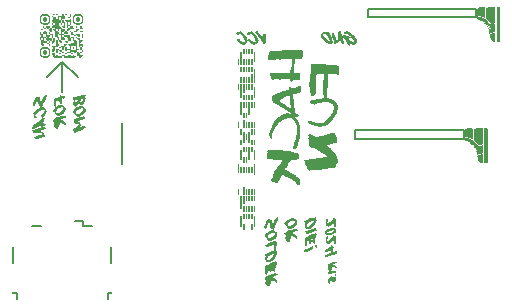
<source format=gbr>
%TF.GenerationSoftware,KiCad,Pcbnew,8.0.2*%
%TF.CreationDate,2024-09-30T00:20:34-04:00*%
%TF.ProjectId,solder_challenge_555,736f6c64-6572-45f6-9368-616c6c656e67,rev?*%
%TF.SameCoordinates,Original*%
%TF.FileFunction,Legend,Bot*%
%TF.FilePolarity,Positive*%
%FSLAX46Y46*%
G04 Gerber Fmt 4.6, Leading zero omitted, Abs format (unit mm)*
G04 Created by KiCad (PCBNEW 8.0.2) date 2024-09-30 00:20:34*
%MOMM*%
%LPD*%
G01*
G04 APERTURE LIST*
%ADD10C,0.150000*%
%ADD11C,0.000000*%
%ADD12C,0.175000*%
%ADD13C,0.300000*%
%ADD14C,1.400000*%
%ADD15O,1.400000X1.400000*%
%ADD16C,1.600000*%
%ADD17R,2.400000X1.600000*%
%ADD18O,2.400000X1.600000*%
%ADD19R,1.800000X1.800000*%
%ADD20C,1.800000*%
%ADD21R,1.700000X1.700000*%
%ADD22O,1.700000X1.700000*%
%ADD23C,0.800000*%
%ADD24R,0.450000X1.300000*%
%ADD25C,2.000000*%
G04 APERTURE END LIST*
D10*
G36*
X119674766Y-45615289D02*
G01*
X119705540Y-45636294D01*
X119719919Y-45684157D01*
X119734849Y-45713230D01*
X119720683Y-45725931D01*
X119734849Y-45725931D01*
X119727766Y-45748401D01*
X119734849Y-45767941D01*
X119720683Y-45795785D01*
X119707494Y-45809951D01*
X119707494Y-45832177D01*
X119694305Y-45844877D01*
X119680872Y-45879804D01*
X119667683Y-45900809D01*
X119660844Y-45942819D01*
X119654249Y-45956985D01*
X119641060Y-45963824D01*
X119635687Y-45984829D01*
X119629092Y-45984829D01*
X119629092Y-45997529D01*
X119614438Y-46012916D01*
X119614438Y-46020000D01*
X119595631Y-46047843D01*
X119595631Y-46062009D01*
X119580244Y-46074466D01*
X119573405Y-46104019D01*
X119560704Y-46116475D01*
X119553866Y-46123558D01*
X119535694Y-46169619D01*
X119531395Y-46179490D01*
X119524312Y-46187794D01*
X119518695Y-46207578D01*
X119511856Y-46214417D01*
X119504773Y-46242505D01*
X119490851Y-46249588D01*
X119483768Y-46284515D01*
X119469846Y-46298436D01*
X119455680Y-46319441D01*
X119455680Y-46340446D01*
X119441758Y-46347529D01*
X119434675Y-46368534D01*
X119427836Y-46375617D01*
X119434675Y-46389539D01*
X119420753Y-46389539D01*
X119420753Y-46402240D01*
X119406831Y-46424466D01*
X119413914Y-46444249D01*
X119406831Y-46466475D01*
X119392909Y-46479176D01*
X119385826Y-46508485D01*
X119378988Y-46514103D01*
X119371905Y-46528025D01*
X119366287Y-46535108D01*
X119371905Y-46549030D01*
X119357983Y-46563196D01*
X119350900Y-46591039D01*
X119343817Y-46598122D01*
X119329895Y-46640132D01*
X119294968Y-46654054D01*
X119275429Y-46647215D01*
X119240258Y-46633049D01*
X119226336Y-46633049D01*
X119205331Y-46612044D01*
X119163876Y-46586154D01*
X119156238Y-46584200D01*
X119129330Y-46542637D01*
X119126929Y-46535108D01*
X119093224Y-46508485D01*
X119072219Y-46493098D01*
X119056663Y-46446148D01*
X119058297Y-46444249D01*
X119051214Y-46437166D01*
X119058297Y-46424466D01*
X119044375Y-46424466D01*
X119037292Y-46395157D01*
X119030209Y-46389539D01*
X119037292Y-46375617D01*
X119030209Y-46368534D01*
X119016287Y-46326524D01*
X119016287Y-46312602D01*
X119007612Y-46262087D01*
X119004330Y-46212579D01*
X119003586Y-46207578D01*
X118994344Y-46159013D01*
X118988199Y-46110858D01*
X118981360Y-46062009D01*
X118979093Y-46012069D01*
X118968660Y-45997529D01*
X118938445Y-46036891D01*
X118932267Y-46062009D01*
X118899425Y-46100440D01*
X118884640Y-46130397D01*
X118877801Y-46152868D01*
X118862414Y-46172407D01*
X118849713Y-46193412D01*
X118828709Y-46235422D01*
X118821625Y-46263510D01*
X118807704Y-46270593D01*
X118800621Y-46298436D01*
X118786453Y-46345709D01*
X118786699Y-46347529D01*
X118779616Y-46353147D01*
X118765694Y-46382456D01*
X118758611Y-46389539D01*
X118744689Y-46437166D01*
X118730767Y-46472093D01*
X118723684Y-46493098D01*
X118716601Y-46508485D01*
X118709762Y-46528025D01*
X118695596Y-46556113D01*
X118681674Y-46570034D01*
X118630794Y-46572315D01*
X118611577Y-46563196D01*
X118590572Y-46556113D01*
X118583733Y-46535108D01*
X118563949Y-46521186D01*
X118557110Y-46514103D01*
X118558332Y-46493098D01*
X118542944Y-46486259D01*
X118542944Y-46459637D01*
X118542944Y-46444249D01*
X118530244Y-46410544D01*
X118535861Y-46382456D01*
X118549783Y-46375617D01*
X118558026Y-46327018D01*
X118558332Y-46326524D01*
X118571055Y-46278779D01*
X118571521Y-46277431D01*
X118583733Y-46270593D01*
X118590327Y-46249588D01*
X118598387Y-46207578D01*
X118621926Y-46163780D01*
X118623789Y-46158485D01*
X118630628Y-46152868D01*
X118630628Y-46138946D01*
X118645282Y-46123558D01*
X118650655Y-46104019D01*
X118670683Y-46068848D01*
X118670683Y-46047843D01*
X118677522Y-46047843D01*
X118677522Y-46032456D01*
X118685338Y-46032456D01*
X118685338Y-46020000D01*
X118697550Y-46012916D01*
X118704145Y-45970907D01*
X118717578Y-45963824D01*
X118722553Y-45942819D01*
X118731988Y-45942819D01*
X118745910Y-45956985D01*
X118745910Y-45935980D01*
X118742247Y-45935980D01*
X118722662Y-45942356D01*
X118724173Y-45935980D01*
X118731011Y-45928897D01*
X118724173Y-45914975D01*
X118737606Y-45900809D01*
X118744689Y-45928897D01*
X118758611Y-45907892D01*
X118751528Y-45886887D01*
X118758611Y-45879804D01*
X118765694Y-45874187D01*
X118772533Y-45844877D01*
X118786699Y-45837794D01*
X118786699Y-45825338D01*
X118814542Y-45802868D01*
X118849230Y-45767219D01*
X118855087Y-45760858D01*
X118908147Y-45760720D01*
X118958845Y-45764079D01*
X118996259Y-45767941D01*
X119022637Y-45767941D01*
X119029720Y-45783328D01*
X119050725Y-45783328D01*
X119057564Y-45795785D01*
X119078569Y-45802868D01*
X119092491Y-45816789D01*
X119113496Y-45825338D01*
X119127418Y-45851960D01*
X119148422Y-45874187D01*
X119148422Y-45886887D01*
X119155505Y-45893970D01*
X119164452Y-45942912D01*
X119169427Y-45949902D01*
X119169427Y-45963824D01*
X119175163Y-46014519D01*
X119176510Y-46032456D01*
X119183349Y-46054926D01*
X119190432Y-46104019D01*
X119193465Y-46154955D01*
X119197271Y-46187794D01*
X119202889Y-46229804D01*
X119225359Y-46187794D01*
X119232198Y-46187794D01*
X119225359Y-46179490D01*
X119232198Y-46172407D01*
X119237815Y-46146029D01*
X119251737Y-46130397D01*
X119279825Y-46096936D01*
X119286664Y-46110858D01*
X119279825Y-46081549D01*
X119286664Y-46068848D01*
X119293258Y-46062009D01*
X119300097Y-46054926D01*
X119318459Y-46009202D01*
X119320125Y-46005833D01*
X119340397Y-45977990D01*
X119347236Y-45956985D01*
X119360669Y-45935980D01*
X119374103Y-45914975D01*
X119387536Y-45886887D01*
X119394375Y-45900809D01*
X119394375Y-45865882D01*
X119401214Y-45865882D01*
X119412413Y-45843675D01*
X119425394Y-45837794D01*
X119439316Y-45809951D01*
X119432477Y-45816789D01*
X119418555Y-45825338D01*
X119423684Y-45825338D01*
X119415380Y-45836992D01*
X119415380Y-45825338D01*
X119430034Y-45816789D01*
X119430034Y-45802868D01*
X119451772Y-45783328D01*
X119481081Y-45774780D01*
X119473998Y-45774780D01*
X119452993Y-45767941D01*
X119473998Y-45755240D01*
X119495003Y-45760858D01*
X119481081Y-45748401D01*
X119501842Y-45713230D01*
X119611751Y-45713230D01*
X119612484Y-45713230D01*
X119612484Y-45706392D01*
X119664752Y-45706392D01*
X119678674Y-45664382D01*
X119675498Y-45664382D01*
X119664752Y-45706392D01*
X119612484Y-45706392D01*
X119612484Y-45699309D01*
X119611751Y-45713230D01*
X119501842Y-45713230D01*
X119530418Y-45683921D01*
X119551667Y-45683921D01*
X119544584Y-45671221D01*
X119557285Y-45683921D01*
X119580000Y-45671221D01*
X119594166Y-45683921D01*
X119594166Y-45692226D01*
X119606622Y-45699309D01*
X119602226Y-45676838D01*
X119595631Y-45650216D01*
X119560949Y-45671221D01*
X119542142Y-45650216D01*
X119567787Y-45650216D01*
X119603203Y-45615289D01*
X119603203Y-45650216D01*
X119607110Y-45608206D01*
X119636420Y-45629211D01*
X119628848Y-45608206D01*
X119674766Y-45615289D01*
G37*
G36*
X118722553Y-45942819D02*
G01*
X118721242Y-45942819D01*
X118722662Y-45942356D01*
X118722553Y-45942819D01*
G37*
G36*
X119415380Y-45837794D02*
G01*
X119412413Y-45843675D01*
X119409762Y-45844877D01*
X119415380Y-45836992D01*
X119415380Y-45837794D01*
G37*
G36*
X119370683Y-46653810D02*
G01*
X119393154Y-46653810D01*
X119400237Y-46662114D01*
X119414403Y-46670418D01*
X119414403Y-46662114D01*
X119435652Y-46670418D01*
X119458367Y-46653810D01*
X119449818Y-46662114D01*
X119477906Y-46687271D01*
X119505994Y-46678967D01*
X119486210Y-46687271D01*
X119528220Y-46695819D01*
X119522114Y-46720976D01*
X119542630Y-46711207D01*
X119549958Y-46729281D01*
X119580976Y-46751751D01*
X119595631Y-46760055D01*
X119616636Y-46788143D01*
X119633733Y-46795226D01*
X119661747Y-46836322D01*
X119663286Y-46836992D01*
X119654738Y-46852623D01*
X119663286Y-46859462D01*
X119670125Y-46852623D01*
X119677208Y-46893168D01*
X119691130Y-46910020D01*
X119696965Y-46960069D01*
X119698213Y-46984026D01*
X119705052Y-46984026D01*
X119703961Y-47034345D01*
X119698213Y-47077815D01*
X119691130Y-47110055D01*
X119678429Y-47133991D01*
X119657498Y-47180091D01*
X119657424Y-47202623D01*
X119627871Y-47224849D01*
X119627871Y-47241702D01*
X119621032Y-47251472D01*
X119606866Y-47283712D01*
X119573034Y-47322676D01*
X119553866Y-47332805D01*
X119543852Y-47339644D01*
X119542630Y-47366266D01*
X119537013Y-47366266D01*
X119521625Y-47391667D01*
X119487187Y-47399972D01*
X119501842Y-47416824D01*
X119478394Y-47449064D01*
X119448841Y-47449064D01*
X119441270Y-47465673D01*
X119433942Y-47491074D01*
X119411716Y-47491074D01*
X119397062Y-47532840D01*
X119361158Y-47548471D01*
X119375324Y-47549692D01*
X119326475Y-47563332D01*
X119324766Y-47565080D01*
X119321346Y-47555310D01*
X119321346Y-47532840D01*
X119286420Y-47516231D01*
X119252226Y-47532840D01*
X119235617Y-47516231D01*
X119242456Y-47474221D01*
X119233419Y-47433433D01*
X119247341Y-47425129D01*
X119240502Y-47383119D01*
X119220718Y-47360648D01*
X119233419Y-47315952D01*
X119240502Y-47332805D01*
X119279305Y-47365969D01*
X119294724Y-47383119D01*
X119288129Y-47399972D01*
X119301563Y-47383119D01*
X119308646Y-47399972D01*
X119294724Y-47360648D01*
X119294587Y-47349658D01*
X119324521Y-47349658D01*
X119338443Y-47360648D01*
X119350655Y-47349658D01*
X119345282Y-47349658D01*
X119331360Y-47349658D01*
X119324521Y-47349658D01*
X119294587Y-47349658D01*
X119294480Y-47341109D01*
X119308469Y-47328932D01*
X119300586Y-47324256D01*
X119307913Y-47315952D01*
X119312056Y-47325810D01*
X119331574Y-47308823D01*
X119336489Y-47283712D01*
X119328429Y-47283712D01*
X119342351Y-47260020D01*
X119340397Y-47283712D01*
X119378743Y-47266859D01*
X119397794Y-47251472D01*
X119419043Y-47224849D01*
X119417334Y-47233398D01*
X119424173Y-47219232D01*
X119411716Y-47209462D01*
X119390711Y-47219232D01*
X119414438Y-47175845D01*
X119417090Y-47174535D01*
X119432721Y-47191388D01*
X119424173Y-47152065D01*
X119467648Y-47142295D01*
X119490118Y-47118604D01*
X119454947Y-47133991D01*
X119492908Y-47100498D01*
X119496957Y-47093447D01*
X119464228Y-47101751D01*
X119467955Y-47091000D01*
X119499888Y-47077815D01*
X119482302Y-47051437D01*
X119489385Y-47061207D01*
X119496468Y-47044354D01*
X119501842Y-47027501D01*
X119496468Y-47010648D01*
X119508925Y-47000879D01*
X119524312Y-47010648D01*
X119508925Y-47051437D01*
X119537013Y-47010648D01*
X119520404Y-46984026D01*
X119548248Y-46968639D01*
X119535792Y-46960334D01*
X119548248Y-46926629D01*
X119555331Y-46926629D01*
X119542875Y-46887550D01*
X119492767Y-46878899D01*
X119441137Y-46875765D01*
X119415380Y-46879002D01*
X119415380Y-46887550D01*
X119378988Y-46887550D01*
X119373370Y-46893168D01*
X119365066Y-46893168D01*
X119357983Y-46902937D01*
X119323056Y-46902937D01*
X119304249Y-46918325D01*
X119274940Y-46918325D01*
X119263705Y-46936399D01*
X119239769Y-46936399D01*
X119232930Y-46952030D01*
X119211926Y-46952030D01*
X119204842Y-46968639D01*
X119182372Y-46968639D01*
X119176755Y-46984026D01*
X119147445Y-46994040D01*
X119127906Y-46994040D01*
X119098353Y-47017732D01*
X119092735Y-47010648D01*
X119092735Y-47027501D01*
X119061960Y-47034584D01*
X119049504Y-47034584D01*
X119035338Y-47061207D01*
X119006029Y-47068046D01*
X118985024Y-47093447D01*
X118977941Y-47101751D01*
X118956936Y-47110055D01*
X118943014Y-47133991D01*
X118929092Y-47133991D01*
X118908087Y-47168918D01*
X118892700Y-47168918D01*
X118885617Y-47182840D01*
X118878534Y-47191388D01*
X118864612Y-47209462D01*
X118871695Y-47219232D01*
X118851912Y-47219232D01*
X118851912Y-47233398D01*
X118836524Y-47233398D01*
X118829685Y-47251472D01*
X118822602Y-47260020D01*
X118789711Y-47296273D01*
X118786210Y-47299099D01*
X118786210Y-47315952D01*
X118773510Y-47315952D01*
X118766671Y-47332805D01*
X118743030Y-47376410D01*
X118730279Y-47416824D01*
X118744200Y-47425129D01*
X118759588Y-47425129D01*
X118738583Y-47441981D01*
X118773510Y-47441981D01*
X118759588Y-47457369D01*
X118786210Y-47465673D01*
X118782791Y-47482526D01*
X118805261Y-47441981D01*
X118777173Y-47433433D01*
X118813810Y-47416824D01*
X118826755Y-47408276D01*
X118814054Y-47399972D01*
X118849225Y-47399972D01*
X118848736Y-47433433D01*
X118861437Y-47465673D01*
X118875359Y-47474221D01*
X118871207Y-47476908D01*
X118880583Y-47525782D01*
X118875359Y-47555310D01*
X118834391Y-47584997D01*
X118819427Y-47605868D01*
X118805261Y-47615638D01*
X118756376Y-47609168D01*
X118747864Y-47605868D01*
X118739071Y-47615638D01*
X118725150Y-47598785D01*
X118705366Y-47590481D01*
X118689979Y-47565080D01*
X118658543Y-47526445D01*
X118662135Y-47516231D01*
X118626447Y-47480718D01*
X118626964Y-47433433D01*
X118616706Y-47399972D01*
X118602540Y-47399972D01*
X118604281Y-47350655D01*
X118602540Y-47341109D01*
X118588618Y-47324256D01*
X118595457Y-47299099D01*
X118609623Y-47310334D01*
X118609623Y-47266859D01*
X118588618Y-47275408D01*
X118602540Y-47241702D01*
X118583427Y-47196291D01*
X118581535Y-47191388D01*
X118596170Y-47210788D01*
X118612798Y-47241702D01*
X118619015Y-47191900D01*
X118621346Y-47182840D01*
X118612798Y-47168918D01*
X118626720Y-47159148D01*
X118612798Y-47142295D01*
X118626720Y-47118604D01*
X118647236Y-47118604D01*
X118647236Y-47142295D01*
X118648683Y-47133991D01*
X118703412Y-47133991D01*
X118718066Y-47124221D01*
X118709274Y-47118604D01*
X118703412Y-47133991D01*
X118648683Y-47133991D01*
X118651494Y-47117861D01*
X118670552Y-47117861D01*
X118694863Y-47110055D01*
X118704633Y-47083433D01*
X118670552Y-47117861D01*
X118651494Y-47117861D01*
X118652854Y-47110055D01*
X118647236Y-47118604D01*
X118626720Y-47118604D01*
X118642107Y-47101751D01*
X118686218Y-47078157D01*
X118689734Y-47077815D01*
X118694589Y-47069044D01*
X118718799Y-47083433D01*
X118727592Y-47051437D01*
X118735896Y-47068046D01*
X118741025Y-47051437D01*
X118756413Y-47034584D01*
X118721242Y-47034584D01*
X118763251Y-47017732D01*
X118770334Y-47027501D01*
X118770334Y-47000879D01*
X118804040Y-46977187D01*
X118804040Y-46968639D01*
X118812588Y-46984026D01*
X118812588Y-47000879D01*
X118818450Y-46984026D01*
X118812588Y-46943482D01*
X118825533Y-46926629D01*
X118850433Y-46926025D01*
X118850462Y-46925988D01*
X118851993Y-46925988D01*
X118874874Y-46925434D01*
X118876336Y-46918325D01*
X118851993Y-46925988D01*
X118850462Y-46925988D01*
X118876336Y-46893168D01*
X118890502Y-46887550D01*
X118905889Y-46859462D01*
X118919811Y-46869232D01*
X118926894Y-46859462D01*
X118938867Y-46844967D01*
X118954738Y-46852623D01*
X118961577Y-46836992D01*
X118947899Y-46828688D01*
X118982093Y-46828688D01*
X119007074Y-46802065D01*
X119064159Y-46802065D01*
X119079790Y-46802065D01*
X119079790Y-46788143D01*
X119064159Y-46788143D01*
X119064159Y-46802065D01*
X119007074Y-46802065D01*
X119016145Y-46792398D01*
X119030697Y-46795226D01*
X119030697Y-46771290D01*
X119057564Y-46751751D01*
X119079790Y-46760055D01*
X119093956Y-46751751D01*
X119100795Y-46737585D01*
X119108364Y-46744444D01*
X119123265Y-46737585D01*
X119133035Y-46720976D01*
X119154701Y-46720976D01*
X119345282Y-46720976D01*
X119360669Y-46737585D01*
X119362868Y-46737585D01*
X119345282Y-46720976D01*
X119154701Y-46720976D01*
X119173579Y-46711207D01*
X119500376Y-46711207D01*
X119513077Y-46711207D01*
X119519916Y-46702658D01*
X119500376Y-46711207D01*
X119173579Y-46711207D01*
X119173579Y-46702658D01*
X119230488Y-46702658D01*
X119251493Y-46687271D01*
X119248073Y-46687271D01*
X119230488Y-46702658D01*
X119173579Y-46702658D01*
X119173579Y-46695819D01*
X119189211Y-46687271D01*
X119237983Y-46675902D01*
X119249539Y-46670418D01*
X119270544Y-46678967D01*
X119285931Y-46670418D01*
X119277627Y-46678967D01*
X119306936Y-46662114D01*
X119293014Y-46653810D01*
X119328185Y-46653810D01*
X119335268Y-46670418D01*
X119349434Y-46646727D01*
X119370683Y-46653810D01*
G37*
G36*
X118602540Y-47219232D02*
G01*
X118596170Y-47210788D01*
X118595457Y-47209462D01*
X118602540Y-47219232D01*
G37*
G36*
X119467955Y-47091000D02*
G01*
X119462030Y-47093447D01*
X119470579Y-47083433D01*
X119467955Y-47091000D01*
G37*
G36*
X118694589Y-47069044D02*
G01*
X118692909Y-47068046D01*
X118713670Y-47034584D01*
X118694589Y-47069044D01*
G37*
G36*
X118940816Y-46842609D02*
G01*
X118938867Y-46844967D01*
X118933977Y-46842609D01*
X118940816Y-46842609D01*
G37*
G36*
X119170648Y-46678967D02*
G01*
X119170648Y-46687271D01*
X119162344Y-46678967D01*
X119157948Y-46678967D01*
X119179441Y-46670418D01*
X119170648Y-46678967D01*
G37*
G36*
X119463251Y-47557508D02*
G01*
X119468869Y-47571430D01*
X119488408Y-47571430D01*
X119468869Y-47551891D01*
X119494026Y-47551891D01*
X119520648Y-47571430D01*
X119513565Y-47599518D01*
X119507948Y-47599518D01*
X119540188Y-47605136D01*
X119545806Y-47632979D01*
X119533105Y-47652763D01*
X119545806Y-47645680D01*
X119540188Y-47686224D01*
X119520648Y-47686224D01*
X119526266Y-47698925D01*
X119516054Y-47747507D01*
X119513565Y-47753391D01*
X119513565Y-47769023D01*
X119501109Y-47773175D01*
X119494026Y-47794180D01*
X119494026Y-47809567D01*
X119481325Y-47820802D01*
X119475708Y-47834724D01*
X119463251Y-47861346D01*
X119449330Y-47908974D01*
X119438094Y-47915812D01*
X119421803Y-47964757D01*
X119411472Y-48009846D01*
X119431011Y-48030607D01*
X119423928Y-48016685D01*
X119456168Y-48030607D01*
X119468869Y-48023768D01*
X119468869Y-48030607D01*
X119481325Y-48030607D01*
X119475708Y-48043307D01*
X119501109Y-48037690D01*
X119494026Y-48050390D01*
X119513565Y-48037690D01*
X119526266Y-48057229D01*
X119513565Y-48065778D01*
X119540188Y-48065778D01*
X119533105Y-48057229D01*
X119551423Y-48065778D01*
X119540921Y-48071395D01*
X119560460Y-48065778D01*
X119560460Y-48077013D01*
X119576580Y-48071395D01*
X119582198Y-48083852D01*
X119602714Y-48083852D01*
X119633489Y-48111939D01*
X119633835Y-48162878D01*
X119633489Y-48165184D01*
X119619567Y-48186189D01*
X119592700Y-48198646D01*
X119617857Y-48205729D01*
X119573161Y-48198646D01*
X119567787Y-48219651D01*
X119580000Y-48226734D01*
X119528985Y-48219545D01*
X119490362Y-48212812D01*
X119445910Y-48232351D01*
X119396626Y-48232351D01*
X119369951Y-48232351D01*
X119363519Y-48281570D01*
X119364333Y-48327606D01*
X119358960Y-48341528D01*
X119332581Y-48327606D01*
X119326964Y-48354228D01*
X119314263Y-48354228D01*
X119300341Y-48319057D01*
X119282023Y-48313440D01*
X119268101Y-48279979D01*
X119255401Y-48260439D01*
X119210460Y-48279979D01*
X119204842Y-48267278D01*
X119185059Y-48279979D01*
X119197759Y-48287062D01*
X119158436Y-48279979D01*
X119133279Y-48293900D01*
X119100795Y-48300983D01*
X119088339Y-48313440D01*
X119062937Y-48313440D01*
X119049016Y-48327606D01*
X119030697Y-48327606D01*
X119025080Y-48341528D01*
X118992840Y-48341528D01*
X118985757Y-48354228D01*
X118960355Y-48361067D01*
X118933733Y-48375233D01*
X118887031Y-48399321D01*
X118840928Y-48425929D01*
X118822847Y-48436782D01*
X118779371Y-48442400D01*
X118765205Y-48456322D01*
X118732965Y-48461939D01*
X118707564Y-48470244D01*
X118700725Y-48482944D01*
X118682407Y-48490027D01*
X118662623Y-48496866D01*
X118621591Y-48511032D01*
X118572189Y-48516844D01*
X118550760Y-48516650D01*
X118524382Y-48502484D01*
X118517055Y-48482944D01*
X118495073Y-48477327D01*
X118490676Y-48456322D01*
X118483349Y-48436782D01*
X118470160Y-48436782D01*
X118470160Y-48401856D01*
X118467473Y-48382072D01*
X118469916Y-48362533D01*
X118450132Y-48348611D01*
X118477243Y-48342420D01*
X118520205Y-48342420D01*
X118525115Y-48348611D01*
X118530244Y-48348611D01*
X118530244Y-48341528D01*
X118530244Y-48334445D01*
X118520205Y-48342420D01*
X118477243Y-48342420D01*
X118498338Y-48337603D01*
X118507529Y-48341528D01*
X118512170Y-48341528D01*
X118531953Y-48327606D01*
X118551493Y-48308066D01*
X118551493Y-48287062D01*
X118563949Y-48287062D01*
X118562106Y-48237093D01*
X118563949Y-48219651D01*
X118563949Y-48205729D01*
X118575673Y-48219651D01*
X118599578Y-48200111D01*
X118624033Y-48200111D01*
X118636035Y-48203792D01*
X118628674Y-48200111D01*
X118624033Y-48200111D01*
X118599578Y-48200111D01*
X118614554Y-48187869D01*
X118616706Y-48186189D01*
X118624033Y-48172023D01*
X118644549Y-48152484D01*
X118657739Y-48152484D01*
X118657739Y-48138562D01*
X118677522Y-48131479D01*
X118689979Y-48131479D01*
X118689979Y-48111939D01*
X118729470Y-48081333D01*
X118738827Y-48078234D01*
X118752505Y-48085317D01*
X118758122Y-48085317D01*
X118750494Y-48077013D01*
X119117404Y-48077013D01*
X119121311Y-48071395D01*
X119133768Y-48057229D01*
X119133768Y-48077013D01*
X119147690Y-48057229D01*
X119165519Y-48077013D01*
X119172358Y-48050390D01*
X119147690Y-48050390D01*
X119172358Y-48030607D01*
X119197027Y-48057229D01*
X119184570Y-48030607D01*
X119210704Y-48050390D01*
X119209727Y-48043307D01*
X119236350Y-48030607D01*
X119222184Y-48030607D01*
X119248806Y-48002763D01*
X119267124Y-48009846D01*
X119254424Y-47997145D01*
X119251737Y-47977606D01*
X119278360Y-47956601D01*
X119264438Y-47956601D01*
X119264438Y-47949518D01*
X119218666Y-47969007D01*
X119214124Y-47977606D01*
X119187745Y-47997145D01*
X119175045Y-47997145D01*
X119162344Y-48016685D01*
X119149888Y-48016685D01*
X119144270Y-48030607D01*
X119130348Y-48030607D01*
X119130104Y-48043307D01*
X119117404Y-48077013D01*
X118750494Y-48077013D01*
X118738827Y-48064312D01*
X118784173Y-48043511D01*
X118827112Y-48019836D01*
X118865589Y-47997145D01*
X118874626Y-47977606D01*
X118899783Y-47977606D01*
X118894166Y-47969057D01*
X118903885Y-47956601D01*
X118917124Y-47956601D01*
X118934954Y-47962219D01*
X118941975Y-47942607D01*
X118917124Y-47956601D01*
X118903885Y-47956601D01*
X118919323Y-47936817D01*
X118962798Y-47922896D01*
X118983956Y-47901891D01*
X119014333Y-47901891D01*
X119028255Y-47908974D01*
X119033920Y-47897097D01*
X119014333Y-47901891D01*
X118983956Y-47901891D01*
X118996503Y-47889434D01*
X118996503Y-47882351D01*
X119029720Y-47875268D01*
X119029720Y-47896273D01*
X119034314Y-47896273D01*
X119040956Y-47882351D01*
X119078813Y-47868429D01*
X119059030Y-47854263D01*
X119046573Y-47854263D01*
X119077780Y-47815044D01*
X119078813Y-47813719D01*
X119091270Y-47820802D01*
X119073196Y-47834724D01*
X119089071Y-47848646D01*
X119094689Y-47841807D01*
X119089071Y-47834724D01*
X119101528Y-47813719D01*
X119132547Y-47848646D01*
X119125708Y-47820802D01*
X119140851Y-47809567D01*
X119165764Y-47780013D01*
X119178464Y-47780013D01*
X119166307Y-47773175D01*
X119178953Y-47773175D01*
X119223649Y-47773175D01*
X119191409Y-47769023D01*
X119205575Y-47760474D01*
X119178953Y-47753391D01*
X119178953Y-47773175D01*
X119166307Y-47773175D01*
X119162138Y-47770830D01*
X119158925Y-47780013D01*
X119136454Y-47801018D01*
X119126685Y-47813719D01*
X119089071Y-47801018D01*
X119107390Y-47787096D01*
X119126441Y-47794180D01*
X119146713Y-47780013D01*
X119146713Y-47753391D01*
X119182372Y-47732386D01*
X119214612Y-47753391D01*
X119230244Y-47753391D01*
X119236846Y-47739407D01*
X119209727Y-47732386D01*
X119194829Y-47739469D01*
X119201912Y-47721395D01*
X119227069Y-47721395D01*
X119258087Y-47693307D01*
X119258087Y-47721395D01*
X119272009Y-47712847D01*
X119279092Y-47693307D01*
X119284466Y-47712847D01*
X119304005Y-47686224D01*
X119311088Y-47665219D01*
X119276650Y-47673768D01*
X119276650Y-47686224D01*
X119269567Y-47658381D01*
X119296922Y-47640062D01*
X119316461Y-47673768D01*
X119316461Y-47686224D01*
X119321395Y-47645680D01*
X119329406Y-47645680D01*
X119338688Y-47652763D01*
X119352121Y-47645680D01*
X119358227Y-47632979D01*
X119364822Y-47640062D01*
X119370439Y-47632979D01*
X119367264Y-47632979D01*
X119379965Y-47605136D01*
X119356029Y-47605136D01*
X119329406Y-47645680D01*
X119321395Y-47645680D01*
X119322079Y-47640062D01*
X119309378Y-47632979D01*
X119340397Y-47605136D01*
X119379232Y-47599518D01*
X119379232Y-47577048D01*
X119411472Y-47571430D01*
X119449330Y-47544808D01*
X119463251Y-47557508D01*
G37*
G36*
X119425920Y-48343471D02*
G01*
X119445666Y-48339574D01*
X119445666Y-48368883D01*
X119476685Y-48353496D01*
X119454459Y-48339574D01*
X119503322Y-48341450D01*
X119506238Y-48346413D01*
X119506238Y-48353496D01*
X119557737Y-48365189D01*
X119602224Y-48387249D01*
X119611263Y-48424815D01*
X119635198Y-48455589D01*
X119640572Y-48462672D01*
X119602714Y-48482212D01*
X119580976Y-48506147D01*
X119564856Y-48518604D01*
X119595631Y-48525687D01*
X119548736Y-48525687D01*
X119527976Y-48554996D01*
X119478955Y-48559755D01*
X119460565Y-48562079D01*
X119415868Y-48584549D01*
X119408785Y-48597006D01*
X119379476Y-48597006D01*
X119364089Y-48612393D01*
X119336001Y-48612393D01*
X119319148Y-48626559D01*
X119274452Y-48633398D01*
X119260530Y-48647564D01*
X119212661Y-48660139D01*
X119186280Y-48676873D01*
X119229755Y-48697878D01*
X119246364Y-48697878D01*
X119260530Y-48711800D01*
X119274452Y-48720348D01*
X119305226Y-48734270D01*
X119341618Y-48755275D01*
X119364089Y-48770662D01*
X119393398Y-48791667D01*
X119401946Y-48797285D01*
X119415868Y-48814138D01*
X119431256Y-48814138D01*
X119446643Y-48840760D01*
X119460565Y-48840760D01*
X119469113Y-48864452D01*
X119483035Y-48864452D01*
X119491339Y-48883991D01*
X119512344Y-48898157D01*
X119520893Y-48920383D01*
X119527976Y-48957020D01*
X119556064Y-48984863D01*
X119580976Y-48999030D01*
X119589769Y-49021256D01*
X119595631Y-49035422D01*
X119602714Y-49042260D01*
X119595631Y-49071814D01*
X119611263Y-49077431D01*
X119580976Y-49071814D01*
X119580000Y-49108206D01*
X119543607Y-49108206D01*
X119571695Y-49120662D01*
X119550690Y-49136050D01*
X119580000Y-49136050D01*
X119550690Y-49150216D01*
X119555819Y-49158520D01*
X119548736Y-49171221D01*
X119498220Y-49177409D01*
X119453726Y-49179525D01*
X119431256Y-49171221D01*
X119438339Y-49186608D01*
X119393398Y-49186608D01*
X119393398Y-49193447D01*
X119364089Y-49193447D01*
X119364089Y-49199064D01*
X119326964Y-49199064D01*
X119320369Y-49214452D01*
X119293014Y-49214452D01*
X119276650Y-49229839D01*
X119249295Y-49236922D01*
X119205819Y-49242540D01*
X119175778Y-49257927D01*
X119168939Y-49257927D01*
X119162100Y-49265010D01*
X119168939Y-49273314D01*
X119140362Y-49280397D01*
X119096887Y-49286015D01*
X119068066Y-49301402D01*
X119061228Y-49315324D01*
X119026793Y-49321827D01*
X119013112Y-49299937D01*
X118989420Y-49315324D01*
X118976720Y-49329246D01*
X118968415Y-49336329D01*
X118937641Y-49336329D01*
X118923475Y-49350251D01*
X118908087Y-49350251D01*
X118899783Y-49365638D01*
X118871695Y-49372721D01*
X118830174Y-49379804D01*
X118799155Y-49372721D01*
X118785233Y-49379804D01*
X118778150Y-49365638D01*
X118740537Y-49372721D01*
X118701413Y-49340018D01*
X118680209Y-49329246D01*
X118688757Y-49299937D01*
X118657739Y-49280397D01*
X118667752Y-49242540D01*
X118657739Y-49206147D01*
X118650900Y-49206147D01*
X118650900Y-49178060D01*
X118699646Y-49170345D01*
X118714647Y-49171221D01*
X118736629Y-49164138D01*
X118704633Y-49186608D01*
X118751772Y-49193447D01*
X118767159Y-49193447D01*
X118774242Y-49164138D01*
X118751772Y-49155833D01*
X118789630Y-49155833D01*
X118796713Y-49171221D01*
X118789630Y-49143133D01*
X118814054Y-49143133D01*
X118843363Y-49155833D01*
X118865833Y-49171221D01*
X118868032Y-49171221D01*
X118825109Y-49144076D01*
X118814054Y-49143133D01*
X118789630Y-49143133D01*
X118837057Y-49128820D01*
X118860949Y-49127745D01*
X118860949Y-49115045D01*
X118883419Y-49099658D01*
X118928360Y-49106741D01*
X118923230Y-49115045D01*
X118943503Y-49092819D01*
X118943503Y-49077431D01*
X118951807Y-49071814D01*
X118972812Y-49092819D01*
X118979483Y-49085736D01*
X119064159Y-49085736D01*
X119079057Y-49085736D01*
X119079057Y-49071814D01*
X119064159Y-49071814D01*
X119064159Y-49085736D01*
X118979483Y-49085736D01*
X118992595Y-49071814D01*
X118996873Y-49067535D01*
X118989909Y-49071814D01*
X118990707Y-49067183D01*
X118997447Y-49067183D01*
X118999923Y-49071814D01*
X118999923Y-49065662D01*
X118997447Y-49067183D01*
X118990707Y-49067183D01*
X118992351Y-49057648D01*
X118997370Y-49067038D01*
X118999923Y-49064486D01*
X118999923Y-49057648D01*
X119006762Y-49057648D01*
X119007983Y-49056427D01*
X119014957Y-49056427D01*
X119012970Y-49057648D01*
X119048527Y-49057648D01*
X119039704Y-49053372D01*
X119052923Y-49042260D01*
X119057045Y-49032044D01*
X119065345Y-49029939D01*
X119071242Y-49028339D01*
X119120719Y-49026878D01*
X119125219Y-49014417D01*
X119162344Y-49021256D01*
X119169427Y-48999030D01*
X119200690Y-48991946D01*
X119207773Y-49007334D01*
X119213391Y-48984863D01*
X119245875Y-49014417D01*
X119236106Y-48984863D01*
X119285718Y-48979885D01*
X119307424Y-48984863D01*
X119320369Y-48963859D01*
X119366043Y-48957020D01*
X119381430Y-48970942D01*
X119410983Y-48949937D01*
X119368234Y-48921429D01*
X119326959Y-48894409D01*
X119306203Y-48883991D01*
X119284710Y-48877152D01*
X119239525Y-48864452D01*
X119188875Y-48860819D01*
X119138407Y-48860903D01*
X119136210Y-48860300D01*
X119092735Y-48847599D01*
X119048039Y-48840760D01*
X118992859Y-48842221D01*
X118937274Y-48849492D01*
X118881999Y-48857638D01*
X118833055Y-48864320D01*
X118828709Y-48864452D01*
X118779754Y-48856437D01*
X118776929Y-48856147D01*
X118726981Y-48857442D01*
X118718311Y-48856147D01*
X118702923Y-48843447D01*
X118666531Y-48843447D01*
X118649678Y-48829525D01*
X118621591Y-48814138D01*
X118583733Y-48800216D01*
X118569567Y-48765045D01*
X118531953Y-48742575D01*
X118516827Y-48694050D01*
X118509483Y-48655868D01*
X118487013Y-48634863D01*
X118502400Y-48620942D01*
X118502400Y-48592854D01*
X118551298Y-48603516D01*
X118559797Y-48605554D01*
X118561222Y-48554541D01*
X118559797Y-48549378D01*
X118604683Y-48570322D01*
X118613042Y-48570383D01*
X118636978Y-48570383D01*
X118613042Y-48584549D01*
X118642595Y-48577466D01*
X118672666Y-48570544D01*
X118687536Y-48584549D01*
X118718311Y-48564766D01*
X118732233Y-48541074D01*
X118732233Y-48564766D01*
X118754459Y-48541074D01*
X118790851Y-48527152D01*
X118835547Y-48521535D01*
X118850935Y-48533991D01*
X118858018Y-48506147D01*
X118908527Y-48489743D01*
X118958855Y-48476947D01*
X119013163Y-48463750D01*
X119062037Y-48451914D01*
X119105436Y-48440202D01*
X119112274Y-48424815D01*
X119120823Y-48440202D01*
X119126196Y-48419197D01*
X119171137Y-48419197D01*
X119186280Y-48396971D01*
X119229755Y-48388422D01*
X119260530Y-48396971D01*
X119267369Y-48375966D01*
X119291793Y-48396971D01*
X119297411Y-48361800D01*
X119306203Y-48375966D01*
X119336978Y-48346413D01*
X119336978Y-48375966D01*
X119349678Y-48368883D01*
X119387536Y-48375966D01*
X119408053Y-48353496D01*
X119392665Y-48346413D01*
X119363356Y-48353496D01*
X119370195Y-48346413D01*
X119370195Y-48339574D01*
X119377034Y-48339574D01*
X119425920Y-48343471D01*
G37*
G36*
X119031430Y-49329246D02*
G01*
X119017264Y-49323628D01*
X119026793Y-49321827D01*
X119031430Y-49329246D01*
G37*
G36*
X119039704Y-49053372D02*
G01*
X119036071Y-49056427D01*
X119014957Y-49056427D01*
X119017430Y-49054908D01*
X119028333Y-49047861D01*
X119039704Y-49053372D01*
G37*
G36*
X119028333Y-49047861D02*
G01*
X119016775Y-49042260D01*
X119050069Y-49033814D01*
X119028333Y-49047861D01*
G37*
G36*
X119057045Y-49032044D02*
G01*
X119050069Y-49033814D01*
X119058541Y-49028339D01*
X119057045Y-49032044D01*
G37*
G36*
X118673370Y-48570383D02*
G01*
X118672666Y-48570544D01*
X118666531Y-48564766D01*
X118673370Y-48570383D01*
G37*
G36*
X119246608Y-48382805D02*
G01*
X119251981Y-48388422D01*
X119239525Y-48375966D01*
X119246608Y-48375966D01*
X119251981Y-48375966D01*
X119246608Y-48382805D01*
G37*
G36*
X120884598Y-45654368D02*
G01*
X120898032Y-45668534D01*
X120916594Y-45675373D01*
X120924654Y-45688073D01*
X120936866Y-45680990D01*
X120950055Y-45696378D01*
X120963489Y-45717383D01*
X120990111Y-45730083D01*
X121010139Y-45758171D01*
X121038715Y-45738387D01*
X121031388Y-45758171D01*
X121067780Y-45730083D01*
X121075108Y-45738387D01*
X121075108Y-45723000D01*
X121103684Y-45717383D01*
X121110523Y-45738387D01*
X121131284Y-45703461D01*
X121152044Y-45710544D01*
X121165966Y-45710544D01*
X121185261Y-45717383D01*
X121200648Y-45703461D01*
X121219944Y-45710544D01*
X121235331Y-45680990D01*
X121254870Y-45703461D01*
X121291263Y-45688073D01*
X121275631Y-45703461D01*
X121303719Y-45703461D01*
X121317641Y-45668534D01*
X121345729Y-45696378D01*
X121366734Y-45703461D01*
X121352812Y-45710544D01*
X121373817Y-45738387D01*
X121345729Y-45723000D01*
X121313489Y-45717383D01*
X121278562Y-45717383D01*
X121264640Y-45717383D01*
X121244856Y-45723000D01*
X121229469Y-45717383D01*
X121229469Y-45723000D01*
X121196008Y-45730083D01*
X121222630Y-45745471D01*
X121264640Y-45738387D01*
X121293949Y-45730083D01*
X121299567Y-45738387D01*
X121306650Y-45738387D01*
X121348660Y-45738387D01*
X121362581Y-45752554D01*
X121313706Y-45747402D01*
X121299567Y-45745471D01*
X121286866Y-45745471D01*
X121237225Y-45746583D01*
X121229469Y-45745471D01*
X121267594Y-45778414D01*
X121282470Y-45779176D01*
X121282470Y-45807020D01*
X121287380Y-45819403D01*
X121271479Y-45814103D01*
X121251939Y-45842191D01*
X121271479Y-45849030D01*
X121299567Y-45849030D01*
X121317641Y-45856113D01*
X121345729Y-45870034D01*
X121328876Y-45898122D01*
X121278792Y-45898122D01*
X121275631Y-45898122D01*
X121249253Y-45905205D01*
X121272944Y-45870034D01*
X121246322Y-45898122D01*
X121239483Y-45870034D01*
X121222935Y-45890718D01*
X121223852Y-45891039D01*
X121221060Y-45893063D01*
X121217013Y-45898122D01*
X121218656Y-45894805D01*
X121204312Y-45905205D01*
X121188925Y-45919127D01*
X121181842Y-45933049D01*
X121181842Y-45919127D01*
X121176468Y-45912044D01*
X121188925Y-45898122D01*
X121204312Y-45891039D01*
X121155464Y-45884200D01*
X121204312Y-45884200D01*
X121221015Y-45890046D01*
X121230935Y-45870034D01*
X121211395Y-45863196D01*
X121204312Y-45884200D01*
X121155464Y-45884200D01*
X121169385Y-45870034D01*
X121148381Y-45870034D01*
X121168653Y-45870034D01*
X121201625Y-45849030D01*
X121196741Y-45849030D01*
X121168653Y-45870034D01*
X121148381Y-45870034D01*
X121141297Y-45877117D01*
X121099288Y-45898122D01*
X121085366Y-45898122D01*
X121071444Y-45912044D01*
X121029434Y-45926210D01*
X121015268Y-45947215D01*
X121043356Y-45954054D01*
X121029434Y-45961137D01*
X121057278Y-45961137D01*
X121014658Y-45988645D01*
X121001346Y-45988981D01*
X120995569Y-46041038D01*
X120992423Y-46091305D01*
X120988415Y-46143114D01*
X120987424Y-46150181D01*
X120990049Y-46201272D01*
X120994263Y-46225652D01*
X120992798Y-46276974D01*
X120994263Y-46316755D01*
X120994263Y-46344842D01*
X121001346Y-46351681D01*
X121001346Y-46357299D01*
X120994263Y-46386852D01*
X120952498Y-46392226D01*
X120925875Y-46379769D01*
X120918792Y-46365847D01*
X120870921Y-46351681D01*
X120875073Y-46330676D01*
X120838934Y-46297515D01*
X120811752Y-46256394D01*
X120805219Y-46253740D01*
X120791053Y-46218813D01*
X120798136Y-46211730D01*
X120784214Y-46211730D01*
X120784214Y-46192191D01*
X120769804Y-46183642D01*
X120762477Y-46162637D01*
X120775666Y-46143098D01*
X120791053Y-46134794D01*
X120805219Y-46120628D01*
X120791053Y-46108171D01*
X120775666Y-46115010D01*
X120765163Y-46067091D01*
X120762477Y-46066161D01*
X120733168Y-46085701D01*
X120725840Y-46085701D01*
X120718513Y-46101088D01*
X120704347Y-46092784D01*
X120691646Y-46085701D01*
X120697264Y-46092784D01*
X120662337Y-46108171D01*
X120650369Y-46127711D01*
X120629609Y-46134794D01*
X120616664Y-46108171D01*
X120601032Y-46134794D01*
X120566838Y-46143098D01*
X120531179Y-46150181D01*
X120524096Y-46162637D01*
X120524096Y-46192191D01*
X120524096Y-46225652D01*
X120524096Y-46239818D01*
X120525092Y-46290376D01*
X120524096Y-46302833D01*
X120524096Y-46316755D01*
X120524096Y-46330676D01*
X120525849Y-46384071D01*
X120525700Y-46440492D01*
X120523711Y-46493359D01*
X120518547Y-46545517D01*
X120517013Y-46553426D01*
X120524096Y-46567348D01*
X120529975Y-46616016D01*
X120531179Y-46623279D01*
X120531179Y-46637445D01*
X120531179Y-46665289D01*
X120501381Y-46637445D01*
X120498206Y-46670907D01*
X120492588Y-46630362D01*
X120463035Y-46609357D01*
X120463035Y-46623279D01*
X120471584Y-46630362D01*
X120463035Y-46651367D01*
X120471584Y-46665289D01*
X120459860Y-46665289D01*
X120448188Y-46617381D01*
X120447159Y-46616441D01*
X120447159Y-46644284D01*
X120417850Y-46644284D01*
X120399532Y-46630362D01*
X120386343Y-46616441D01*
X120386343Y-46602274D01*
X120373154Y-46574431D01*
X120346531Y-46532421D01*
X120315450Y-46494010D01*
X120311605Y-46490411D01*
X120322107Y-46476245D01*
X120322107Y-46448401D01*
X120343112Y-46441318D01*
X120315268Y-46441318D01*
X120308185Y-46392226D01*
X120329190Y-46379769D01*
X120315268Y-46372686D01*
X120315268Y-46351681D01*
X120322107Y-46351681D01*
X120343845Y-46344842D01*
X120350195Y-46344842D01*
X120329190Y-46330676D01*
X120322107Y-46351681D01*
X120315268Y-46351681D01*
X120315268Y-46330676D01*
X120308185Y-46316755D01*
X120315268Y-46309672D01*
X120315268Y-46302833D01*
X120336273Y-46288667D01*
X120350195Y-46260823D01*
X120322107Y-46274745D01*
X120331053Y-46226145D01*
X120336273Y-46211730D01*
X120315268Y-46197808D01*
X120339448Y-46192191D01*
X120328927Y-46155799D01*
X120329190Y-46155799D01*
X120343112Y-46183642D01*
X120364361Y-46155799D01*
X120329190Y-46155799D01*
X120328927Y-46155799D01*
X120325433Y-46143711D01*
X120325526Y-46134794D01*
X120353370Y-46120628D01*
X120332609Y-46127711D01*
X120332609Y-46101088D01*
X120346531Y-46101088D01*
X120350195Y-46073000D01*
X120336273Y-46043691D01*
X120306231Y-46017069D01*
X120320153Y-45988981D01*
X120299148Y-45994598D01*
X120278143Y-45954054D01*
X120329326Y-45952547D01*
X120375904Y-45934539D01*
X120392693Y-45919127D01*
X120364361Y-45926210D01*
X120362163Y-45926210D01*
X120362163Y-45905205D01*
X120369002Y-45905205D01*
X120355080Y-45898122D01*
X120348241Y-45863196D01*
X120390006Y-45877117D01*
X120397090Y-45863196D01*
X120417117Y-45898122D01*
X120446915Y-45919127D01*
X120466943Y-45919127D01*
X120489658Y-45919127D01*
X120496985Y-45919127D01*
X120489658Y-45933049D01*
X120532400Y-45919127D01*
X120509685Y-45933049D01*
X120545345Y-45919127D01*
X120551939Y-45919127D01*
X120580760Y-45933049D01*
X120574898Y-45905205D01*
X120551939Y-45919127D01*
X120545345Y-45919127D01*
X120546078Y-45905205D01*
X120560000Y-45912044D01*
X120552916Y-45898122D01*
X120581004Y-45898122D01*
X120587843Y-45884200D01*
X120608848Y-45877117D01*
X120623014Y-45905205D01*
X120623014Y-45919127D01*
X120638157Y-45884200D01*
X120624846Y-45877117D01*
X120666001Y-45877117D01*
X120694089Y-45877117D01*
X120673084Y-45870034D01*
X120678213Y-45870034D01*
X120678946Y-45856113D01*
X120666001Y-45877117D01*
X120624846Y-45877117D01*
X120611535Y-45870034D01*
X120624235Y-45863196D01*
X120653545Y-45870034D01*
X120659162Y-45849030D01*
X120708854Y-45849371D01*
X120706789Y-45836573D01*
X120734633Y-45856113D01*
X120748799Y-45856113D01*
X120776643Y-45849030D01*
X120748799Y-45849030D01*
X120750753Y-45814103D01*
X120777376Y-45814103D01*
X120771758Y-45842191D01*
X120785924Y-45821186D01*
X120785924Y-45800181D01*
X120806685Y-45787480D01*
X120806685Y-45765010D01*
X120799846Y-45758171D01*
X120816943Y-45752554D01*
X120799846Y-45738387D01*
X120812302Y-45730083D01*
X120806685Y-45696378D01*
X120829399Y-45675373D01*
X120822316Y-45654368D01*
X120816943Y-45647529D01*
X120844542Y-45661451D01*
X120837948Y-45638981D01*
X120884598Y-45654368D01*
G37*
G36*
X121153510Y-45905205D02*
G01*
X121118583Y-45933049D01*
X121124689Y-45933049D01*
X121145694Y-45919127D01*
X121146427Y-45933049D01*
X121131039Y-45940132D01*
X121089030Y-45947215D01*
X121118583Y-45926210D01*
X121139588Y-45898122D01*
X121139588Y-45891039D01*
X121153510Y-45905205D01*
G37*
G36*
X121317641Y-45829490D02*
G01*
X121288087Y-45821186D01*
X121287380Y-45819403D01*
X121317641Y-45829490D01*
G37*
G36*
X121306894Y-45787480D02*
G01*
X121299811Y-45779176D01*
X121306894Y-45779176D01*
X121306894Y-45787480D01*
G37*
G36*
X121166210Y-45688073D02*
G01*
X121166210Y-45680990D01*
X121160593Y-45680990D01*
X121173049Y-45675373D01*
X121166210Y-45688073D01*
G37*
G36*
X120567815Y-47134480D02*
G01*
X120579050Y-47154019D01*
X120565861Y-47134480D01*
X120567815Y-47134480D01*
G37*
G36*
X120941904Y-46459833D02*
G01*
X120990899Y-46476955D01*
X121003056Y-46475024D01*
X121007208Y-46490411D01*
X121032365Y-46473558D01*
X121052149Y-46487480D01*
X121092693Y-46505799D01*
X121109302Y-46511416D01*
X121103684Y-46525338D01*
X121131528Y-46523872D01*
X121140076Y-46560265D01*
X121161081Y-46546343D01*
X121186238Y-46578583D01*
X121203091Y-46582735D01*
X121200160Y-46589818D01*
X121217013Y-46593970D01*
X121219699Y-46610823D01*
X121236552Y-46613510D01*
X121253405Y-46651367D01*
X121273189Y-46655519D01*
X121267571Y-46670907D01*
X121286622Y-46675059D01*
X121289553Y-46698995D01*
X121310558Y-46721465D01*
X121306406Y-46736852D01*
X121321793Y-46741004D01*
X121313244Y-46763475D01*
X121332540Y-46783014D01*
X121328387Y-46798401D01*
X121334005Y-46809637D01*
X121326464Y-46857995D01*
X121322770Y-46879490D01*
X121324235Y-46903426D01*
X121307627Y-46934200D01*
X121304940Y-46948122D01*
X121295170Y-46985980D01*
X121276608Y-47016755D01*
X121278073Y-47039225D01*
X121262686Y-47043377D01*
X121254138Y-47067313D01*
X121249986Y-47058764D01*
X121223033Y-47100493D01*
X121217745Y-47106392D01*
X121193810Y-47134480D01*
X121177201Y-47161102D01*
X121143496Y-47177711D01*
X121111256Y-47203112D01*
X121107103Y-47219720D01*
X121089030Y-47222651D01*
X121049706Y-47236573D01*
X121010153Y-47268377D01*
X120979609Y-47268813D01*
X120982540Y-47282735D01*
X120948834Y-47310823D01*
X120913907Y-47314975D01*
X120906824Y-47331828D01*
X120895589Y-47312288D01*
X120891437Y-47327676D01*
X120871898Y-47331828D01*
X120887285Y-47343063D01*
X120850893Y-47343063D01*
X120846741Y-47364068D01*
X120828422Y-47371151D01*
X120827201Y-47377990D01*
X120797648Y-47354298D01*
X120776643Y-47389225D01*
X120764187Y-47377990D01*
X120726329Y-47377990D01*
X120710942Y-47380921D01*
X120702393Y-47371151D01*
X120692623Y-47376524D01*
X120688471Y-47358450D01*
X120671618Y-47382142D01*
X120638401Y-47375303D01*
X120627166Y-47359916D01*
X120607627Y-47365533D01*
X120596392Y-47377990D01*
X120572700Y-47362602D01*
X120569769Y-47345750D01*
X120551695Y-47343063D01*
X120554382Y-47334515D01*
X120537773Y-47329141D01*
X120538995Y-47322058D01*
X120525073Y-47319127D01*
X120519455Y-47302519D01*
X120504068Y-47298122D01*
X120485750Y-47268813D01*
X120456568Y-47229253D01*
X120454975Y-47222651D01*
X120441297Y-47219720D01*
X120430062Y-47197494D01*
X120428597Y-47175024D01*
X120406306Y-47131129D01*
X120410523Y-47112009D01*
X120385366Y-47081235D01*
X120403440Y-47054612D01*
X120367048Y-47053147D01*
X120325038Y-47074152D01*
X120302568Y-47068534D01*
X120305498Y-47054612D01*
X120307932Y-47050460D01*
X120518722Y-47050460D01*
X120540949Y-47070000D01*
X120542414Y-47119092D01*
X120557801Y-47133014D01*
X120570502Y-47152554D01*
X120556580Y-47165254D01*
X120576120Y-47161102D01*
X120615198Y-47172337D01*
X120602742Y-47191877D01*
X120630586Y-47183328D01*
X120653056Y-47203112D01*
X120674061Y-47186259D01*
X120658674Y-47183328D01*
X120660139Y-47175024D01*
X120654521Y-47165254D01*
X120633517Y-47169406D01*
X120665757Y-47156706D01*
X120679678Y-47138632D01*
X120674061Y-47158171D01*
X120717536Y-47161102D01*
X120695066Y-47141318D01*
X120742693Y-47128862D01*
X120753928Y-47146936D01*
X120800477Y-47127211D01*
X120823782Y-47123244D01*
X120818897Y-47099309D01*
X120794961Y-47102240D01*
X120827201Y-47075617D01*
X120823049Y-47092470D01*
X120830865Y-47109323D01*
X120873557Y-47083839D01*
X120875806Y-47078304D01*
X120845031Y-47070000D01*
X120885211Y-47041299D01*
X120888018Y-47039225D01*
X120874584Y-47054612D01*
X120902672Y-47077083D01*
X120897299Y-47035073D01*
X120937721Y-47006283D01*
X120975212Y-46973279D01*
X120985959Y-46993063D01*
X120995240Y-46987445D01*
X120995240Y-46953740D01*
X120999392Y-46972058D01*
X121005987Y-46949588D01*
X121035650Y-46909770D01*
X121068630Y-46870376D01*
X121078527Y-46846029D01*
X121111452Y-46852659D01*
X121108813Y-46827711D01*
X121103196Y-46843098D01*
X121095681Y-46793696D01*
X121104661Y-46778862D01*
X121108813Y-46763475D01*
X121125666Y-46733921D01*
X121129818Y-46694842D01*
X121115652Y-46682142D01*
X121068449Y-46668593D01*
X121058255Y-46666755D01*
X121047020Y-46675059D01*
X121038471Y-46670907D01*
X120988294Y-46673818D01*
X120974968Y-46673838D01*
X120930272Y-46677990D01*
X120883423Y-46697061D01*
X120868722Y-46703147D01*
X120837948Y-46696064D01*
X120817431Y-46706078D01*
X120813035Y-46718534D01*
X120796427Y-46715847D01*
X120790809Y-46732700D01*
X120754417Y-46738073D01*
X120737564Y-46760544D01*
X120718025Y-46770314D01*
X120694089Y-46766161D01*
X120657038Y-46798396D01*
X120618448Y-46832000D01*
X120613000Y-46836259D01*
X120603230Y-46840411D01*
X120562204Y-46872875D01*
X120531667Y-46896343D01*
X120545833Y-46939818D01*
X120527515Y-46976210D01*
X120544368Y-46981828D01*
X120528981Y-47002833D01*
X120541437Y-47020907D01*
X120518722Y-47050460D01*
X120307932Y-47050460D01*
X120309651Y-47047529D01*
X120291577Y-47043377D01*
X120263489Y-47019685D01*
X120253719Y-46991598D01*
X120269106Y-46964975D01*
X120255184Y-46957892D01*
X120245043Y-46909654D01*
X120257871Y-46886573D01*
X120288646Y-46901960D01*
X120298415Y-46864103D01*
X120316978Y-46861416D01*
X120288890Y-46862882D01*
X120280586Y-46861416D01*
X120283517Y-46861416D01*
X120307208Y-46843098D01*
X120312826Y-46819406D01*
X120352149Y-46804019D01*
X120323370Y-46844356D01*
X120326748Y-46854333D01*
X120357900Y-46816552D01*
X120370223Y-46806706D01*
X120346531Y-46787166D01*
X120342135Y-46785701D01*
X120377882Y-46750458D01*
X120378771Y-46745157D01*
X120406615Y-46767627D01*
X120379993Y-46769092D01*
X120429006Y-46778643D01*
X120450090Y-46770314D01*
X120404952Y-46751128D01*
X120399776Y-46733921D01*
X120427620Y-46693377D01*
X120471095Y-46694842D01*
X120444403Y-46673224D01*
X120479777Y-46673224D01*
X120491976Y-46673964D01*
X120507487Y-46662602D01*
X120479777Y-46673224D01*
X120444403Y-46673224D01*
X120441542Y-46670907D01*
X120477328Y-46673076D01*
X120464012Y-46661137D01*
X120480865Y-46664068D01*
X120514648Y-46626807D01*
X120517257Y-46624745D01*
X120550963Y-46599588D01*
X120555115Y-46584200D01*
X120588820Y-46560265D01*
X120628143Y-46577117D01*
X120665179Y-46543780D01*
X120666001Y-46539260D01*
X120628143Y-46546343D01*
X120657697Y-46538039D01*
X120663314Y-46521186D01*
X120674549Y-46540725D01*
X120709476Y-46515568D01*
X120744647Y-46509951D01*
X120776643Y-46484794D01*
X120796427Y-46488946D01*
X120775422Y-46469406D01*
X120792030Y-46465254D01*
X120779574Y-46451088D01*
X120807418Y-46476245D01*
X120828422Y-46463789D01*
X120815966Y-46444249D01*
X120864704Y-46456312D01*
X120866280Y-46456706D01*
X120859197Y-46488946D01*
X120885819Y-46454019D01*
X120910732Y-46459637D01*
X120927341Y-46465254D01*
X120896566Y-46441318D01*
X120941904Y-46459833D01*
G37*
G36*
X120984890Y-46454324D02*
G01*
X121018688Y-46472093D01*
X120968841Y-46463764D01*
X120936622Y-46442784D01*
X120984890Y-46454324D01*
G37*
G36*
X121210418Y-47388981D02*
G01*
X121183796Y-47403147D01*
X121175491Y-47415603D01*
X121197962Y-47403147D01*
X121245345Y-47388981D01*
X121274898Y-47415603D01*
X121294438Y-47415603D01*
X121322526Y-47450530D01*
X121336448Y-47444912D01*
X121357452Y-47480083D01*
X121350369Y-47492540D01*
X121343531Y-47492540D01*
X121357452Y-47513545D01*
X121336448Y-47534549D01*
X121336448Y-47548715D01*
X121308360Y-47541632D01*
X121264111Y-47566966D01*
X121238506Y-47569720D01*
X121238506Y-47576559D01*
X121203335Y-47583642D01*
X121197962Y-47590725D01*
X121148537Y-47595938D01*
X121141786Y-47597564D01*
X121134947Y-47611730D01*
X121101974Y-47618569D01*
X121089518Y-47618569D01*
X121089518Y-47625652D01*
X121077062Y-47625652D01*
X121077062Y-47632735D01*
X121056789Y-47639574D01*
X121042868Y-47639574D01*
X121036029Y-47653740D01*
X121000858Y-47660579D01*
X120979853Y-47667662D01*
X120952009Y-47674745D01*
X120931004Y-47695750D01*
X120918304Y-47702588D01*
X120952009Y-47723593D01*
X120967397Y-47736294D01*
X120994019Y-47744598D01*
X120994019Y-47771221D01*
X121037072Y-47797070D01*
X121042868Y-47800774D01*
X121044577Y-47778304D01*
X121051660Y-47800774D01*
X121070770Y-47796898D01*
X121064849Y-47813230D01*
X121085854Y-47813230D01*
X121073782Y-47796287D01*
X121086587Y-47793691D01*
X121099776Y-47820314D01*
X121099776Y-47835701D01*
X121108813Y-47825308D01*
X121108813Y-47835701D01*
X121119316Y-47835701D01*
X121119316Y-47820314D01*
X121113156Y-47820314D01*
X121119316Y-47813230D01*
X121134947Y-47835701D01*
X121155708Y-47842540D01*
X121141786Y-47855240D01*
X121168408Y-47848157D01*
X121185182Y-47874699D01*
X121175247Y-47897250D01*
X121224470Y-47893850D01*
X121226782Y-47897250D01*
X121198695Y-47911172D01*
X121234842Y-47911172D01*
X121265470Y-47950642D01*
X121279566Y-47997683D01*
X121278318Y-48000809D01*
X121306287Y-48040974D01*
X121306894Y-48042819D01*
X121299567Y-48049902D01*
X121313977Y-48049902D01*
X121306894Y-48079211D01*
X121322526Y-48072372D01*
X121322526Y-48084829D01*
X121327899Y-48091912D01*
X121326992Y-48143988D01*
X121310331Y-48194045D01*
X121299567Y-48210858D01*
X121249922Y-48204089D01*
X121247543Y-48203775D01*
X121227117Y-48159144D01*
X121227759Y-48156392D01*
X121186543Y-48130151D01*
X121177201Y-48114382D01*
X121185750Y-48114382D01*
X121177201Y-48107299D01*
X121157418Y-48107299D01*
X121136413Y-48084829D01*
X121108325Y-48072372D01*
X121080237Y-48058206D01*
X121073154Y-48049902D01*
X121037983Y-48042819D01*
X121024061Y-48030362D01*
X121002812Y-48023279D01*
X120988890Y-48016196D01*
X120962023Y-48000809D01*
X120920013Y-47988353D01*
X120890460Y-47988353D01*
X120862372Y-47974187D01*
X120840716Y-48021255D01*
X120822667Y-48068709D01*
X120813035Y-48100216D01*
X120805952Y-48120000D01*
X120800334Y-48140760D01*
X120793251Y-48161765D01*
X120786413Y-48182770D01*
X120772247Y-48224780D01*
X120763942Y-48238946D01*
X120763942Y-48252868D01*
X120751242Y-48266789D01*
X120751242Y-48273872D01*
X120744159Y-48280956D01*
X120737076Y-48322965D01*
X120721688Y-48336887D01*
X120706107Y-48383221D01*
X120701905Y-48385980D01*
X120694822Y-48405519D01*
X120680900Y-48413824D01*
X120673817Y-48434829D01*
X120652812Y-48447529D01*
X120638646Y-48476838D01*
X120624724Y-48476838D01*
X120617641Y-48489539D01*
X120589553Y-48496622D01*
X120555847Y-48496622D01*
X120540216Y-48504926D01*
X120526294Y-48489539D01*
X120540216Y-48482456D01*
X120506510Y-48489539D01*
X120464256Y-48462916D01*
X120443251Y-48454612D01*
X120436168Y-48440446D01*
X120422247Y-48427990D01*
X120415163Y-48420907D01*
X120387366Y-48380194D01*
X120386831Y-48378897D01*
X120379748Y-48357892D01*
X120358743Y-48350809D01*
X120339611Y-48304331D01*
X120337739Y-48301960D01*
X120337739Y-48287794D01*
X120344822Y-48287794D01*
X120330900Y-48280956D01*
X120338960Y-48259951D01*
X120325038Y-48259951D01*
X120317955Y-48224780D01*
X120332121Y-48210858D01*
X120502602Y-48210858D01*
X120525073Y-48182770D01*
X120551451Y-48149309D01*
X120537529Y-48156392D01*
X120563575Y-48112694D01*
X120580102Y-48064549D01*
X120579539Y-48049902D01*
X120593461Y-48058206D01*
X120593461Y-48042819D01*
X120607627Y-48042819D01*
X120607627Y-48058206D01*
X120628632Y-48058206D01*
X120621757Y-48037818D01*
X120607627Y-48042819D01*
X120593461Y-48042819D01*
X120593461Y-48023279D01*
X120602009Y-48023279D01*
X120602009Y-48009357D01*
X120607627Y-47974187D01*
X120615443Y-47960265D01*
X120620740Y-47939260D01*
X120635471Y-47939260D01*
X120649637Y-47953182D01*
X120656475Y-47967348D01*
X120649637Y-47946343D01*
X120635471Y-47939260D01*
X120620740Y-47939260D01*
X120622526Y-47932177D01*
X120622526Y-47925338D01*
X121219699Y-47925338D01*
X121223607Y-47939260D01*
X121240704Y-47932177D01*
X121238506Y-47932177D01*
X121228248Y-47918255D01*
X121219699Y-47925338D01*
X120622526Y-47925338D01*
X120622526Y-47911172D01*
X120643531Y-47918255D01*
X120650369Y-47897250D01*
X120643531Y-47855240D01*
X120650369Y-47855240D01*
X120650369Y-47820314D01*
X120674549Y-47820314D01*
X120667466Y-47842540D01*
X120681632Y-47820314D01*
X120695554Y-47800774D01*
X120652812Y-47806147D01*
X120644996Y-47820314D01*
X120622526Y-47820314D01*
X120602009Y-47855240D01*
X120581565Y-47901096D01*
X120579539Y-47904333D01*
X120572456Y-47932177D01*
X120560000Y-47960265D01*
X120560000Y-47974187D01*
X120551451Y-47974187D01*
X120551451Y-47988353D01*
X120544612Y-48000809D01*
X120537529Y-48023279D01*
X120524991Y-48075847D01*
X120514295Y-48123529D01*
X120505861Y-48173461D01*
X120502602Y-48210858D01*
X120332121Y-48210858D01*
X120311116Y-48182770D01*
X120309895Y-48140760D01*
X120316978Y-48149309D01*
X120317955Y-48175931D01*
X120338960Y-48198401D01*
X120325038Y-48156392D01*
X120332121Y-48140760D01*
X120332121Y-48120000D01*
X120316978Y-48126838D01*
X120321130Y-48120000D01*
X120342135Y-48107299D01*
X120327969Y-48084829D01*
X120342135Y-48079211D01*
X120317955Y-48079211D01*
X120317955Y-48072372D01*
X120332121Y-48037201D01*
X120325038Y-48023279D01*
X120330900Y-48023279D01*
X120344822Y-48000809D01*
X120351905Y-48030362D01*
X120337739Y-48042819D01*
X120341158Y-48058206D01*
X120362163Y-48023279D01*
X120351905Y-48016196D01*
X120358743Y-47988353D01*
X120341393Y-47994001D01*
X120355080Y-47981270D01*
X120355080Y-47960265D01*
X120341158Y-47953182D01*
X120360697Y-47953182D01*
X120361186Y-47953182D01*
X120361615Y-47952352D01*
X120360697Y-47953182D01*
X120341158Y-47953182D01*
X120348241Y-47939260D01*
X120365273Y-47945283D01*
X120375596Y-47925338D01*
X120346775Y-47932177D01*
X120325038Y-47918255D01*
X120317955Y-47904333D01*
X120304033Y-47904333D01*
X120296950Y-47883328D01*
X120275945Y-47876245D01*
X120269106Y-47855240D01*
X120254940Y-47842540D01*
X120254940Y-47820314D01*
X120248101Y-47813230D01*
X120233935Y-47793691D01*
X120233935Y-47751681D01*
X120252009Y-47736294D01*
X120267696Y-47729211D01*
X120931737Y-47729211D01*
X120938820Y-47744598D01*
X120934912Y-47751681D01*
X120963977Y-47751681D01*
X120948834Y-47758764D01*
X120976189Y-47771221D01*
X120983272Y-47758764D01*
X120940226Y-47734207D01*
X120934912Y-47729211D01*
X120931737Y-47729211D01*
X120267696Y-47729211D01*
X120296752Y-47716091D01*
X120306475Y-47716755D01*
X120348485Y-47695750D01*
X120376573Y-47681584D01*
X120383656Y-47674745D01*
X120376573Y-47667662D01*
X120404661Y-47660579D01*
X120417117Y-47653740D01*
X120425666Y-47667662D01*
X120417117Y-47645191D01*
X120459127Y-47639574D01*
X120459127Y-47625652D01*
X120474515Y-47625652D01*
X120474515Y-47611730D01*
X120490390Y-47611730D01*
X120490390Y-47583642D01*
X120504556Y-47604647D01*
X120497473Y-47569720D01*
X120512861Y-47562637D01*
X120519944Y-47562637D01*
X120512861Y-47548715D01*
X120537285Y-47548715D01*
X120537285Y-47522093D01*
X120551451Y-47534549D01*
X120572212Y-47513545D01*
X120586378Y-47492540D01*
X120613977Y-47499623D01*
X120634738Y-47513545D01*
X120648660Y-47534549D01*
X120694115Y-47515583D01*
X120742405Y-47503063D01*
X120752463Y-47506706D01*
X120780551Y-47485701D01*
X120794473Y-47471535D01*
X120822316Y-47464696D01*
X120836482Y-47480083D01*
X120829399Y-47457613D01*
X120861884Y-47464696D01*
X120861884Y-47444912D01*
X120896810Y-47438073D01*
X120938820Y-47430990D01*
X120966908Y-47430990D01*
X120973747Y-47422686D01*
X120961290Y-47415603D01*
X121008918Y-47403147D01*
X121043845Y-47408520D01*
X121114187Y-47408520D01*
X121126643Y-47422686D01*
X121133726Y-47415603D01*
X121114187Y-47408520D01*
X121043845Y-47408520D01*
X121088795Y-47389069D01*
X121092937Y-47396064D01*
X121064849Y-47403147D01*
X121113386Y-47397016D01*
X121141786Y-47396064D01*
X121134947Y-47403147D01*
X121155952Y-47422686D01*
X121141786Y-47382142D01*
X121114431Y-47382142D01*
X121162652Y-47372913D01*
X121210418Y-47388981D01*
G37*
G36*
X120334075Y-48000809D02*
G01*
X120337739Y-47995191D01*
X120341393Y-47994001D01*
X120334075Y-48000809D01*
G37*
G36*
X121190635Y-47883328D02*
G01*
X121185182Y-47874699D01*
X121190635Y-47862323D01*
X121190635Y-47883328D01*
G37*
G36*
X121113156Y-47820314D02*
G01*
X121108813Y-47825308D01*
X121108813Y-47820314D01*
X121113156Y-47820314D01*
G37*
G36*
X121073782Y-47796287D02*
G01*
X121070770Y-47796898D01*
X121071933Y-47793691D01*
X121073782Y-47796287D01*
G37*
G36*
X122123828Y-46374198D02*
G01*
X122117914Y-46376924D01*
X122119344Y-46372686D01*
X122123828Y-46374198D01*
G37*
G36*
X122900632Y-45606986D02*
G01*
X122923635Y-45619441D01*
X122908736Y-45626524D01*
X122923635Y-45640446D01*
X122930963Y-45619441D01*
X122960272Y-45640446D01*
X122958562Y-45633363D01*
X122967110Y-45626524D01*
X122965645Y-45640446D01*
X123000572Y-45668534D01*
X122979056Y-45713516D01*
X122972484Y-45752554D01*
X122978101Y-45772093D01*
X122985184Y-45779176D01*
X122985184Y-45786015D01*
X122993489Y-45794563D01*
X122993489Y-45814103D01*
X122993489Y-45849030D01*
X122993489Y-45898122D01*
X123013272Y-45919127D01*
X123007655Y-45961137D01*
X123000572Y-45961137D01*
X123000572Y-45975059D01*
X122993489Y-46008764D01*
X122993489Y-46017069D01*
X122985184Y-46024152D01*
X122979728Y-46072932D01*
X122978101Y-46080083D01*
X122972484Y-46085701D01*
X122965645Y-46108171D01*
X122958562Y-46141632D01*
X122943477Y-46188094D01*
X122935847Y-46204647D01*
X122930230Y-46218813D01*
X122923147Y-46241039D01*
X122916064Y-46260823D01*
X122908736Y-46267662D01*
X122908736Y-46281828D01*
X122901898Y-46281828D01*
X122901898Y-46295750D01*
X122887976Y-46309672D01*
X122866698Y-46354645D01*
X122866971Y-46364382D01*
X122834452Y-46402814D01*
X122831800Y-46413230D01*
X122789790Y-46428618D01*
X122796873Y-46448401D01*
X122782951Y-46463789D01*
X122747780Y-46477711D01*
X122698199Y-46482329D01*
X122693314Y-46483328D01*
X122693314Y-46490411D01*
X122641276Y-46490832D01*
X122609295Y-46483328D01*
X122579741Y-46470628D01*
X122567285Y-46470628D01*
X122553119Y-46455240D01*
X122532114Y-46441318D01*
X122504270Y-46421779D01*
X122469344Y-46399309D01*
X122462260Y-46379769D01*
X122453224Y-46379769D01*
X122439302Y-46337759D01*
X122411214Y-46316755D01*
X122385947Y-46359779D01*
X122383370Y-46364382D01*
X122370669Y-46393691D01*
X122355282Y-46428618D01*
X122342581Y-46435701D01*
X122342581Y-46448401D01*
X122321577Y-46463789D01*
X122313272Y-46470628D01*
X122300572Y-46504333D01*
X122293733Y-46512637D01*
X122279567Y-46525338D01*
X122279567Y-46539260D01*
X122264180Y-46554647D01*
X122244640Y-46560265D01*
X122237557Y-46581270D01*
X122209713Y-46588353D01*
X122195547Y-46609357D01*
X122160621Y-46623279D01*
X122153538Y-46616441D01*
X122139616Y-46616441D01*
X122111528Y-46602274D01*
X122083684Y-46609357D01*
X122051906Y-46572001D01*
X122034591Y-46554647D01*
X122015052Y-46539260D01*
X122007969Y-46504333D01*
X121985743Y-46490411D01*
X121991849Y-46470628D01*
X121985010Y-46455240D01*
X121972309Y-46455240D01*
X121965471Y-46413230D01*
X121963724Y-46406392D01*
X122077334Y-46406392D01*
X122091256Y-46428618D01*
X122105177Y-46421779D01*
X122105177Y-46406392D01*
X122077334Y-46406392D01*
X121963724Y-46406392D01*
X121956922Y-46379769D01*
X121965471Y-46358764D01*
X121956922Y-46358764D01*
X121972309Y-46344842D01*
X121956922Y-46344842D01*
X121960802Y-46337759D01*
X122062923Y-46337759D01*
X122082463Y-46344842D01*
X122082463Y-46393691D01*
X122110551Y-46399309D01*
X122096385Y-46386852D01*
X122117914Y-46376924D01*
X122112260Y-46393691D01*
X122133265Y-46393691D01*
X122168192Y-46393691D01*
X122140348Y-46379769D01*
X122123828Y-46374198D01*
X122141452Y-46366072D01*
X122159399Y-46364382D01*
X122159399Y-46351681D01*
X122187487Y-46330676D01*
X122201409Y-46302833D01*
X122155873Y-46322923D01*
X122152561Y-46323838D01*
X122180404Y-46295750D01*
X122225049Y-46273476D01*
X122225833Y-46267662D01*
X122241221Y-46274745D01*
X122248060Y-46260823D01*
X122274682Y-46232735D01*
X122267599Y-46232735D01*
X122291881Y-46218813D01*
X122529916Y-46218813D01*
X122533613Y-46270112D01*
X122545612Y-46319157D01*
X122550921Y-46337759D01*
X122598088Y-46322129D01*
X122634312Y-46285684D01*
X122648862Y-46267662D01*
X122677078Y-46226579D01*
X122702874Y-46181968D01*
X122726381Y-46134937D01*
X122738499Y-46108171D01*
X122753989Y-46060704D01*
X122759504Y-46043691D01*
X122766343Y-46038073D01*
X122774891Y-46003147D01*
X122780509Y-46003147D01*
X122780509Y-45988981D01*
X122796532Y-45941256D01*
X122801758Y-45919127D01*
X122808841Y-45891039D01*
X122829846Y-45863196D01*
X122794675Y-45836573D01*
X122824473Y-45814103D01*
X122820321Y-45814103D01*
X122772768Y-45825932D01*
X122768541Y-45828025D01*
X122789546Y-45836573D01*
X122758283Y-45849030D01*
X122709055Y-45858793D01*
X122661271Y-45876410D01*
X122657899Y-45877117D01*
X122663517Y-45891039D01*
X122636094Y-45933179D01*
X122615889Y-45961137D01*
X122613956Y-46010367D01*
X122613935Y-46024152D01*
X122599769Y-46030990D01*
X122592930Y-46066161D01*
X122578764Y-46073000D01*
X122578764Y-46085701D01*
X122559709Y-46133605D01*
X122550921Y-46169720D01*
X122543838Y-46176803D01*
X122543838Y-46199030D01*
X122529916Y-46218813D01*
X122291881Y-46218813D01*
X122304235Y-46211730D01*
X122290069Y-46204647D01*
X122343558Y-46204647D01*
X122349151Y-46211007D01*
X122348932Y-46204647D01*
X122343558Y-46204647D01*
X122290069Y-46204647D01*
X122304235Y-46176803D01*
X122318401Y-46162637D01*
X122338674Y-46150181D01*
X122332079Y-46141632D01*
X122338674Y-46115010D01*
X122351130Y-46122093D01*
X122357725Y-46115010D01*
X122338674Y-46108171D01*
X122366029Y-46099623D01*
X122351130Y-46092784D01*
X122366029Y-46085701D01*
X122385080Y-46066161D01*
X122391919Y-46050774D01*
X122398757Y-46017069D01*
X122405596Y-46024152D01*
X122405596Y-46017069D01*
X122425684Y-45971991D01*
X122425868Y-45968220D01*
X122413656Y-45968220D01*
X122385080Y-45975059D01*
X122385812Y-45988981D01*
X122356015Y-45982142D01*
X122348932Y-45996064D01*
X122298338Y-46001519D01*
X122294221Y-46003147D01*
X122294221Y-46008764D01*
X122252212Y-46017069D01*
X122238290Y-46030990D01*
X122210202Y-46043691D01*
X122182358Y-46043691D01*
X122175275Y-46050774D01*
X122140348Y-46059078D01*
X122126182Y-46073000D01*
X122140348Y-46085701D01*
X122144989Y-46085701D01*
X122123984Y-46099623D01*
X122144989Y-46108171D01*
X122116901Y-46115010D01*
X122123984Y-46134794D01*
X122102979Y-46157020D01*
X122095896Y-46169720D01*
X122102979Y-46190725D01*
X122088412Y-46238062D01*
X122075136Y-46253740D01*
X122089057Y-46260823D01*
X122075136Y-46267662D01*
X122068053Y-46309672D01*
X122089057Y-46323838D01*
X122068541Y-46323838D01*
X122062923Y-46337759D01*
X121960802Y-46337759D01*
X121972309Y-46316755D01*
X121950083Y-46309672D01*
X121956922Y-46281828D01*
X121982568Y-46267662D01*
X121982568Y-46232735D01*
X121995268Y-46253740D01*
X121985010Y-46225652D01*
X121998932Y-46218813D01*
X121985743Y-46211730D01*
X121995268Y-46183642D01*
X122002107Y-46183642D01*
X121995268Y-46157020D01*
X121988429Y-46157020D01*
X122010900Y-46134794D01*
X122017739Y-46108171D01*
X122017739Y-46115010D01*
X122024577Y-46092784D01*
X122010655Y-46085701D01*
X122030195Y-46080083D01*
X122007480Y-46073000D01*
X122007480Y-46059078D01*
X121992093Y-46050774D01*
X121957166Y-46038073D01*
X121950083Y-46024152D01*
X121944710Y-46003147D01*
X121923705Y-45988981D01*
X121923705Y-45954054D01*
X121908073Y-45947215D01*
X121916622Y-45933049D01*
X121908073Y-45919127D01*
X121916622Y-45905205D01*
X121908073Y-45898122D01*
X121918469Y-45849740D01*
X121916622Y-45843412D01*
X121965607Y-45857144D01*
X121992093Y-45863196D01*
X122026775Y-45849030D01*
X122035181Y-45844044D01*
X122047536Y-45849030D01*
X122021158Y-45856113D01*
X122055840Y-45863196D01*
X122059748Y-45863196D01*
X122059748Y-45843412D01*
X122036248Y-45843412D01*
X122047780Y-45836573D01*
X122097720Y-45835658D01*
X122103712Y-45828025D01*
X122082707Y-45814103D01*
X122117634Y-45821186D01*
X122126991Y-45814103D01*
X122781486Y-45814103D01*
X122785394Y-45814103D01*
X122816657Y-45807020D01*
X122781486Y-45814103D01*
X122126991Y-45814103D01*
X122152805Y-45794563D01*
X122159644Y-45807020D01*
X122197280Y-45773773D01*
X122201653Y-45772093D01*
X122236580Y-45772093D01*
X122243663Y-45794563D01*
X122285184Y-45772093D01*
X122296193Y-45761084D01*
X122292267Y-45772093D01*
X122285184Y-45779176D01*
X122250258Y-45794563D01*
X122288360Y-45794563D01*
X122331994Y-45772371D01*
X122337208Y-45765010D01*
X122314738Y-45759392D01*
X122348932Y-45752554D01*
X122364319Y-45765010D01*
X122364319Y-45745471D01*
X122404863Y-45745471D01*
X122413412Y-45737166D01*
X122439790Y-45737166D01*
X122439790Y-45724466D01*
X122447362Y-45730083D01*
X122456154Y-45724466D01*
X122484242Y-45737166D01*
X122469588Y-45717383D01*
X122506468Y-45710544D01*
X122514040Y-45710544D01*
X122521367Y-45703461D01*
X122540662Y-45710544D01*
X122545059Y-45695157D01*
X122559225Y-45710544D01*
X122594152Y-45688073D01*
X122613691Y-45675373D01*
X122629078Y-45682456D01*
X122629078Y-45688073D01*
X122643000Y-45668534D01*
X122655945Y-45695157D01*
X122650327Y-45668534D01*
X122678660Y-45675373D01*
X122678660Y-45661451D01*
X122692826Y-45661451D01*
X122735324Y-45661451D01*
X122729706Y-45646064D01*
X122779399Y-45649871D01*
X122805177Y-45646064D01*
X122817878Y-45626524D01*
X122838883Y-45633363D01*
X122838883Y-45646064D01*
X122847216Y-45596971D01*
X122859888Y-45577431D01*
X122900632Y-45606986D01*
G37*
G36*
X122036248Y-45843412D02*
G01*
X122035181Y-45844044D01*
X122033614Y-45843412D01*
X122036248Y-45843412D01*
G37*
G36*
X121988429Y-45843412D02*
G01*
X121975973Y-45836573D01*
X121980125Y-45836573D01*
X121988429Y-45843412D01*
G37*
G36*
X122304724Y-45752554D02*
G01*
X122296193Y-45761084D01*
X122304724Y-45737166D01*
X122304724Y-45752554D01*
G37*
G36*
X122433928Y-45710544D02*
G01*
X122412923Y-45710544D01*
X122433928Y-45695157D01*
X122433928Y-45710544D01*
G37*
G36*
X122247815Y-47235108D02*
G01*
X122259050Y-47254647D01*
X122245861Y-47235108D01*
X122247815Y-47235108D01*
G37*
G36*
X122621904Y-46560461D02*
G01*
X122670899Y-46577583D01*
X122683056Y-46575652D01*
X122687208Y-46591039D01*
X122712365Y-46574187D01*
X122732149Y-46588108D01*
X122772693Y-46606427D01*
X122789302Y-46612044D01*
X122783684Y-46625966D01*
X122811528Y-46624501D01*
X122820076Y-46660893D01*
X122841081Y-46646971D01*
X122866238Y-46679211D01*
X122883091Y-46683363D01*
X122880160Y-46690446D01*
X122897013Y-46694598D01*
X122899699Y-46711451D01*
X122916552Y-46714138D01*
X122933405Y-46751995D01*
X122953189Y-46756147D01*
X122947571Y-46771535D01*
X122966622Y-46775687D01*
X122969553Y-46799623D01*
X122990558Y-46822093D01*
X122986406Y-46837480D01*
X123001793Y-46841632D01*
X122993244Y-46864103D01*
X123012540Y-46883642D01*
X123008387Y-46899030D01*
X123014005Y-46910265D01*
X123006464Y-46958623D01*
X123002770Y-46980118D01*
X123004235Y-47004054D01*
X122987627Y-47034829D01*
X122984940Y-47048750D01*
X122975170Y-47086608D01*
X122956608Y-47117383D01*
X122958073Y-47139853D01*
X122942686Y-47144005D01*
X122934138Y-47167941D01*
X122929986Y-47159392D01*
X122903033Y-47201121D01*
X122897745Y-47207020D01*
X122873810Y-47235108D01*
X122857201Y-47261730D01*
X122823496Y-47278339D01*
X122791256Y-47303740D01*
X122787103Y-47320348D01*
X122769030Y-47323279D01*
X122729706Y-47337201D01*
X122690153Y-47369005D01*
X122659609Y-47369441D01*
X122662540Y-47383363D01*
X122628834Y-47411451D01*
X122593907Y-47415603D01*
X122586824Y-47432456D01*
X122575589Y-47412916D01*
X122571437Y-47428304D01*
X122551898Y-47432456D01*
X122567285Y-47443691D01*
X122530893Y-47443691D01*
X122526741Y-47464696D01*
X122508422Y-47471779D01*
X122507201Y-47478618D01*
X122477648Y-47454926D01*
X122456643Y-47489853D01*
X122444187Y-47478618D01*
X122406329Y-47478618D01*
X122390942Y-47481549D01*
X122382393Y-47471779D01*
X122372623Y-47477152D01*
X122368471Y-47459078D01*
X122351618Y-47482770D01*
X122318401Y-47475931D01*
X122307166Y-47460544D01*
X122287627Y-47466161D01*
X122276392Y-47478618D01*
X122252700Y-47463230D01*
X122249769Y-47446378D01*
X122231695Y-47443691D01*
X122234382Y-47435143D01*
X122217773Y-47429769D01*
X122218995Y-47422686D01*
X122205073Y-47419755D01*
X122199455Y-47403147D01*
X122184068Y-47398750D01*
X122165750Y-47369441D01*
X122136568Y-47329881D01*
X122134975Y-47323279D01*
X122121297Y-47320348D01*
X122110062Y-47298122D01*
X122108597Y-47275652D01*
X122086306Y-47231757D01*
X122090523Y-47212637D01*
X122065366Y-47181863D01*
X122083440Y-47155240D01*
X122047048Y-47153775D01*
X122005038Y-47174780D01*
X121982568Y-47169162D01*
X121985498Y-47155240D01*
X121987932Y-47151088D01*
X122198722Y-47151088D01*
X122220949Y-47170628D01*
X122222414Y-47219720D01*
X122237801Y-47233642D01*
X122250502Y-47253182D01*
X122236580Y-47265882D01*
X122256120Y-47261730D01*
X122295198Y-47272965D01*
X122282742Y-47292505D01*
X122310586Y-47283956D01*
X122333056Y-47303740D01*
X122354061Y-47286887D01*
X122338674Y-47283956D01*
X122340139Y-47275652D01*
X122334521Y-47265882D01*
X122313517Y-47270034D01*
X122345757Y-47257334D01*
X122359678Y-47239260D01*
X122354061Y-47258799D01*
X122397536Y-47261730D01*
X122375066Y-47241946D01*
X122422693Y-47229490D01*
X122433928Y-47247564D01*
X122480477Y-47227839D01*
X122503782Y-47223872D01*
X122498897Y-47199937D01*
X122474961Y-47202868D01*
X122507201Y-47176245D01*
X122503049Y-47193098D01*
X122510865Y-47209951D01*
X122553557Y-47184467D01*
X122555806Y-47178932D01*
X122525031Y-47170628D01*
X122565211Y-47141927D01*
X122568018Y-47139853D01*
X122554584Y-47155240D01*
X122582672Y-47177711D01*
X122577299Y-47135701D01*
X122617721Y-47106911D01*
X122655212Y-47073907D01*
X122665959Y-47093691D01*
X122675240Y-47088073D01*
X122675240Y-47054368D01*
X122679392Y-47072686D01*
X122685987Y-47050216D01*
X122715650Y-47010398D01*
X122748630Y-46971004D01*
X122758527Y-46946657D01*
X122791452Y-46953287D01*
X122788813Y-46928339D01*
X122783196Y-46943726D01*
X122775681Y-46894324D01*
X122784661Y-46879490D01*
X122788813Y-46864103D01*
X122805666Y-46834549D01*
X122809818Y-46795471D01*
X122795652Y-46782770D01*
X122748449Y-46769221D01*
X122738255Y-46767383D01*
X122727020Y-46775687D01*
X122718471Y-46771535D01*
X122668294Y-46774446D01*
X122654968Y-46774466D01*
X122610272Y-46778618D01*
X122563423Y-46797689D01*
X122548722Y-46803775D01*
X122517948Y-46796692D01*
X122497431Y-46806706D01*
X122493035Y-46819162D01*
X122476427Y-46816475D01*
X122470809Y-46833328D01*
X122434417Y-46838702D01*
X122417564Y-46861172D01*
X122398025Y-46870942D01*
X122374089Y-46866789D01*
X122337038Y-46899024D01*
X122298448Y-46932628D01*
X122293000Y-46936887D01*
X122283230Y-46941039D01*
X122242204Y-46973503D01*
X122211667Y-46996971D01*
X122225833Y-47040446D01*
X122207515Y-47076838D01*
X122224368Y-47082456D01*
X122208981Y-47103461D01*
X122221437Y-47121535D01*
X122198722Y-47151088D01*
X121987932Y-47151088D01*
X121989651Y-47148157D01*
X121971577Y-47144005D01*
X121943489Y-47120314D01*
X121933719Y-47092226D01*
X121949106Y-47065603D01*
X121935184Y-47058520D01*
X121925043Y-47010282D01*
X121937871Y-46987201D01*
X121968646Y-47002588D01*
X121978415Y-46964731D01*
X121996978Y-46962044D01*
X121968890Y-46963510D01*
X121960586Y-46962044D01*
X121963517Y-46962044D01*
X121987208Y-46943726D01*
X121992826Y-46920034D01*
X122032149Y-46904647D01*
X122003370Y-46944984D01*
X122006748Y-46954961D01*
X122037900Y-46917180D01*
X122050223Y-46907334D01*
X122026531Y-46887794D01*
X122022135Y-46886329D01*
X122057882Y-46851086D01*
X122058771Y-46845785D01*
X122086615Y-46868255D01*
X122059993Y-46869720D01*
X122109006Y-46879271D01*
X122130090Y-46870942D01*
X122084952Y-46851756D01*
X122079776Y-46834549D01*
X122107620Y-46794005D01*
X122151095Y-46795471D01*
X122124403Y-46773852D01*
X122159777Y-46773852D01*
X122171976Y-46774592D01*
X122187487Y-46763230D01*
X122159777Y-46773852D01*
X122124403Y-46773852D01*
X122121542Y-46771535D01*
X122157328Y-46773704D01*
X122144012Y-46761765D01*
X122160865Y-46764696D01*
X122194648Y-46727435D01*
X122197257Y-46725373D01*
X122230963Y-46700216D01*
X122235115Y-46684829D01*
X122268820Y-46660893D01*
X122308143Y-46677745D01*
X122345179Y-46644408D01*
X122346001Y-46639888D01*
X122308143Y-46646971D01*
X122337697Y-46638667D01*
X122343314Y-46621814D01*
X122354549Y-46641353D01*
X122389476Y-46616196D01*
X122424647Y-46610579D01*
X122456643Y-46585422D01*
X122476427Y-46589574D01*
X122455422Y-46570034D01*
X122472030Y-46565882D01*
X122459574Y-46551716D01*
X122487418Y-46576873D01*
X122508422Y-46564417D01*
X122495966Y-46544877D01*
X122544704Y-46556940D01*
X122546280Y-46557334D01*
X122539197Y-46589574D01*
X122565819Y-46554647D01*
X122590732Y-46560265D01*
X122607341Y-46565882D01*
X122576566Y-46541946D01*
X122621904Y-46560461D01*
G37*
G36*
X122664890Y-46554952D02*
G01*
X122698688Y-46572721D01*
X122648841Y-46564392D01*
X122616622Y-46543412D01*
X122664890Y-46554952D01*
G37*
G36*
X122898554Y-47461016D02*
G01*
X122949518Y-47465947D01*
X122978346Y-47470069D01*
X122991046Y-47498157D01*
X123003503Y-47526001D01*
X122996664Y-47524535D01*
X122993733Y-47559706D01*
X122988848Y-47573628D01*
X123000572Y-47589016D01*
X122980544Y-47615638D01*
X122937069Y-47626873D01*
X122957585Y-47636643D01*
X122925089Y-47627085D01*
X122924368Y-47640795D01*
X122898234Y-47646413D01*
X122935603Y-47661800D01*
X122886281Y-47663689D01*
X122874054Y-47659113D01*
X122844745Y-47671570D01*
X122823740Y-47677187D01*
X122809818Y-47656182D01*
X122801270Y-47696971D01*
X122752177Y-47701123D01*
X122780265Y-47710893D01*
X122731660Y-47722128D01*
X122703572Y-47720662D01*
X122723600Y-47734584D01*
X122675954Y-47745356D01*
X122659364Y-47745819D01*
X122652281Y-47745819D01*
X122632742Y-47730432D01*
X122645198Y-47758520D01*
X122624193Y-47764138D01*
X122604654Y-47764138D01*
X122610272Y-47770976D01*
X122573879Y-47782212D01*
X122561179Y-47780990D01*
X122551409Y-47796378D01*
X122530404Y-47808834D01*
X122502316Y-47800530D01*
X122489860Y-47820069D01*
X122482777Y-47811765D01*
X122482777Y-47806147D01*
X122460551Y-47833991D01*
X122439546Y-47832770D01*
X122432463Y-47845226D01*
X122409993Y-47845226D01*
X122396071Y-47856461D01*
X122367983Y-47862079D01*
X122340139Y-47869162D01*
X122324508Y-47888702D01*
X122372552Y-47901477D01*
X122400223Y-47913859D01*
X122421228Y-47922163D01*
X122432463Y-47923628D01*
X122443698Y-47936329D01*
X122438080Y-47943168D01*
X122485980Y-47960161D01*
X122499630Y-47960020D01*
X122513551Y-47975408D01*
X122517948Y-47996413D01*
X122531870Y-48010579D01*
X122552875Y-48025966D01*
X122558492Y-48032805D01*
X122576566Y-48069197D01*
X122590732Y-48097285D01*
X122596350Y-48105589D01*
X122582184Y-48125373D01*
X122594884Y-48139295D01*
X122607585Y-48154682D01*
X122599036Y-48196692D01*
X122590732Y-48203775D01*
X122597571Y-48203775D01*
X122584340Y-48251205D01*
X122587069Y-48258241D01*
X122574612Y-48270942D01*
X122566064Y-48278025D01*
X122532304Y-48314306D01*
X122500362Y-48325408D01*
X122479357Y-48350809D01*
X122471053Y-48357648D01*
X122450048Y-48363265D01*
X122450048Y-48377431D01*
X122429043Y-48375966D01*
X122419274Y-48389888D01*
X122391186Y-48416510D01*
X122373600Y-48422128D01*
X122382149Y-48429211D01*
X122361144Y-48436050D01*
X122373845Y-48457055D01*
X122389232Y-48443133D01*
X122390697Y-48430432D01*
X122417320Y-48424815D01*
X122411702Y-48416510D01*
X122430997Y-48431898D01*
X122453468Y-48412358D01*
X122452002Y-48426280D01*
X122486929Y-48420662D01*
X122494012Y-48401123D01*
X122459085Y-48405275D01*
X122486441Y-48392819D01*
X122500607Y-48380118D01*
X122521612Y-48395505D01*
X122514528Y-48366196D01*
X122547501Y-48381584D01*
X122569878Y-48368935D01*
X122583893Y-48356427D01*
X122589511Y-48370348D01*
X122578276Y-48340795D01*
X122611737Y-48343726D01*
X122618820Y-48357648D01*
X122613203Y-48331025D01*
X122639337Y-48345191D01*
X122654724Y-48317103D01*
X122682568Y-48339574D01*
X122696489Y-48326873D01*
X122675484Y-48325408D01*
X122684033Y-48311486D01*
X122705038Y-48312951D01*
X122705038Y-48299030D01*
X122718960Y-48307334D01*
X122732882Y-48300251D01*
X122743140Y-48286329D01*
X122754131Y-48301716D01*
X122738743Y-48307334D01*
X122759748Y-48322721D01*
X122771228Y-48296099D01*
X122783684Y-48310020D01*
X122758527Y-48280711D01*
X122807376Y-48290481D01*
X122778066Y-48289016D01*
X122825449Y-48304646D01*
X122828381Y-48305868D01*
X122822763Y-48283398D01*
X122863307Y-48293412D01*
X122853587Y-48287794D01*
X122895547Y-48287794D01*
X122944872Y-48291572D01*
X122950258Y-48290481D01*
X122952781Y-48290481D01*
X122950502Y-48283398D01*
X122901145Y-48283894D01*
X122895547Y-48280711D01*
X122895547Y-48287794D01*
X122853587Y-48287794D01*
X122836685Y-48278025D01*
X122821542Y-48276559D01*
X122821542Y-48269476D01*
X122874146Y-48272718D01*
X122923085Y-48277642D01*
X122960272Y-48276559D01*
X122986894Y-48299030D01*
X123001491Y-48346290D01*
X122997885Y-48363265D01*
X123012051Y-48363265D01*
X123003503Y-48377431D01*
X123002281Y-48391353D01*
X122995198Y-48398436D01*
X122999106Y-48419441D01*
X122976636Y-48431898D01*
X122983719Y-48454368D01*
X122955631Y-48452903D01*
X122956608Y-48438981D01*
X122933791Y-48454449D01*
X122927787Y-48471221D01*
X122905317Y-48469755D01*
X122927787Y-48479525D01*
X122931939Y-48486608D01*
X122886707Y-48508778D01*
X122877913Y-48513983D01*
X122876008Y-48510300D01*
X122882847Y-48504682D01*
X122876008Y-48504682D01*
X122877229Y-48497843D01*
X122872833Y-48497843D01*
X122858667Y-48503217D01*
X122876165Y-48515018D01*
X122860621Y-48524221D01*
X122818611Y-48507613D01*
X122841081Y-48529839D01*
X122817145Y-48536922D01*
X122805910Y-48528618D01*
X122790523Y-48535457D01*
X122790523Y-48542540D01*
X122762679Y-48552309D01*
X122748513Y-48552309D01*
X122747292Y-48567697D01*
X122733126Y-48559392D01*
X122705282Y-48577466D01*
X122703817Y-48584549D01*
X122689651Y-48584549D01*
X122682812Y-48598471D01*
X122647885Y-48604089D01*
X122646420Y-48611172D01*
X122632254Y-48611172D01*
X122632254Y-48616789D01*
X122618332Y-48615324D01*
X122611249Y-48629246D01*
X122597327Y-48628025D01*
X122595861Y-48643412D01*
X122581939Y-48643412D01*
X122574856Y-48655868D01*
X122538464Y-48667103D01*
X122524542Y-48667103D01*
X122524542Y-48674187D01*
X122511842Y-48672721D01*
X122511842Y-48679804D01*
X122489616Y-48686643D01*
X122468611Y-48699344D01*
X122426601Y-48710579D01*
X122402665Y-48723035D01*
X122383126Y-48737201D01*
X122353817Y-48749658D01*
X122332812Y-48762358D01*
X122289337Y-48780432D01*
X122243403Y-48797876D01*
X122224856Y-48805833D01*
X122197013Y-48818290D01*
X122189930Y-48825373D01*
X122155003Y-48828060D01*
X122147920Y-48828060D01*
X122140837Y-48835143D01*
X122091779Y-48833388D01*
X122083440Y-48832456D01*
X122070983Y-48818290D01*
X122042896Y-48809986D01*
X122016273Y-48786050D01*
X122004471Y-48736814D01*
X122002351Y-48717662D01*
X121988429Y-48702030D01*
X121991116Y-48660020D01*
X121974997Y-48613073D01*
X121981346Y-48577466D01*
X121980991Y-48527361D01*
X121978660Y-48506147D01*
X121984755Y-48486608D01*
X122306678Y-48486608D01*
X122352874Y-48476838D01*
X122349176Y-48476838D01*
X122306678Y-48486608D01*
X121984755Y-48486608D01*
X121986964Y-48479525D01*
X122028974Y-48480990D01*
X122015052Y-48472442D01*
X122023020Y-48465603D01*
X122411946Y-48465603D01*
X122426113Y-48466824D01*
X122426113Y-48452903D01*
X122430265Y-48452903D01*
X122416343Y-48451437D01*
X122411946Y-48465603D01*
X122023020Y-48465603D01*
X122034402Y-48455833D01*
X122347711Y-48455833D01*
X122361632Y-48457055D01*
X122362121Y-48457055D01*
X122355282Y-48441667D01*
X122347711Y-48440202D01*
X122347711Y-48455833D01*
X122034402Y-48455833D01*
X122044361Y-48447285D01*
X122072449Y-48441667D01*
X122044361Y-48433363D01*
X122081558Y-48401374D01*
X122082219Y-48399658D01*
X122124228Y-48395505D01*
X122157133Y-48358817D01*
X122160621Y-48354961D01*
X122174542Y-48363265D01*
X122168925Y-48347878D01*
X122207830Y-48316402D01*
X122243511Y-48281290D01*
X122255875Y-48276559D01*
X122276880Y-48262393D01*
X122283719Y-48272407D01*
X122276880Y-48255554D01*
X122299106Y-48237236D01*
X122299106Y-48230397D01*
X122331591Y-48231618D01*
X122354061Y-48217697D01*
X122361144Y-48198157D01*
X122399979Y-48200844D01*
X122408527Y-48171535D01*
X122451443Y-48147422D01*
X122453224Y-48139295D01*
X122408003Y-48161206D01*
X122393252Y-48158186D01*
X122414145Y-48129525D01*
X122364350Y-48121690D01*
X122360655Y-48120976D01*
X122314494Y-48104368D01*
X122265393Y-48098102D01*
X122258318Y-48094598D01*
X122211244Y-48081265D01*
X122198234Y-48076280D01*
X122151133Y-48062125D01*
X122149141Y-48060893D01*
X122121297Y-48045505D01*
X122101514Y-48037201D01*
X122081974Y-48023035D01*
X122068053Y-48021570D01*
X122053886Y-48000809D01*
X122034347Y-47985177D01*
X122035812Y-47971256D01*
X122021891Y-47962951D01*
X122021891Y-47948785D01*
X122009813Y-47900424D01*
X122010655Y-47894319D01*
X121986051Y-47850465D01*
X121978415Y-47842540D01*
X121986521Y-47793690D01*
X121988185Y-47786364D01*
X121989651Y-47766824D01*
X121991318Y-47715853D01*
X121986720Y-47696971D01*
X122000886Y-47689888D01*
X121993803Y-47675966D01*
X122028729Y-47677187D01*
X122078261Y-47667477D01*
X122086127Y-47665952D01*
X122086127Y-47659113D01*
X122135219Y-47661800D01*
X122164528Y-47649344D01*
X122835952Y-47649344D01*
X122854759Y-47664731D01*
X122889930Y-47652030D01*
X122890418Y-47652030D01*
X122840361Y-47651011D01*
X122835952Y-47649344D01*
X122164528Y-47649344D01*
X122178695Y-47636643D01*
X122198234Y-47631025D01*
X122203134Y-47629560D01*
X122822030Y-47629560D01*
X122856957Y-47636643D01*
X122844256Y-47615638D01*
X122842302Y-47615638D01*
X122822763Y-47621256D01*
X122822030Y-47629560D01*
X122203134Y-47629560D01*
X122221926Y-47623942D01*
X122257096Y-47619790D01*
X122263935Y-47605868D01*
X122283475Y-47614173D01*
X122300327Y-47593168D01*
X122327194Y-47596099D01*
X122339895Y-47604403D01*
X122341116Y-47582177D01*
X122388661Y-47566291D01*
X122412679Y-47566545D01*
X122455177Y-47545540D01*
X122497187Y-47548471D01*
X122491081Y-47528932D01*
X122520390Y-47523314D01*
X122527473Y-47516231D01*
X122547013Y-47524535D01*
X122560935Y-47509148D01*
X122581695Y-47503775D01*
X122579009Y-47533084D01*
X122585141Y-47523314D01*
X122958562Y-47523314D01*
X122965645Y-47510614D01*
X122981032Y-47517697D01*
X122982254Y-47496692D01*
X122960027Y-47503775D01*
X122958562Y-47523314D01*
X122585141Y-47523314D01*
X122594798Y-47507927D01*
X122673042Y-47507927D01*
X122686964Y-47503775D01*
X122689651Y-47503775D01*
X122690687Y-47493761D01*
X122910202Y-47493761D01*
X122934626Y-47474221D01*
X122940244Y-47495226D01*
X122961249Y-47481304D01*
X122944640Y-47509148D01*
X122982254Y-47488143D01*
X122936422Y-47467570D01*
X122918750Y-47465917D01*
X122910202Y-47493761D01*
X122690687Y-47493761D01*
X122691116Y-47489609D01*
X122673042Y-47507927D01*
X122594798Y-47507927D01*
X122605184Y-47491380D01*
X122618087Y-47499378D01*
X122616622Y-47504996D01*
X122618087Y-47504996D01*
X122632254Y-47493761D01*
X122639092Y-47493761D01*
X122660097Y-47481304D01*
X122667383Y-47474221D01*
X122708457Y-47474221D01*
X122721402Y-47491074D01*
X122725554Y-47491074D01*
X122739720Y-47477152D01*
X122723112Y-47483991D01*
X122718227Y-47475687D01*
X122708457Y-47474221D01*
X122667383Y-47474221D01*
X122668890Y-47472756D01*
X122719162Y-47469744D01*
X122727020Y-47468604D01*
X122727020Y-47462986D01*
X122776166Y-47463617D01*
X122783440Y-47465917D01*
X122792233Y-47458834D01*
X122799316Y-47467138D01*
X122815191Y-47453217D01*
X122841814Y-47481304D01*
X122866482Y-47464452D01*
X122848164Y-47449064D01*
X122898554Y-47461016D01*
G37*
G36*
X122879672Y-48517383D02*
G01*
X122876165Y-48515018D01*
X122877913Y-48513983D01*
X122879672Y-48517383D01*
G37*
G36*
X122389965Y-48177152D02*
G01*
X122357969Y-48183991D01*
X122384591Y-48170069D01*
X122390338Y-48162183D01*
X122389965Y-48177152D01*
G37*
G36*
X122393252Y-48158186D02*
G01*
X122390338Y-48162183D01*
X122390453Y-48157613D01*
X122393252Y-48158186D01*
G37*
X126090000Y-47990000D02*
X126090000Y-51440000D01*
X121050000Y-42840000D02*
X121050000Y-45380000D01*
X121050000Y-42840000D02*
X122360000Y-44150000D01*
X121050000Y-42840000D02*
X119780000Y-44110000D01*
D11*
G36*
X122380662Y-39040562D02*
G01*
X122390350Y-39041147D01*
X122399895Y-39042209D01*
X122409286Y-39043737D01*
X122418511Y-39045717D01*
X122427560Y-39048139D01*
X122436420Y-39050989D01*
X122445081Y-39054257D01*
X122453532Y-39057929D01*
X122461760Y-39061994D01*
X122469755Y-39066441D01*
X122477506Y-39071256D01*
X122485001Y-39076427D01*
X122492229Y-39081944D01*
X122499178Y-39087793D01*
X122505838Y-39093962D01*
X122512196Y-39100441D01*
X122518242Y-39107215D01*
X122523965Y-39114274D01*
X122529353Y-39121606D01*
X122534394Y-39129198D01*
X122539078Y-39137038D01*
X122543394Y-39145114D01*
X122547329Y-39153415D01*
X122550873Y-39161928D01*
X122554014Y-39170641D01*
X122556741Y-39179542D01*
X122559043Y-39188618D01*
X122560909Y-39197859D01*
X122562327Y-39207252D01*
X122563285Y-39216785D01*
X122563773Y-39226445D01*
X122563780Y-39236221D01*
X122563292Y-39246065D01*
X122562312Y-39255763D01*
X122560853Y-39265304D01*
X122558927Y-39274677D01*
X122556547Y-39283870D01*
X122553725Y-39292870D01*
X122550474Y-39301668D01*
X122546806Y-39310250D01*
X122542734Y-39318605D01*
X122538269Y-39326722D01*
X122533426Y-39334588D01*
X122528215Y-39342193D01*
X122522649Y-39349524D01*
X122516742Y-39356570D01*
X122510505Y-39363319D01*
X122503951Y-39369760D01*
X122497092Y-39375880D01*
X122489942Y-39381669D01*
X122482511Y-39387114D01*
X122474813Y-39392203D01*
X122466861Y-39396926D01*
X122458666Y-39401270D01*
X122450242Y-39405224D01*
X122441600Y-39408777D01*
X122432753Y-39411915D01*
X122423714Y-39414628D01*
X122414494Y-39416905D01*
X122405108Y-39418732D01*
X122395566Y-39420100D01*
X122385882Y-39420995D01*
X122376068Y-39421407D01*
X122366136Y-39421324D01*
X122356462Y-39420753D01*
X122346927Y-39419701D01*
X122337543Y-39418182D01*
X122328323Y-39416208D01*
X122319276Y-39413791D01*
X122310416Y-39410942D01*
X122301753Y-39407675D01*
X122293299Y-39404002D01*
X122285065Y-39399934D01*
X122277063Y-39395484D01*
X122269304Y-39390664D01*
X122261800Y-39385487D01*
X122254562Y-39379964D01*
X122247603Y-39374108D01*
X122240932Y-39367931D01*
X122234562Y-39361445D01*
X122228505Y-39354663D01*
X122222771Y-39347597D01*
X122217373Y-39340259D01*
X122212322Y-39332660D01*
X122207629Y-39324815D01*
X122203305Y-39316733D01*
X122199363Y-39308429D01*
X122195814Y-39299914D01*
X122192669Y-39291200D01*
X122189939Y-39282299D01*
X122187637Y-39273224D01*
X122185774Y-39263988D01*
X122184361Y-39254601D01*
X122183410Y-39245077D01*
X122182932Y-39235427D01*
X122182939Y-39225665D01*
X122183442Y-39215828D01*
X122184437Y-39206135D01*
X122185912Y-39196596D01*
X122187853Y-39187225D01*
X122190249Y-39178033D01*
X122193087Y-39169032D01*
X122196353Y-39160232D01*
X122200037Y-39151647D01*
X122204124Y-39143288D01*
X122208602Y-39135167D01*
X122213459Y-39127296D01*
X122218683Y-39119686D01*
X122224259Y-39112349D01*
X122230177Y-39105297D01*
X122236424Y-39098543D01*
X122242986Y-39092096D01*
X122249851Y-39085971D01*
X122257007Y-39080177D01*
X122264441Y-39074727D01*
X122272141Y-39069634D01*
X122280094Y-39064908D01*
X122288286Y-39060561D01*
X122296707Y-39056606D01*
X122305342Y-39053054D01*
X122314181Y-39049916D01*
X122323209Y-39047206D01*
X122332414Y-39044933D01*
X122341785Y-39043111D01*
X122351307Y-39041751D01*
X122360969Y-39040865D01*
X122370758Y-39040465D01*
X122380662Y-39040562D01*
G37*
G36*
X119590355Y-41834707D02*
G01*
X119599951Y-41835492D01*
X119609408Y-41836745D01*
X119618712Y-41838456D01*
X119627853Y-41840612D01*
X119636818Y-41843202D01*
X119645596Y-41846214D01*
X119654175Y-41849636D01*
X119662544Y-41853456D01*
X119670690Y-41857663D01*
X119678602Y-41862244D01*
X119686268Y-41867189D01*
X119693676Y-41872485D01*
X119700815Y-41878120D01*
X119707673Y-41884083D01*
X119714238Y-41890363D01*
X119720498Y-41896946D01*
X119726442Y-41903821D01*
X119732057Y-41910978D01*
X119737333Y-41918403D01*
X119742257Y-41926085D01*
X119746818Y-41934012D01*
X119751004Y-41942173D01*
X119754803Y-41950556D01*
X119758204Y-41959149D01*
X119761194Y-41967940D01*
X119763762Y-41976917D01*
X119765896Y-41986069D01*
X119767584Y-41995384D01*
X119768816Y-42004850D01*
X119769578Y-42014456D01*
X119769860Y-42024189D01*
X119769646Y-42034083D01*
X119768939Y-42043844D01*
X119767751Y-42053461D01*
X119766093Y-42062920D01*
X119763978Y-42072211D01*
X119761418Y-42081320D01*
X119758425Y-42090237D01*
X119755010Y-42098949D01*
X119751187Y-42107444D01*
X119746967Y-42115710D01*
X119742362Y-42123736D01*
X119737385Y-42131508D01*
X119732047Y-42139016D01*
X119726360Y-42146247D01*
X119720337Y-42153189D01*
X119713990Y-42159831D01*
X119707330Y-42166160D01*
X119700370Y-42172163D01*
X119693122Y-42177831D01*
X119685597Y-42183149D01*
X119677809Y-42188107D01*
X119669769Y-42192692D01*
X119661489Y-42196892D01*
X119652981Y-42200695D01*
X119644258Y-42204090D01*
X119635331Y-42207064D01*
X119626212Y-42209606D01*
X119616914Y-42211703D01*
X119607449Y-42213343D01*
X119597828Y-42214514D01*
X119588064Y-42215205D01*
X119578169Y-42215403D01*
X119568437Y-42215107D01*
X119558833Y-42214329D01*
X119549370Y-42213082D01*
X119540060Y-42211377D01*
X119530914Y-42209226D01*
X119521944Y-42206641D01*
X119513161Y-42203634D01*
X119504577Y-42200217D01*
X119496205Y-42196400D01*
X119488055Y-42192197D01*
X119480140Y-42187619D01*
X119472471Y-42182677D01*
X119465060Y-42177384D01*
X119457918Y-42171751D01*
X119451058Y-42165790D01*
X119444492Y-42159513D01*
X119438230Y-42152932D01*
X119432284Y-42146058D01*
X119426667Y-42138903D01*
X119421390Y-42131479D01*
X119416465Y-42123798D01*
X119411903Y-42115871D01*
X119407717Y-42107711D01*
X119403917Y-42099329D01*
X119400516Y-42090736D01*
X119397526Y-42081946D01*
X119394958Y-42072968D01*
X119392824Y-42063816D01*
X119391135Y-42054502D01*
X119389903Y-42045036D01*
X119389141Y-42035430D01*
X119388860Y-42025697D01*
X119389074Y-42015823D01*
X119389784Y-42006079D01*
X119390976Y-41996477D01*
X119392640Y-41987028D01*
X119394761Y-41977745D01*
X119397329Y-41968640D01*
X119400331Y-41959726D01*
X119403755Y-41951014D01*
X119407588Y-41942517D01*
X119411818Y-41934247D01*
X119416434Y-41926216D01*
X119421422Y-41918436D01*
X119426771Y-41910920D01*
X119432468Y-41903680D01*
X119438502Y-41896727D01*
X119444859Y-41890075D01*
X119451527Y-41883735D01*
X119458495Y-41877719D01*
X119465751Y-41872040D01*
X119473281Y-41866711D01*
X119481074Y-41861742D01*
X119489117Y-41857146D01*
X119497398Y-41852936D01*
X119505905Y-41849124D01*
X119514627Y-41845721D01*
X119523549Y-41842740D01*
X119532661Y-41840194D01*
X119541949Y-41838094D01*
X119551403Y-41836453D01*
X119561009Y-41835283D01*
X119570755Y-41834595D01*
X119580630Y-41834403D01*
X119590355Y-41834707D01*
G37*
G36*
X119588050Y-39040595D02*
G01*
X119597801Y-39041281D01*
X119607410Y-39042449D01*
X119616865Y-39044088D01*
X119626154Y-39046185D01*
X119635265Y-39048727D01*
X119644185Y-39051703D01*
X119652903Y-39055101D01*
X119661406Y-39058909D01*
X119669683Y-39063114D01*
X119677720Y-39067705D01*
X119685507Y-39072669D01*
X119693030Y-39077994D01*
X119700278Y-39083668D01*
X119707239Y-39089679D01*
X119713900Y-39096015D01*
X119720250Y-39102664D01*
X119726276Y-39109614D01*
X119731966Y-39116852D01*
X119737308Y-39124366D01*
X119742290Y-39132145D01*
X119746900Y-39140176D01*
X119751125Y-39148448D01*
X119754954Y-39156947D01*
X119758375Y-39165662D01*
X119761375Y-39174581D01*
X119763942Y-39183692D01*
X119766064Y-39192982D01*
X119767728Y-39202440D01*
X119768924Y-39212053D01*
X119769639Y-39221810D01*
X119769860Y-39231697D01*
X119769579Y-39241437D01*
X119768818Y-39251048D01*
X119767588Y-39260518D01*
X119765902Y-39269836D01*
X119763771Y-39278990D01*
X119761207Y-39287968D01*
X119758221Y-39296759D01*
X119754825Y-39305351D01*
X119751031Y-39313732D01*
X119746850Y-39321890D01*
X119742294Y-39329815D01*
X119737375Y-39337493D01*
X119732104Y-39344914D01*
X119726493Y-39352065D01*
X119720553Y-39358936D01*
X119714297Y-39365513D01*
X119707736Y-39371787D01*
X119700881Y-39377744D01*
X119693744Y-39383374D01*
X119686338Y-39388663D01*
X119678672Y-39393602D01*
X119670760Y-39398178D01*
X119662613Y-39402379D01*
X119654242Y-39406194D01*
X119645660Y-39409611D01*
X119636877Y-39412619D01*
X119627906Y-39415204D01*
X119618758Y-39417357D01*
X119609444Y-39419065D01*
X119599978Y-39420317D01*
X119590369Y-39421100D01*
X119580630Y-39421403D01*
X119570741Y-39421205D01*
X119560983Y-39420513D01*
X119551366Y-39419339D01*
X119541904Y-39417696D01*
X119532608Y-39415596D01*
X119523490Y-39413051D01*
X119514563Y-39410072D01*
X119505839Y-39406673D01*
X119497329Y-39402865D01*
X119489046Y-39398660D01*
X119481003Y-39394070D01*
X119473211Y-39389107D01*
X119465682Y-39383784D01*
X119458430Y-39378112D01*
X119451464Y-39372104D01*
X119444799Y-39365771D01*
X119438446Y-39359127D01*
X119432417Y-39352181D01*
X119426724Y-39344948D01*
X119421380Y-39337439D01*
X119416397Y-39329665D01*
X119411787Y-39321640D01*
X119407561Y-39313375D01*
X119403732Y-39304882D01*
X119400313Y-39296174D01*
X119397316Y-39287261D01*
X119394751Y-39278158D01*
X119392633Y-39268875D01*
X119390972Y-39259424D01*
X119389782Y-39249818D01*
X119389074Y-39240069D01*
X119388860Y-39230189D01*
X119389142Y-39220463D01*
X119389905Y-39210864D01*
X119391139Y-39201403D01*
X119392830Y-39192092D01*
X119394968Y-39182944D01*
X119397540Y-39173969D01*
X119400534Y-39165181D01*
X119403940Y-39156590D01*
X119407744Y-39148208D01*
X119411935Y-39140048D01*
X119416502Y-39132120D01*
X119421432Y-39124438D01*
X119426714Y-39117012D01*
X119432335Y-39109855D01*
X119438285Y-39102978D01*
X119444551Y-39096393D01*
X119451121Y-39090112D01*
X119457984Y-39084146D01*
X119465128Y-39078509D01*
X119472541Y-39073210D01*
X119480210Y-39068263D01*
X119488125Y-39063679D01*
X119496274Y-39059470D01*
X119504644Y-39055647D01*
X119513224Y-39052223D01*
X119522002Y-39049209D01*
X119530967Y-39046617D01*
X119540106Y-39044459D01*
X119549407Y-39042747D01*
X119558859Y-39041493D01*
X119568451Y-39040707D01*
X119578169Y-39040403D01*
X119588050Y-39040595D01*
G37*
G36*
X121995233Y-41580463D02*
G01*
X121998387Y-41580685D01*
X122001501Y-41581065D01*
X122004570Y-41581599D01*
X122007591Y-41582283D01*
X122010559Y-41583112D01*
X122013471Y-41584083D01*
X122016321Y-41585192D01*
X122019106Y-41586434D01*
X122021822Y-41587806D01*
X122024465Y-41589303D01*
X122027030Y-41590922D01*
X122029513Y-41592658D01*
X122031911Y-41594508D01*
X122034219Y-41596467D01*
X122036432Y-41598531D01*
X122038548Y-41600696D01*
X122040562Y-41602958D01*
X122042469Y-41605313D01*
X122044265Y-41607757D01*
X122045947Y-41610287D01*
X122047510Y-41612897D01*
X122048950Y-41615584D01*
X122050264Y-41618343D01*
X122051446Y-41621172D01*
X122052492Y-41624065D01*
X122053400Y-41627018D01*
X122054163Y-41630029D01*
X122054780Y-41633091D01*
X122055244Y-41636202D01*
X122055552Y-41639358D01*
X122055701Y-41642554D01*
X122055686Y-41645767D01*
X122055511Y-41648943D01*
X122055180Y-41652080D01*
X122054696Y-41655172D01*
X122054063Y-41658216D01*
X122053285Y-41661207D01*
X122052367Y-41664142D01*
X122051310Y-41667016D01*
X122050120Y-41669826D01*
X122048801Y-41672567D01*
X122047356Y-41675235D01*
X122045789Y-41677826D01*
X122044103Y-41680336D01*
X122042304Y-41682762D01*
X122040394Y-41685098D01*
X122038377Y-41687341D01*
X122036258Y-41689487D01*
X122034039Y-41691532D01*
X122031726Y-41693471D01*
X122029321Y-41695301D01*
X122026829Y-41697017D01*
X122024253Y-41698616D01*
X122021597Y-41700094D01*
X122018866Y-41701445D01*
X122016062Y-41702667D01*
X122013190Y-41703755D01*
X122010254Y-41704705D01*
X122007257Y-41705513D01*
X122004204Y-41706175D01*
X122001097Y-41706687D01*
X121997942Y-41707045D01*
X121994741Y-41707244D01*
X121991394Y-41707281D01*
X121988084Y-41707142D01*
X121984816Y-41706830D01*
X121981593Y-41706351D01*
X121978421Y-41705710D01*
X121975304Y-41704910D01*
X121972247Y-41703956D01*
X121969255Y-41702853D01*
X121966332Y-41701605D01*
X121963483Y-41700217D01*
X121960712Y-41698693D01*
X121958024Y-41697038D01*
X121955424Y-41695256D01*
X121952917Y-41693353D01*
X121950506Y-41691331D01*
X121948197Y-41689197D01*
X121945995Y-41686953D01*
X121943903Y-41684606D01*
X121941926Y-41682159D01*
X121940070Y-41679617D01*
X121938339Y-41676985D01*
X121936737Y-41674267D01*
X121935270Y-41671467D01*
X121933941Y-41668590D01*
X121932755Y-41665641D01*
X121931717Y-41662624D01*
X121930832Y-41659543D01*
X121930105Y-41656404D01*
X121929539Y-41653210D01*
X121929140Y-41649966D01*
X121928912Y-41646677D01*
X121928859Y-41643348D01*
X121928972Y-41640172D01*
X121929247Y-41637032D01*
X121929681Y-41633932D01*
X121930269Y-41630876D01*
X121931007Y-41627869D01*
X121931890Y-41624914D01*
X121932915Y-41622017D01*
X121934077Y-41619180D01*
X121935372Y-41616409D01*
X121936796Y-41613708D01*
X121938344Y-41611080D01*
X121940012Y-41608530D01*
X121941796Y-41606063D01*
X121943692Y-41603681D01*
X121945694Y-41601391D01*
X121947800Y-41599195D01*
X121950005Y-41597099D01*
X121952305Y-41595105D01*
X121954695Y-41593219D01*
X121957170Y-41591445D01*
X121959728Y-41589787D01*
X121962363Y-41588249D01*
X121965071Y-41586835D01*
X121967849Y-41585550D01*
X121970691Y-41584398D01*
X121973594Y-41583382D01*
X121976553Y-41582508D01*
X121979564Y-41581780D01*
X121982622Y-41581200D01*
X121985724Y-41580775D01*
X121988866Y-41580508D01*
X121992042Y-41580403D01*
X121995233Y-41580463D01*
G37*
G36*
X120656478Y-39928768D02*
G01*
X120535035Y-39928768D01*
X120535035Y-39805261D01*
X120656478Y-39805261D01*
X120656478Y-39928768D01*
G37*
G36*
X120657272Y-39672784D02*
G01*
X120534241Y-39672784D01*
X120534241Y-39550467D01*
X120657272Y-39550467D01*
X120657272Y-39672784D01*
G37*
G36*
X122248979Y-40691403D02*
G01*
X122252165Y-40691618D01*
X122255308Y-40691992D01*
X122258403Y-40692521D01*
X122261446Y-40693201D01*
X122264434Y-40694027D01*
X122267362Y-40694995D01*
X122270226Y-40696102D01*
X122273023Y-40697343D01*
X122275749Y-40698714D01*
X122278400Y-40700210D01*
X122280971Y-40701828D01*
X122283460Y-40703563D01*
X122285862Y-40705412D01*
X122288172Y-40707369D01*
X122290389Y-40709431D01*
X122292506Y-40711594D01*
X122294521Y-40713854D01*
X122296429Y-40716206D01*
X122298228Y-40718646D01*
X122299911Y-40721170D01*
X122301477Y-40723774D01*
X122302921Y-40726453D01*
X122304238Y-40729204D01*
X122305426Y-40732022D01*
X122306479Y-40734904D01*
X122307395Y-40737844D01*
X122308170Y-40740839D01*
X122308799Y-40743885D01*
X122309278Y-40746977D01*
X122309604Y-40750112D01*
X122309773Y-40753284D01*
X122309780Y-40756491D01*
X122309700Y-40756491D01*
X122309545Y-40759693D01*
X122309231Y-40762852D01*
X122308761Y-40765964D01*
X122308140Y-40769025D01*
X122307372Y-40772032D01*
X122306462Y-40774980D01*
X122305412Y-40777865D01*
X122304227Y-40780684D01*
X122302912Y-40783433D01*
X122301470Y-40786107D01*
X122299905Y-40788703D01*
X122298222Y-40791218D01*
X122296424Y-40793646D01*
X122294515Y-40795984D01*
X122292500Y-40798228D01*
X122290383Y-40800375D01*
X122288167Y-40802420D01*
X122285857Y-40804360D01*
X122283456Y-40806190D01*
X122280970Y-40807907D01*
X122278401Y-40809507D01*
X122275754Y-40810985D01*
X122273033Y-40812338D01*
X122270243Y-40813563D01*
X122267386Y-40814654D01*
X122264467Y-40815609D01*
X122261491Y-40816423D01*
X122258460Y-40817092D01*
X122255380Y-40817613D01*
X122252255Y-40817981D01*
X122249088Y-40818193D01*
X122245883Y-40818245D01*
X122242679Y-40818134D01*
X122239515Y-40817863D01*
X122236394Y-40817437D01*
X122233320Y-40816859D01*
X122230298Y-40816133D01*
X122227332Y-40815264D01*
X122224425Y-40814255D01*
X122221582Y-40813110D01*
X122218806Y-40811834D01*
X122216103Y-40810430D01*
X122213474Y-40808902D01*
X122210926Y-40807255D01*
X122208462Y-40805493D01*
X122206085Y-40803619D01*
X122203800Y-40801637D01*
X122201612Y-40799552D01*
X122199523Y-40797367D01*
X122197538Y-40795087D01*
X122195662Y-40792715D01*
X122193897Y-40790256D01*
X122192249Y-40787713D01*
X122190721Y-40785091D01*
X122189317Y-40782393D01*
X122188041Y-40779624D01*
X122186898Y-40776787D01*
X122185891Y-40773887D01*
X122185024Y-40770928D01*
X122184302Y-40767913D01*
X122183728Y-40764847D01*
X122183307Y-40761733D01*
X122183043Y-40758576D01*
X122182939Y-40755380D01*
X122183007Y-40752070D01*
X122183252Y-40748798D01*
X122183670Y-40745568D01*
X122184256Y-40742385D01*
X122185005Y-40739253D01*
X122185911Y-40736178D01*
X122186971Y-40733163D01*
X122188179Y-40730214D01*
X122189530Y-40727335D01*
X122191020Y-40724532D01*
X122192643Y-40721808D01*
X122194395Y-40719168D01*
X122196271Y-40716618D01*
X122198266Y-40714162D01*
X122200375Y-40711805D01*
X122202594Y-40709550D01*
X122204917Y-40707405D01*
X122207339Y-40705371D01*
X122209856Y-40703456D01*
X122212463Y-40701663D01*
X122215155Y-40699997D01*
X122217927Y-40698462D01*
X122220774Y-40697064D01*
X122223692Y-40695807D01*
X122226675Y-40694697D01*
X122229718Y-40693736D01*
X122232817Y-40692932D01*
X122235967Y-40692287D01*
X122239163Y-40691807D01*
X122242401Y-40691497D01*
X122245674Y-40691361D01*
X122248979Y-40691403D01*
G37*
G36*
X120277701Y-39612300D02*
G01*
X120277700Y-39612253D01*
X120277701Y-39612221D01*
X120277701Y-39612300D01*
G37*
G36*
X120218897Y-39548631D02*
G01*
X120222045Y-39548940D01*
X120225147Y-39549404D01*
X120228201Y-39550020D01*
X120231203Y-39550784D01*
X120234147Y-39551692D01*
X120237031Y-39552740D01*
X120239850Y-39553922D01*
X120242601Y-39555237D01*
X120245278Y-39556678D01*
X120247879Y-39558243D01*
X120250399Y-39559927D01*
X120252835Y-39561725D01*
X120255182Y-39563635D01*
X120257436Y-39565652D01*
X120259593Y-39567771D01*
X120261650Y-39569989D01*
X120263602Y-39572301D01*
X120265446Y-39574704D01*
X120267176Y-39577193D01*
X120268790Y-39579764D01*
X120270284Y-39582413D01*
X120271652Y-39585136D01*
X120272892Y-39587930D01*
X120274000Y-39590789D01*
X120274971Y-39593709D01*
X120275801Y-39596688D01*
X120276486Y-39599720D01*
X120277023Y-39602801D01*
X120277407Y-39605927D01*
X120277634Y-39609095D01*
X120277700Y-39612253D01*
X120277605Y-39615431D01*
X120277351Y-39618601D01*
X120276941Y-39621726D01*
X120276380Y-39624803D01*
X120275673Y-39627827D01*
X120274821Y-39630795D01*
X120273830Y-39633702D01*
X120272704Y-39636546D01*
X120271446Y-39639320D01*
X120270060Y-39642023D01*
X120268550Y-39644649D01*
X120266920Y-39647196D01*
X120265173Y-39649658D01*
X120263315Y-39652033D01*
X120261348Y-39654315D01*
X120259276Y-39656502D01*
X120257104Y-39658589D01*
X120254834Y-39660572D01*
X120252472Y-39662448D01*
X120250021Y-39664212D01*
X120247485Y-39665861D01*
X120244867Y-39667390D01*
X120242172Y-39668796D01*
X120239404Y-39670074D01*
X120236565Y-39671221D01*
X120233662Y-39672233D01*
X120230696Y-39673106D01*
X120227672Y-39673836D01*
X120224594Y-39674418D01*
X120221466Y-39674850D01*
X120218291Y-39675127D01*
X120215074Y-39675245D01*
X120211876Y-39675200D01*
X120208712Y-39674993D01*
X120205589Y-39674629D01*
X120202509Y-39674112D01*
X120199477Y-39673445D01*
X120196496Y-39672632D01*
X120193572Y-39671679D01*
X120190708Y-39670587D01*
X120187909Y-39669363D01*
X120185178Y-39668009D01*
X120182520Y-39666530D01*
X120179938Y-39664929D01*
X120177438Y-39663212D01*
X120175023Y-39661381D01*
X120172697Y-39659440D01*
X120170465Y-39657395D01*
X120168331Y-39655249D01*
X120166298Y-39653005D01*
X120164371Y-39650668D01*
X120162555Y-39648242D01*
X120160852Y-39645731D01*
X120159269Y-39643140D01*
X120157807Y-39640471D01*
X120156473Y-39637729D01*
X120155269Y-39634918D01*
X120154201Y-39632042D01*
X120153272Y-39629105D01*
X120152486Y-39626112D01*
X120151848Y-39623066D01*
X120151361Y-39619970D01*
X120151030Y-39616830D01*
X120150860Y-39613650D01*
X120150861Y-39610339D01*
X120151040Y-39607062D01*
X120151393Y-39603824D01*
X120151914Y-39600630D01*
X120152599Y-39597484D01*
X120153443Y-39594392D01*
X120154442Y-39591358D01*
X120155590Y-39588387D01*
X120156883Y-39585484D01*
X120158316Y-39582653D01*
X120159884Y-39579900D01*
X120161584Y-39577229D01*
X120163409Y-39574645D01*
X120165355Y-39572153D01*
X120167418Y-39569757D01*
X120169592Y-39567463D01*
X120171874Y-39565275D01*
X120174257Y-39563199D01*
X120176738Y-39561238D01*
X120179312Y-39559398D01*
X120181974Y-39557683D01*
X120184719Y-39556099D01*
X120187543Y-39554650D01*
X120190440Y-39553341D01*
X120193407Y-39552176D01*
X120196438Y-39551161D01*
X120199528Y-39550301D01*
X120202674Y-39549600D01*
X120205869Y-39549062D01*
X120209110Y-39548694D01*
X120212392Y-39548499D01*
X120215709Y-39548483D01*
X120218897Y-39548631D01*
G37*
G36*
X121864703Y-42088404D02*
G01*
X121864645Y-42088403D01*
X121864725Y-42088403D01*
X121864703Y-42088404D01*
G37*
G36*
X121867836Y-42088448D02*
G01*
X121870992Y-42088655D01*
X121874108Y-42089019D01*
X121877181Y-42089537D01*
X121880206Y-42090204D01*
X121883179Y-42091017D01*
X121886096Y-42091972D01*
X121888953Y-42093064D01*
X121891745Y-42094290D01*
X121894469Y-42095646D01*
X121897121Y-42097128D01*
X121899696Y-42098731D01*
X121902190Y-42100452D01*
X121904599Y-42102287D01*
X121906918Y-42104232D01*
X121909145Y-42106283D01*
X121911274Y-42108435D01*
X121913301Y-42110685D01*
X121915223Y-42113030D01*
X121917035Y-42115464D01*
X121918733Y-42117984D01*
X121920313Y-42120586D01*
X121921770Y-42123266D01*
X121923101Y-42126020D01*
X121924302Y-42128843D01*
X121925367Y-42131733D01*
X121926294Y-42134685D01*
X121927078Y-42137695D01*
X121927715Y-42140759D01*
X121928200Y-42143874D01*
X121928530Y-42147034D01*
X121928701Y-42150236D01*
X121928708Y-42153450D01*
X121928554Y-42156628D01*
X121928243Y-42159766D01*
X121927778Y-42162862D01*
X121927164Y-42165909D01*
X121926404Y-42168905D01*
X121925502Y-42171846D01*
X121924462Y-42174726D01*
X121923287Y-42177542D01*
X121921983Y-42180291D01*
X121920552Y-42182967D01*
X121918998Y-42185567D01*
X121917326Y-42188087D01*
X121915539Y-42190522D01*
X121913641Y-42192869D01*
X121911635Y-42195123D01*
X121909527Y-42197280D01*
X121907319Y-42199337D01*
X121905015Y-42201288D01*
X121902620Y-42203131D01*
X121900137Y-42204860D01*
X121897571Y-42206472D01*
X121894924Y-42207963D01*
X121892201Y-42209329D01*
X121889405Y-42210564D01*
X121886542Y-42211667D01*
X121883613Y-42212631D01*
X121880624Y-42213454D01*
X121877578Y-42214131D01*
X121874479Y-42214657D01*
X121871331Y-42215030D01*
X121868138Y-42215244D01*
X121864791Y-42215296D01*
X121861480Y-42215172D01*
X121858210Y-42214877D01*
X121854986Y-42214414D01*
X121851812Y-42213788D01*
X121848692Y-42213005D01*
X121845632Y-42212067D01*
X121842636Y-42210981D01*
X121839709Y-42209749D01*
X121836854Y-42208377D01*
X121834078Y-42206869D01*
X121831384Y-42205229D01*
X121828777Y-42203463D01*
X121826262Y-42201573D01*
X121823843Y-42199566D01*
X121821525Y-42197445D01*
X121819312Y-42195214D01*
X121817210Y-42192879D01*
X121815223Y-42190443D01*
X121813355Y-42187911D01*
X121811611Y-42185288D01*
X121809996Y-42182578D01*
X121808514Y-42179785D01*
X121807170Y-42176914D01*
X121805969Y-42173969D01*
X121804915Y-42170955D01*
X121804012Y-42167876D01*
X121803266Y-42164737D01*
X121802681Y-42161542D01*
X121802262Y-42158295D01*
X121802013Y-42155001D01*
X121801939Y-42151665D01*
X121802036Y-42148489D01*
X121802296Y-42145347D01*
X121802714Y-42142245D01*
X121803286Y-42139186D01*
X121804007Y-42136175D01*
X121804874Y-42133216D01*
X121805882Y-42130313D01*
X121807028Y-42127471D01*
X121808306Y-42124693D01*
X121809713Y-42121983D01*
X121811244Y-42119348D01*
X121812896Y-42116789D01*
X121814664Y-42114312D01*
X121816543Y-42111921D01*
X121818531Y-42109620D01*
X121820622Y-42107413D01*
X121822812Y-42105305D01*
X121825097Y-42103300D01*
X121827474Y-42101402D01*
X121829937Y-42099616D01*
X121832482Y-42097944D01*
X121835106Y-42096393D01*
X121837803Y-42094966D01*
X121840571Y-42093667D01*
X121843404Y-42092500D01*
X121846299Y-42091471D01*
X121849251Y-42090582D01*
X121852257Y-42089839D01*
X121855311Y-42089245D01*
X121858410Y-42088805D01*
X121861549Y-42088523D01*
X121864703Y-42088404D01*
X121867836Y-42088448D01*
G37*
G36*
X121420701Y-42153332D02*
G01*
X121420700Y-42153260D01*
X121420701Y-42153253D01*
X121420701Y-42153332D01*
G37*
G36*
X121359741Y-42088482D02*
G01*
X121362927Y-42088683D01*
X121366071Y-42089043D01*
X121369167Y-42089559D01*
X121372212Y-42090227D01*
X121375201Y-42091042D01*
X121378131Y-42092000D01*
X121380999Y-42093097D01*
X121383799Y-42094329D01*
X121386528Y-42095691D01*
X121389182Y-42097179D01*
X121391758Y-42098790D01*
X121394251Y-42100518D01*
X121396657Y-42102360D01*
X121398973Y-42104311D01*
X121401195Y-42106367D01*
X121403318Y-42108525D01*
X121405338Y-42110779D01*
X121407252Y-42113125D01*
X121409057Y-42115560D01*
X121410747Y-42118079D01*
X121412319Y-42120678D01*
X121413769Y-42123352D01*
X121415093Y-42126098D01*
X121416288Y-42128912D01*
X121417349Y-42131788D01*
X121418272Y-42134723D01*
X121419053Y-42137713D01*
X121419689Y-42140753D01*
X121420176Y-42143839D01*
X121420510Y-42146967D01*
X121420686Y-42150133D01*
X121420700Y-42153260D01*
X121420553Y-42156462D01*
X121420246Y-42159627D01*
X121419785Y-42162746D01*
X121419173Y-42165813D01*
X121418414Y-42168826D01*
X121417513Y-42171779D01*
X121416472Y-42174670D01*
X121415297Y-42177494D01*
X121413991Y-42180248D01*
X121412558Y-42182927D01*
X121411002Y-42185528D01*
X121409328Y-42188047D01*
X121407539Y-42190481D01*
X121405638Y-42192824D01*
X121403631Y-42195074D01*
X121401522Y-42197226D01*
X121399313Y-42199277D01*
X121397010Y-42201223D01*
X121394615Y-42203059D01*
X121392134Y-42204783D01*
X121389570Y-42206389D01*
X121386927Y-42207875D01*
X121384210Y-42209236D01*
X121381421Y-42210469D01*
X121378566Y-42211570D01*
X121375648Y-42212534D01*
X121372670Y-42213359D01*
X121369638Y-42214039D01*
X121366556Y-42214572D01*
X121363426Y-42214953D01*
X121360253Y-42215178D01*
X121357042Y-42215244D01*
X121353838Y-42215141D01*
X121350673Y-42214878D01*
X121347551Y-42214459D01*
X121344476Y-42213888D01*
X121341452Y-42213170D01*
X121338483Y-42212308D01*
X121335573Y-42211306D01*
X121332726Y-42210169D01*
X121329946Y-42208900D01*
X121327238Y-42207504D01*
X121324605Y-42205984D01*
X121322052Y-42204345D01*
X121319581Y-42202589D01*
X121317198Y-42200723D01*
X121314907Y-42198748D01*
X121312711Y-42196671D01*
X121310615Y-42194493D01*
X121308622Y-42192220D01*
X121306737Y-42189856D01*
X121304963Y-42187404D01*
X121303305Y-42184869D01*
X121301767Y-42182254D01*
X121300353Y-42179564D01*
X121299066Y-42176802D01*
X121297911Y-42173973D01*
X121296892Y-42171080D01*
X121296014Y-42168128D01*
X121295279Y-42165121D01*
X121294692Y-42162062D01*
X121294257Y-42158956D01*
X121293978Y-42155806D01*
X121293860Y-42152617D01*
X121293913Y-42149308D01*
X121294144Y-42146035D01*
X121294549Y-42142804D01*
X121295121Y-42139619D01*
X121295857Y-42136486D01*
X121296752Y-42133408D01*
X121297800Y-42130390D01*
X121298997Y-42127438D01*
X121300337Y-42124556D01*
X121301817Y-42121749D01*
X121303432Y-42119021D01*
X121305175Y-42116377D01*
X121307043Y-42113822D01*
X121309031Y-42111361D01*
X121311134Y-42108998D01*
X121313346Y-42106739D01*
X121315664Y-42104587D01*
X121318082Y-42102548D01*
X121320595Y-42100626D01*
X121323199Y-42098827D01*
X121325888Y-42097154D01*
X121328659Y-42095613D01*
X121331505Y-42094208D01*
X121334423Y-42092945D01*
X121337406Y-42091827D01*
X121340452Y-42090860D01*
X121343553Y-42090048D01*
X121346707Y-42089395D01*
X121349907Y-42088908D01*
X121353149Y-42088590D01*
X121356429Y-42088447D01*
X121359741Y-42088482D01*
G37*
G36*
X120851661Y-42088403D02*
G01*
X120854848Y-42088603D01*
X120857992Y-42088963D01*
X120861088Y-42089478D01*
X120864132Y-42090144D01*
X120867122Y-42090958D01*
X120870053Y-42091914D01*
X120872920Y-42093009D01*
X120875721Y-42094238D01*
X120878451Y-42095598D01*
X120881106Y-42097084D01*
X120883682Y-42098692D01*
X120886176Y-42100418D01*
X120888584Y-42102257D01*
X120890901Y-42104206D01*
X120893124Y-42106260D01*
X120895248Y-42108415D01*
X120897271Y-42110668D01*
X120899187Y-42113013D01*
X120900994Y-42115447D01*
X120902687Y-42117965D01*
X120904262Y-42120563D01*
X120905716Y-42123238D01*
X120907044Y-42125984D01*
X120908242Y-42128799D01*
X120909307Y-42131677D01*
X120910235Y-42134614D01*
X120911022Y-42137607D01*
X120911663Y-42140650D01*
X120912156Y-42143741D01*
X120912496Y-42146874D01*
X120912679Y-42150046D01*
X120912701Y-42153253D01*
X120912553Y-42156462D01*
X120912247Y-42159627D01*
X120911787Y-42162746D01*
X120911177Y-42165813D01*
X120910420Y-42168826D01*
X120909520Y-42171779D01*
X120908482Y-42174670D01*
X120907309Y-42177494D01*
X120906006Y-42180248D01*
X120904577Y-42182927D01*
X120903024Y-42185528D01*
X120901353Y-42188047D01*
X120899567Y-42190481D01*
X120897671Y-42192824D01*
X120895668Y-42195074D01*
X120893562Y-42197226D01*
X120891357Y-42199277D01*
X120889057Y-42201223D01*
X120886666Y-42203059D01*
X120884189Y-42204783D01*
X120881628Y-42206389D01*
X120878989Y-42207875D01*
X120876274Y-42209236D01*
X120873488Y-42210469D01*
X120870636Y-42211570D01*
X120867720Y-42212534D01*
X120864745Y-42213359D01*
X120861715Y-42214039D01*
X120858633Y-42214572D01*
X120855505Y-42214953D01*
X120852333Y-42215178D01*
X120849122Y-42215244D01*
X120845917Y-42215148D01*
X120842751Y-42214892D01*
X120839628Y-42214479D01*
X120836552Y-42213914D01*
X120833526Y-42213201D01*
X120830555Y-42212344D01*
X120827642Y-42211347D01*
X120824793Y-42210214D01*
X120822011Y-42208949D01*
X120819299Y-42207555D01*
X120816663Y-42206038D01*
X120814106Y-42204400D01*
X120811632Y-42202647D01*
X120809246Y-42200781D01*
X120806950Y-42198808D01*
X120804751Y-42196730D01*
X120802651Y-42194552D01*
X120800654Y-42192279D01*
X120798765Y-42189913D01*
X120796988Y-42187460D01*
X120795327Y-42184922D01*
X120793785Y-42182305D01*
X120792368Y-42179612D01*
X120791078Y-42176847D01*
X120789921Y-42174013D01*
X120788900Y-42171116D01*
X120788019Y-42168160D01*
X120787282Y-42165147D01*
X120786694Y-42162082D01*
X120786258Y-42158970D01*
X120785978Y-42155813D01*
X120785860Y-42152617D01*
X120785913Y-42149308D01*
X120786144Y-42146034D01*
X120786549Y-42142802D01*
X120787121Y-42139616D01*
X120787857Y-42136480D01*
X120788751Y-42133400D01*
X120789799Y-42130381D01*
X120790995Y-42127426D01*
X120792336Y-42124541D01*
X120793815Y-42121730D01*
X120795428Y-42118999D01*
X120797171Y-42116352D01*
X120799038Y-42113793D01*
X120801024Y-42111329D01*
X120803125Y-42108962D01*
X120805336Y-42106699D01*
X120807652Y-42104544D01*
X120810068Y-42102501D01*
X120812578Y-42100576D01*
X120815180Y-42098773D01*
X120817866Y-42097096D01*
X120820633Y-42095552D01*
X120823476Y-42094144D01*
X120826389Y-42092878D01*
X120829369Y-42091757D01*
X120832409Y-42090787D01*
X120835506Y-42089973D01*
X120838654Y-42089319D01*
X120841848Y-42088831D01*
X120845084Y-42088512D01*
X120848357Y-42088368D01*
X120851661Y-42088403D01*
G37*
G36*
X122630470Y-41961478D02*
G01*
X122633624Y-41961713D01*
X122636737Y-41962106D01*
X122639805Y-41962652D01*
X122642823Y-41963346D01*
X122645789Y-41964186D01*
X122648697Y-41965167D01*
X122651544Y-41966285D01*
X122654325Y-41967536D01*
X122657037Y-41968916D01*
X122659674Y-41970420D01*
X122662234Y-41972046D01*
X122664712Y-41973789D01*
X122667103Y-41975645D01*
X122669404Y-41977610D01*
X122671611Y-41979679D01*
X122673719Y-41981850D01*
X122675724Y-41984117D01*
X122677623Y-41986478D01*
X122679410Y-41988927D01*
X122681083Y-41991461D01*
X122682636Y-41994076D01*
X122684065Y-41996768D01*
X122685368Y-41999533D01*
X122686538Y-42002367D01*
X122687573Y-42005265D01*
X122688468Y-42008224D01*
X122689219Y-42011240D01*
X122689822Y-42014309D01*
X122690273Y-42017427D01*
X122690567Y-42020589D01*
X122690701Y-42023792D01*
X122690679Y-42027005D01*
X122690496Y-42030180D01*
X122690158Y-42033316D01*
X122689666Y-42036406D01*
X122689026Y-42039448D01*
X122688241Y-42042437D01*
X122687314Y-42045369D01*
X122686251Y-42048239D01*
X122685053Y-42051045D01*
X122683727Y-42053781D01*
X122682274Y-42056445D01*
X122680699Y-42059031D01*
X122679007Y-42061535D01*
X122677200Y-42063954D01*
X122675282Y-42066284D01*
X122673258Y-42068520D01*
X122671131Y-42070658D01*
X122668905Y-42072694D01*
X122666584Y-42074625D01*
X122664172Y-42076446D01*
X122661672Y-42078153D01*
X122659089Y-42079742D01*
X122656426Y-42081209D01*
X122653687Y-42082549D01*
X122650876Y-42083760D01*
X122647997Y-42084836D01*
X122645053Y-42085773D01*
X122642049Y-42086569D01*
X122638988Y-42087218D01*
X122635874Y-42087716D01*
X122632711Y-42088059D01*
X122629502Y-42088244D01*
X122626156Y-42088267D01*
X122622848Y-42088113D01*
X122619581Y-42087788D01*
X122616362Y-42087295D01*
X122613193Y-42086641D01*
X122610081Y-42085829D01*
X122607030Y-42084863D01*
X122604043Y-42083749D01*
X122601126Y-42082490D01*
X122598284Y-42081091D01*
X122595521Y-42079557D01*
X122592841Y-42077893D01*
X122590249Y-42076102D01*
X122587750Y-42074190D01*
X122585348Y-42072160D01*
X122583048Y-42070018D01*
X122580855Y-42067768D01*
X122578773Y-42065414D01*
X122576806Y-42062960D01*
X122574960Y-42060413D01*
X122573239Y-42057775D01*
X122571647Y-42055052D01*
X122570189Y-42052248D01*
X122568870Y-42049367D01*
X122567694Y-42046414D01*
X122566666Y-42043394D01*
X122565791Y-42040311D01*
X122565072Y-42037169D01*
X122564515Y-42033974D01*
X122564124Y-42030729D01*
X122563904Y-42027439D01*
X122563860Y-42024109D01*
X122563987Y-42020934D01*
X122564276Y-42017794D01*
X122564724Y-42014696D01*
X122565325Y-42011642D01*
X122566075Y-42008637D01*
X122566971Y-42005685D01*
X122568007Y-42002790D01*
X122569180Y-41999957D01*
X122570485Y-41997190D01*
X122571919Y-41994493D01*
X122573476Y-41991870D01*
X122575153Y-41989325D01*
X122576945Y-41986864D01*
X122578848Y-41984489D01*
X122580857Y-41982205D01*
X122582969Y-41980017D01*
X122585179Y-41977928D01*
X122587483Y-41975942D01*
X122589877Y-41974065D01*
X122592355Y-41972300D01*
X122594915Y-41970652D01*
X122597552Y-41969123D01*
X122600261Y-41967720D01*
X122603039Y-41966446D01*
X122605880Y-41965305D01*
X122608781Y-41964302D01*
X122611737Y-41963440D01*
X122614745Y-41962724D01*
X122617799Y-41962158D01*
X122620896Y-41961746D01*
X122624031Y-41961494D01*
X122627201Y-41961403D01*
X122627280Y-41961403D01*
X122630470Y-41961478D01*
G37*
G36*
X121740662Y-40183483D02*
G01*
X121743849Y-40183683D01*
X121746993Y-40184043D01*
X121750090Y-40184558D01*
X121753136Y-40185224D01*
X121756127Y-40186037D01*
X121759059Y-40186993D01*
X121761929Y-40188088D01*
X121764732Y-40189317D01*
X121767464Y-40190676D01*
X121770122Y-40192161D01*
X121772701Y-40193768D01*
X121775197Y-40195493D01*
X121777607Y-40197331D01*
X121779926Y-40199279D01*
X121782151Y-40201332D01*
X121784278Y-40203485D01*
X121786302Y-40205735D01*
X121788220Y-40208078D01*
X121790028Y-40210510D01*
X121791722Y-40213025D01*
X121793297Y-40215620D01*
X121794751Y-40218292D01*
X121796078Y-40221035D01*
X121797276Y-40223845D01*
X121798339Y-40226718D01*
X121799265Y-40229651D01*
X121800048Y-40232638D01*
X121800686Y-40235677D01*
X121801175Y-40238761D01*
X121801509Y-40241888D01*
X121801686Y-40245054D01*
X121801701Y-40248253D01*
X121801560Y-40251462D01*
X121801261Y-40254628D01*
X121800806Y-40257748D01*
X121800200Y-40260817D01*
X121799446Y-40263831D01*
X121798550Y-40266787D01*
X121797514Y-40269680D01*
X121796343Y-40272507D01*
X121795041Y-40275263D01*
X121793612Y-40277946D01*
X121792060Y-40280550D01*
X121790388Y-40283073D01*
X121788602Y-40285510D01*
X121786704Y-40287857D01*
X121784699Y-40290110D01*
X121782591Y-40292266D01*
X121780385Y-40294321D01*
X121778083Y-40296270D01*
X121775690Y-40298110D01*
X121773210Y-40299837D01*
X121770647Y-40301447D01*
X121768005Y-40302936D01*
X121765288Y-40304301D01*
X121762500Y-40305537D01*
X121759645Y-40306640D01*
X121756727Y-40307607D01*
X121753750Y-40308433D01*
X121750718Y-40309115D01*
X121747635Y-40309649D01*
X121744505Y-40310032D01*
X121741333Y-40310258D01*
X121738121Y-40310324D01*
X121738121Y-40310244D01*
X121734917Y-40310148D01*
X121731751Y-40309892D01*
X121728628Y-40309479D01*
X121725552Y-40308915D01*
X121722526Y-40308202D01*
X121719555Y-40307345D01*
X121716642Y-40306348D01*
X121713793Y-40305215D01*
X121711011Y-40303951D01*
X121708299Y-40302558D01*
X121705663Y-40301041D01*
X121703106Y-40299405D01*
X121700632Y-40297652D01*
X121698246Y-40295788D01*
X121695950Y-40293816D01*
X121693751Y-40291740D01*
X121691651Y-40289565D01*
X121689654Y-40287293D01*
X121687765Y-40284930D01*
X121685988Y-40282480D01*
X121684327Y-40279945D01*
X121682785Y-40277331D01*
X121681368Y-40274642D01*
X121680078Y-40271880D01*
X121678921Y-40269052D01*
X121677900Y-40266159D01*
X121677019Y-40263208D01*
X121676282Y-40260200D01*
X121675694Y-40257142D01*
X121675258Y-40254035D01*
X121674978Y-40250886D01*
X121674860Y-40247697D01*
X121674913Y-40244387D01*
X121675143Y-40241114D01*
X121675547Y-40237882D01*
X121676118Y-40234696D01*
X121676852Y-40231560D01*
X121677744Y-40228480D01*
X121678790Y-40225460D01*
X121679984Y-40222505D01*
X121681322Y-40219620D01*
X121682799Y-40216810D01*
X121684410Y-40214078D01*
X121686150Y-40211431D01*
X121688015Y-40208873D01*
X121689999Y-40206408D01*
X121692098Y-40204042D01*
X121694306Y-40201779D01*
X121696620Y-40199623D01*
X121699035Y-40197581D01*
X121701544Y-40195655D01*
X121704145Y-40193852D01*
X121706831Y-40192176D01*
X121709598Y-40190632D01*
X121712441Y-40189224D01*
X121715356Y-40187957D01*
X121718337Y-40186837D01*
X121721380Y-40185867D01*
X121724479Y-40185053D01*
X121727631Y-40184399D01*
X121730830Y-40183910D01*
X121734071Y-40183592D01*
X121737350Y-40183447D01*
X121740662Y-40183483D01*
G37*
G36*
X120345249Y-38786721D02*
G01*
X120348441Y-38786994D01*
X120351585Y-38787425D01*
X120354677Y-38788009D01*
X120357714Y-38788741D01*
X120360691Y-38789619D01*
X120363605Y-38790637D01*
X120366452Y-38791791D01*
X120369229Y-38793077D01*
X120371931Y-38794491D01*
X120374554Y-38796030D01*
X120377096Y-38797688D01*
X120379551Y-38799461D01*
X120381917Y-38801346D01*
X120384190Y-38803338D01*
X120386365Y-38805433D01*
X120388439Y-38807626D01*
X120390408Y-38809915D01*
X120392268Y-38812293D01*
X120394016Y-38814759D01*
X120395648Y-38817306D01*
X120397160Y-38819931D01*
X120398548Y-38822630D01*
X120399808Y-38825399D01*
X120400937Y-38828233D01*
X120401930Y-38831128D01*
X120402785Y-38834081D01*
X120403496Y-38837086D01*
X120404062Y-38840140D01*
X120404476Y-38843239D01*
X120404737Y-38846378D01*
X120404839Y-38849553D01*
X120404780Y-38852761D01*
X120404558Y-38855961D01*
X120404178Y-38859114D01*
X120403644Y-38862218D01*
X120402960Y-38865267D01*
X120402130Y-38868258D01*
X120401158Y-38871187D01*
X120400049Y-38874051D01*
X120398806Y-38876845D01*
X120397434Y-38879566D01*
X120395936Y-38882211D01*
X120394317Y-38884774D01*
X120392581Y-38887253D01*
X120390733Y-38889644D01*
X120388775Y-38891943D01*
X120386712Y-38894145D01*
X120384549Y-38896248D01*
X120382290Y-38898248D01*
X120379938Y-38900140D01*
X120377498Y-38901922D01*
X120374973Y-38903588D01*
X120372369Y-38905136D01*
X120369689Y-38906561D01*
X120366936Y-38907860D01*
X120364117Y-38909029D01*
X120361233Y-38910064D01*
X120358290Y-38910962D01*
X120355292Y-38911718D01*
X120352242Y-38912329D01*
X120349145Y-38912791D01*
X120346006Y-38913100D01*
X120342827Y-38913252D01*
X120339613Y-38913245D01*
X120336418Y-38913074D01*
X120333265Y-38912743D01*
X120330157Y-38912257D01*
X120327099Y-38911619D01*
X120324094Y-38910833D01*
X120321148Y-38909904D01*
X120318263Y-38908836D01*
X120315444Y-38907633D01*
X120312694Y-38906299D01*
X120310019Y-38904838D01*
X120307421Y-38903255D01*
X120304905Y-38901554D01*
X120302475Y-38899738D01*
X120300134Y-38897813D01*
X120297888Y-38895782D01*
X120295739Y-38893649D01*
X120293692Y-38891419D01*
X120291751Y-38889095D01*
X120289920Y-38886683D01*
X120288203Y-38884185D01*
X120286603Y-38881607D01*
X120285126Y-38878952D01*
X120283774Y-38876225D01*
X120282553Y-38873429D01*
X120281465Y-38870570D01*
X120280515Y-38867650D01*
X120279708Y-38864675D01*
X120279046Y-38861649D01*
X120278534Y-38858574D01*
X120278176Y-38855457D01*
X120277977Y-38852301D01*
X120277939Y-38849110D01*
X120278072Y-38845775D01*
X120278380Y-38842486D01*
X120278857Y-38839247D01*
X120279500Y-38836063D01*
X120280302Y-38832937D01*
X120281260Y-38829875D01*
X120282368Y-38826880D01*
X120283623Y-38823958D01*
X120285019Y-38821111D01*
X120286551Y-38818345D01*
X120288215Y-38815664D01*
X120290007Y-38813073D01*
X120291920Y-38810575D01*
X120293952Y-38808175D01*
X120296096Y-38805878D01*
X120298348Y-38803687D01*
X120300704Y-38801608D01*
X120303159Y-38799644D01*
X120305708Y-38797800D01*
X120308346Y-38796080D01*
X120311068Y-38794489D01*
X120313871Y-38793031D01*
X120316748Y-38791710D01*
X120319696Y-38790531D01*
X120322710Y-38789498D01*
X120325785Y-38788615D01*
X120328916Y-38787887D01*
X120332098Y-38787318D01*
X120335328Y-38786913D01*
X120338599Y-38786675D01*
X120341908Y-38786610D01*
X120345249Y-38786721D01*
G37*
G36*
X121105116Y-41961411D02*
G01*
X121108268Y-41961582D01*
X121111384Y-41961911D01*
X121114458Y-41962395D01*
X121117487Y-41963029D01*
X121120467Y-41963810D01*
X121123393Y-41964734D01*
X121126260Y-41965796D01*
X121129066Y-41966993D01*
X121131805Y-41968320D01*
X121134474Y-41969775D01*
X121137068Y-41971351D01*
X121139582Y-41973047D01*
X121142014Y-41974857D01*
X121144357Y-41976778D01*
X121146609Y-41978806D01*
X121148765Y-41980937D01*
X121150820Y-41983166D01*
X121152771Y-41985490D01*
X121154614Y-41987905D01*
X121156343Y-41990407D01*
X121157955Y-41992992D01*
X121159446Y-41995656D01*
X121160811Y-41998394D01*
X121162046Y-42001204D01*
X121163147Y-42004080D01*
X121164110Y-42007020D01*
X121164930Y-42010018D01*
X121165604Y-42013072D01*
X121166126Y-42016176D01*
X121166493Y-42019328D01*
X121166701Y-42022522D01*
X121166745Y-42025729D01*
X121166628Y-42028904D01*
X121166352Y-42032042D01*
X121165923Y-42035139D01*
X121165343Y-42038191D01*
X121164617Y-42041193D01*
X121163748Y-42044143D01*
X121162741Y-42047034D01*
X121161598Y-42049864D01*
X121160324Y-42052627D01*
X121158923Y-42055321D01*
X121157399Y-42057939D01*
X121155754Y-42060480D01*
X121153994Y-42062937D01*
X121152122Y-42065308D01*
X121150141Y-42067587D01*
X121148056Y-42069771D01*
X121145871Y-42071856D01*
X121143588Y-42073837D01*
X121141213Y-42075709D01*
X121138749Y-42077470D01*
X121136199Y-42079115D01*
X121133568Y-42080639D01*
X121130859Y-42082038D01*
X121128077Y-42083309D01*
X121125224Y-42084447D01*
X121122305Y-42085447D01*
X121119324Y-42086306D01*
X121116284Y-42087020D01*
X121113190Y-42087583D01*
X121110044Y-42087993D01*
X121106852Y-42088245D01*
X121103511Y-42088333D01*
X121100204Y-42088246D01*
X121096935Y-42087986D01*
X121093709Y-42087559D01*
X121090530Y-42086968D01*
X121087404Y-42086219D01*
X121084335Y-42085315D01*
X121081328Y-42084261D01*
X121078387Y-42083062D01*
X121075518Y-42081721D01*
X121072724Y-42080244D01*
X121070011Y-42078634D01*
X121067384Y-42076896D01*
X121064846Y-42075035D01*
X121062404Y-42073055D01*
X121060060Y-42070961D01*
X121057821Y-42068756D01*
X121055691Y-42066445D01*
X121053675Y-42064033D01*
X121051776Y-42061524D01*
X121050001Y-42058922D01*
X121048353Y-42056232D01*
X121046838Y-42053459D01*
X121045460Y-42050606D01*
X121044224Y-42047678D01*
X121043135Y-42044680D01*
X121042196Y-42041616D01*
X121041414Y-42038490D01*
X121040792Y-42035307D01*
X121040336Y-42032071D01*
X121040050Y-42028787D01*
X121039939Y-42025459D01*
X121039999Y-42022289D01*
X121040223Y-42019151D01*
X121040606Y-42016049D01*
X121041144Y-42012989D01*
X121041833Y-42009973D01*
X121042667Y-42007008D01*
X121043644Y-42004096D01*
X121044760Y-42001242D01*
X121046009Y-41998451D01*
X121047387Y-41995727D01*
X121048891Y-41993074D01*
X121050516Y-41990496D01*
X121052259Y-41987999D01*
X121054114Y-41985586D01*
X121056077Y-41983261D01*
X121058145Y-41981029D01*
X121060314Y-41978894D01*
X121062578Y-41976861D01*
X121064934Y-41974934D01*
X121067378Y-41973116D01*
X121069905Y-41971414D01*
X121072512Y-41969830D01*
X121075193Y-41968370D01*
X121077946Y-41967037D01*
X121080765Y-41965835D01*
X121083646Y-41964770D01*
X121086586Y-41963846D01*
X121089579Y-41963066D01*
X121092623Y-41962436D01*
X121095712Y-41961959D01*
X121098842Y-41961640D01*
X121102010Y-41961483D01*
X121101970Y-41961443D01*
X121101931Y-41961403D01*
X121105116Y-41961411D01*
G37*
G36*
X122757715Y-41834485D02*
G01*
X122760873Y-41834729D01*
X122763989Y-41835130D01*
X122767059Y-41835685D01*
X122770077Y-41836388D01*
X122773041Y-41837238D01*
X122775947Y-41838228D01*
X122778790Y-41839355D01*
X122781566Y-41840616D01*
X122784271Y-41842006D01*
X122786901Y-41843521D01*
X122789453Y-41845157D01*
X122791921Y-41846909D01*
X122794303Y-41848775D01*
X122796594Y-41850749D01*
X122798790Y-41852828D01*
X122800886Y-41855008D01*
X122802880Y-41857284D01*
X122804766Y-41859653D01*
X122806541Y-41862111D01*
X122808201Y-41864653D01*
X122809742Y-41867275D01*
X122811159Y-41869974D01*
X122812449Y-41872745D01*
X122813608Y-41875584D01*
X122814631Y-41878488D01*
X122815515Y-41881452D01*
X122816255Y-41884471D01*
X122816848Y-41887543D01*
X122817289Y-41890663D01*
X122817575Y-41893827D01*
X122817701Y-41897030D01*
X122817657Y-41900381D01*
X122817440Y-41903689D01*
X122817055Y-41906950D01*
X122816505Y-41910159D01*
X122815795Y-41913311D01*
X122814930Y-41916404D01*
X122813913Y-41919431D01*
X122812750Y-41922389D01*
X122811444Y-41925274D01*
X122810000Y-41928081D01*
X122808423Y-41930805D01*
X122806717Y-41933442D01*
X122804886Y-41935989D01*
X122802935Y-41938440D01*
X122800868Y-41940791D01*
X122798690Y-41943038D01*
X122796405Y-41945176D01*
X122794017Y-41947202D01*
X122791532Y-41949110D01*
X122788952Y-41950896D01*
X122786283Y-41952556D01*
X122783529Y-41954086D01*
X122780695Y-41955481D01*
X122777785Y-41956736D01*
X122774803Y-41957848D01*
X122771754Y-41958812D01*
X122768642Y-41959624D01*
X122765472Y-41960279D01*
X122762248Y-41960773D01*
X122758974Y-41961102D01*
X122755655Y-41961260D01*
X122752296Y-41961244D01*
X122749101Y-41961059D01*
X122745948Y-41960713D01*
X122742841Y-41960212D01*
X122739785Y-41959559D01*
X122736783Y-41958759D01*
X122733838Y-41957816D01*
X122730957Y-41956734D01*
X122728141Y-41955517D01*
X122725395Y-41954170D01*
X122722724Y-41952696D01*
X122720131Y-41951101D01*
X122717621Y-41949388D01*
X122715196Y-41947561D01*
X122712862Y-41945624D01*
X122710622Y-41943583D01*
X122708481Y-41941441D01*
X122706441Y-41939201D01*
X122704509Y-41936870D01*
X122702686Y-41934450D01*
X122700978Y-41931946D01*
X122699388Y-41929362D01*
X122697921Y-41926702D01*
X122696580Y-41923971D01*
X122695369Y-41921173D01*
X122694293Y-41918311D01*
X122693355Y-41915391D01*
X122692559Y-41912416D01*
X122691911Y-41909391D01*
X122691412Y-41906320D01*
X122691068Y-41903207D01*
X122690883Y-41900056D01*
X122690859Y-41896871D01*
X122691001Y-41893696D01*
X122691305Y-41890558D01*
X122691766Y-41887462D01*
X122692380Y-41884411D01*
X122693144Y-41881409D01*
X122694052Y-41878462D01*
X122695101Y-41875572D01*
X122696285Y-41872745D01*
X122697602Y-41869984D01*
X122699047Y-41867294D01*
X122700615Y-41864679D01*
X122702302Y-41862142D01*
X122704104Y-41859688D01*
X122706017Y-41857322D01*
X122708036Y-41855047D01*
X122710158Y-41852868D01*
X122712377Y-41850788D01*
X122714690Y-41848813D01*
X122717092Y-41846945D01*
X122719579Y-41845190D01*
X122722148Y-41843551D01*
X122724793Y-41842033D01*
X122727510Y-41840640D01*
X122730295Y-41839376D01*
X122733144Y-41838244D01*
X122736053Y-41837250D01*
X122739017Y-41836398D01*
X122742032Y-41835691D01*
X122745094Y-41835134D01*
X122748199Y-41834731D01*
X122751341Y-41834486D01*
X122754518Y-41834403D01*
X122757715Y-41834485D01*
G37*
G36*
X121674701Y-39103110D02*
G01*
X121674700Y-39103095D01*
X121674701Y-39103030D01*
X121674701Y-39103110D01*
G37*
G36*
X121614629Y-39040565D02*
G01*
X121617781Y-39040808D01*
X121620891Y-39041208D01*
X121623956Y-39041761D01*
X121626972Y-39042463D01*
X121629933Y-39043310D01*
X121632836Y-39044299D01*
X121635678Y-39045424D01*
X121638453Y-39046682D01*
X121641159Y-39048070D01*
X121643790Y-39049582D01*
X121646343Y-39051215D01*
X121648813Y-39052965D01*
X121651197Y-39054829D01*
X121653491Y-39056801D01*
X121655690Y-39058878D01*
X121657791Y-39061056D01*
X121659789Y-39063331D01*
X121661680Y-39065699D01*
X121663460Y-39068155D01*
X121665126Y-39070697D01*
X121666672Y-39073320D01*
X121668096Y-39076019D01*
X121669392Y-39078791D01*
X121670558Y-39081632D01*
X121671588Y-39084538D01*
X121672478Y-39087505D01*
X121673226Y-39090528D01*
X121673826Y-39093604D01*
X121674274Y-39096729D01*
X121674567Y-39099899D01*
X121674700Y-39103095D01*
X121674671Y-39106242D01*
X121674481Y-39109417D01*
X121674134Y-39112550D01*
X121673633Y-39115638D01*
X121672984Y-39118676D01*
X121672190Y-39121660D01*
X121671254Y-39124587D01*
X121670181Y-39127452D01*
X121668975Y-39130251D01*
X121667639Y-39132981D01*
X121666177Y-39135636D01*
X121664593Y-39138215D01*
X121662892Y-39140711D01*
X121661076Y-39143121D01*
X121659151Y-39145442D01*
X121657119Y-39147669D01*
X121654985Y-39149798D01*
X121652752Y-39151825D01*
X121650425Y-39153745D01*
X121648008Y-39155556D01*
X121645503Y-39157253D01*
X121642916Y-39158832D01*
X121640250Y-39160289D01*
X121637508Y-39161620D01*
X121634696Y-39162821D01*
X121631816Y-39163887D01*
X121628873Y-39164816D01*
X121625871Y-39165602D01*
X121622813Y-39166242D01*
X121619703Y-39166732D01*
X121616545Y-39167067D01*
X121613344Y-39167245D01*
X121609998Y-39167252D01*
X121606690Y-39167085D01*
X121603425Y-39166747D01*
X121600206Y-39166243D01*
X121597040Y-39165578D01*
X121593930Y-39164755D01*
X121590881Y-39163780D01*
X121587898Y-39162657D01*
X121584985Y-39161390D01*
X121582146Y-39159984D01*
X121579387Y-39158444D01*
X121576711Y-39156773D01*
X121574124Y-39154977D01*
X121571630Y-39153059D01*
X121569233Y-39151025D01*
X121566939Y-39148879D01*
X121564751Y-39146625D01*
X121562675Y-39144268D01*
X121560715Y-39141813D01*
X121558875Y-39139263D01*
X121557160Y-39136623D01*
X121555575Y-39133898D01*
X121554124Y-39131093D01*
X121552812Y-39128211D01*
X121551643Y-39125257D01*
X121550622Y-39122236D01*
X121549753Y-39119153D01*
X121549042Y-39116011D01*
X121548492Y-39112815D01*
X121548109Y-39109571D01*
X121547896Y-39106281D01*
X121547859Y-39102951D01*
X121547994Y-39099775D01*
X121548292Y-39096637D01*
X121548748Y-39093539D01*
X121549357Y-39090487D01*
X121550117Y-39087484D01*
X121551022Y-39084534D01*
X121552068Y-39081643D01*
X121553251Y-39078813D01*
X121554566Y-39076050D01*
X121556009Y-39073358D01*
X121557576Y-39070740D01*
X121559263Y-39068200D01*
X121561065Y-39065744D01*
X121562977Y-39063376D01*
X121564996Y-39061099D01*
X121567118Y-39058918D01*
X121569337Y-39056836D01*
X121571650Y-39054859D01*
X121574052Y-39052991D01*
X121576539Y-39051235D01*
X121579107Y-39049596D01*
X121581751Y-39048077D01*
X121584467Y-39046685D01*
X121587250Y-39045421D01*
X121590098Y-39044292D01*
X121593004Y-39043300D01*
X121595965Y-39042451D01*
X121598976Y-39041747D01*
X121602033Y-39041195D01*
X121605132Y-39040797D01*
X121608269Y-39040558D01*
X121611439Y-39040483D01*
X121614629Y-39040565D01*
G37*
G36*
X121039701Y-39612300D02*
G01*
X121039700Y-39612253D01*
X121039701Y-39612221D01*
X121039701Y-39612300D01*
G37*
G36*
X120980897Y-39548631D02*
G01*
X120984045Y-39548940D01*
X120987147Y-39549404D01*
X120990201Y-39550020D01*
X120993203Y-39550784D01*
X120996147Y-39551692D01*
X120999031Y-39552740D01*
X121001850Y-39553922D01*
X121004600Y-39555237D01*
X121007278Y-39556678D01*
X121009879Y-39558243D01*
X121012399Y-39559927D01*
X121014835Y-39561725D01*
X121017182Y-39563635D01*
X121019436Y-39565652D01*
X121021593Y-39567771D01*
X121023650Y-39569989D01*
X121025602Y-39572301D01*
X121027446Y-39574704D01*
X121029176Y-39577193D01*
X121030790Y-39579764D01*
X121032284Y-39582413D01*
X121033652Y-39585136D01*
X121034892Y-39587930D01*
X121036000Y-39590789D01*
X121036970Y-39593709D01*
X121037800Y-39596688D01*
X121038486Y-39599720D01*
X121039023Y-39602801D01*
X121039407Y-39605927D01*
X121039634Y-39609095D01*
X121039700Y-39612253D01*
X121039605Y-39615431D01*
X121039351Y-39618601D01*
X121038941Y-39621726D01*
X121038380Y-39624803D01*
X121037672Y-39627827D01*
X121036821Y-39630795D01*
X121035830Y-39633702D01*
X121034704Y-39636546D01*
X121033446Y-39639320D01*
X121032060Y-39642023D01*
X121030550Y-39644649D01*
X121028920Y-39647196D01*
X121027173Y-39649658D01*
X121025315Y-39652033D01*
X121023348Y-39654315D01*
X121021276Y-39656502D01*
X121019104Y-39658589D01*
X121016834Y-39660572D01*
X121014472Y-39662448D01*
X121012021Y-39664212D01*
X121009485Y-39665861D01*
X121006867Y-39667390D01*
X121004172Y-39668796D01*
X121001404Y-39670074D01*
X120998565Y-39671221D01*
X120995661Y-39672233D01*
X120992696Y-39673106D01*
X120989672Y-39673836D01*
X120986594Y-39674418D01*
X120983466Y-39674850D01*
X120980291Y-39675127D01*
X120977074Y-39675245D01*
X120973875Y-39675200D01*
X120970712Y-39674993D01*
X120967589Y-39674629D01*
X120964509Y-39674112D01*
X120961477Y-39673445D01*
X120958496Y-39672632D01*
X120955572Y-39671679D01*
X120952708Y-39670587D01*
X120949909Y-39669363D01*
X120947178Y-39668009D01*
X120944520Y-39666530D01*
X120941938Y-39664929D01*
X120939438Y-39663212D01*
X120937023Y-39661381D01*
X120934697Y-39659440D01*
X120932465Y-39657395D01*
X120930331Y-39655249D01*
X120928298Y-39653005D01*
X120926371Y-39650668D01*
X120924555Y-39648242D01*
X120922852Y-39645731D01*
X120921269Y-39643140D01*
X120919807Y-39640471D01*
X120918473Y-39637729D01*
X120917269Y-39634918D01*
X120916201Y-39632042D01*
X120915272Y-39629105D01*
X120914486Y-39626112D01*
X120913848Y-39623066D01*
X120913361Y-39619970D01*
X120913030Y-39616830D01*
X120912860Y-39613650D01*
X120912861Y-39610339D01*
X120913040Y-39607062D01*
X120913393Y-39603824D01*
X120913914Y-39600630D01*
X120914599Y-39597484D01*
X120915443Y-39594392D01*
X120916442Y-39591358D01*
X120917590Y-39588387D01*
X120918883Y-39585484D01*
X120920316Y-39582653D01*
X120921884Y-39579900D01*
X120923584Y-39577229D01*
X120925409Y-39574645D01*
X120927355Y-39572153D01*
X120929418Y-39569757D01*
X120931592Y-39567463D01*
X120933874Y-39565275D01*
X120936257Y-39563199D01*
X120938738Y-39561238D01*
X120941312Y-39559398D01*
X120943974Y-39557683D01*
X120946719Y-39556099D01*
X120949543Y-39554650D01*
X120952440Y-39553341D01*
X120955407Y-39552176D01*
X120958438Y-39551161D01*
X120961528Y-39550301D01*
X120964674Y-39549600D01*
X120967869Y-39549062D01*
X120971110Y-39548694D01*
X120974392Y-39548499D01*
X120977709Y-39548483D01*
X120980897Y-39548631D01*
G37*
G36*
X119455689Y-39802485D02*
G01*
X119458976Y-39802741D01*
X119462216Y-39803168D01*
X119465405Y-39803760D01*
X119468539Y-39804514D01*
X119471612Y-39805423D01*
X119474621Y-39806485D01*
X119477561Y-39807693D01*
X119480428Y-39809044D01*
X119483216Y-39810532D01*
X119485922Y-39812154D01*
X119488542Y-39813904D01*
X119491069Y-39815779D01*
X119493501Y-39817772D01*
X119495833Y-39819880D01*
X119498060Y-39822098D01*
X119500177Y-39824422D01*
X119502181Y-39826846D01*
X119504066Y-39829366D01*
X119505829Y-39831977D01*
X119507465Y-39834676D01*
X119508969Y-39837456D01*
X119510336Y-39840315D01*
X119511563Y-39843245D01*
X119512645Y-39846245D01*
X119513578Y-39849308D01*
X119514356Y-39852429D01*
X119514976Y-39855605D01*
X119515433Y-39858831D01*
X119515722Y-39862102D01*
X119515839Y-39865414D01*
X119515780Y-39868761D01*
X119515558Y-39871961D01*
X119515178Y-39875114D01*
X119514644Y-39878218D01*
X119513960Y-39881267D01*
X119513130Y-39884258D01*
X119512158Y-39887187D01*
X119511049Y-39890051D01*
X119509806Y-39892845D01*
X119508434Y-39895566D01*
X119506936Y-39898211D01*
X119505317Y-39900774D01*
X119503581Y-39903253D01*
X119501733Y-39905644D01*
X119499775Y-39907943D01*
X119497713Y-39910145D01*
X119495550Y-39912248D01*
X119493290Y-39914248D01*
X119490938Y-39916140D01*
X119488498Y-39917922D01*
X119485974Y-39919588D01*
X119483369Y-39921136D01*
X119480689Y-39922561D01*
X119477937Y-39923860D01*
X119475117Y-39925029D01*
X119472233Y-39926064D01*
X119469290Y-39926962D01*
X119466292Y-39927718D01*
X119463242Y-39928329D01*
X119460145Y-39928791D01*
X119457006Y-39929100D01*
X119453827Y-39929252D01*
X119450613Y-39929245D01*
X119447418Y-39929074D01*
X119444265Y-39928742D01*
X119441157Y-39928255D01*
X119438099Y-39927615D01*
X119435094Y-39926828D01*
X119432148Y-39925897D01*
X119429263Y-39924827D01*
X119426444Y-39923621D01*
X119423694Y-39922285D01*
X119421019Y-39920822D01*
X119418421Y-39919237D01*
X119415905Y-39917533D01*
X119413475Y-39915715D01*
X119411134Y-39913787D01*
X119408888Y-39911754D01*
X119406739Y-39909619D01*
X119404692Y-39907387D01*
X119402751Y-39905062D01*
X119400920Y-39902649D01*
X119399203Y-39900150D01*
X119397603Y-39897572D01*
X119396126Y-39894917D01*
X119394774Y-39892190D01*
X119393553Y-39889396D01*
X119392465Y-39886538D01*
X119391515Y-39883621D01*
X119390708Y-39880649D01*
X119390046Y-39877626D01*
X119389534Y-39874556D01*
X119389176Y-39871444D01*
X119388977Y-39868294D01*
X119388939Y-39865110D01*
X119389066Y-39861934D01*
X119389356Y-39858795D01*
X119389803Y-39855696D01*
X119390404Y-39852642D01*
X119391155Y-39849637D01*
X119392051Y-39846685D01*
X119393087Y-39843790D01*
X119394261Y-39840957D01*
X119395567Y-39838190D01*
X119397001Y-39835493D01*
X119398559Y-39832870D01*
X119400236Y-39830326D01*
X119402029Y-39827864D01*
X119403934Y-39825489D01*
X119405945Y-39823205D01*
X119408058Y-39821017D01*
X119410270Y-39818928D01*
X119412577Y-39816943D01*
X119414973Y-39815065D01*
X119417454Y-39813300D01*
X119420017Y-39811652D01*
X119422657Y-39810124D01*
X119425370Y-39808720D01*
X119428151Y-39807446D01*
X119430997Y-39806305D01*
X119433903Y-39805302D01*
X119436864Y-39804440D01*
X119439877Y-39803724D01*
X119442938Y-39803158D01*
X119446041Y-39802747D01*
X119449183Y-39802494D01*
X119452360Y-39802403D01*
X119455689Y-39802485D01*
G37*
G36*
X120598967Y-38786816D02*
G01*
X120602137Y-38787071D01*
X120605262Y-38787481D01*
X120608339Y-38788041D01*
X120611363Y-38788749D01*
X120614331Y-38789601D01*
X120617238Y-38790591D01*
X120620081Y-38791718D01*
X120622856Y-38792976D01*
X120625559Y-38794362D01*
X120628185Y-38795872D01*
X120630731Y-38797502D01*
X120633194Y-38799248D01*
X120635568Y-38801107D01*
X120637851Y-38803074D01*
X120640038Y-38805146D01*
X120642125Y-38807318D01*
X120644108Y-38809587D01*
X120645984Y-38811949D01*
X120647748Y-38814401D01*
X120649396Y-38816937D01*
X120650925Y-38819555D01*
X120652331Y-38822250D01*
X120653610Y-38825018D01*
X120654757Y-38827856D01*
X120655769Y-38830760D01*
X120656641Y-38833726D01*
X120657371Y-38836750D01*
X120657954Y-38839828D01*
X120658385Y-38842956D01*
X120658662Y-38846131D01*
X120658780Y-38849348D01*
X120658701Y-38849268D01*
X120658657Y-38852480D01*
X120658452Y-38855654D01*
X120658091Y-38858786D01*
X120657578Y-38861872D01*
X120656916Y-38864908D01*
X120656109Y-38867890D01*
X120655162Y-38870813D01*
X120654077Y-38873675D01*
X120652860Y-38876470D01*
X120651513Y-38879196D01*
X120650042Y-38881846D01*
X120648448Y-38884419D01*
X120646738Y-38886910D01*
X120644914Y-38889314D01*
X120642980Y-38891628D01*
X120640941Y-38893847D01*
X120638799Y-38895969D01*
X120636560Y-38897987D01*
X120634227Y-38899900D01*
X120631803Y-38901702D01*
X120629294Y-38903389D01*
X120626701Y-38904958D01*
X120624031Y-38906404D01*
X120621285Y-38907724D01*
X120618470Y-38908914D01*
X120615587Y-38909968D01*
X120612641Y-38910884D01*
X120609637Y-38911658D01*
X120606577Y-38912285D01*
X120603466Y-38912761D01*
X120600308Y-38913082D01*
X120597106Y-38913245D01*
X120593760Y-38913244D01*
X120590453Y-38913068D01*
X120587189Y-38912721D01*
X120583972Y-38912207D01*
X120580808Y-38911531D01*
X120577701Y-38910697D01*
X120574656Y-38909710D01*
X120571676Y-38908575D01*
X120568767Y-38907296D01*
X120565934Y-38905878D01*
X120563180Y-38904325D01*
X120560511Y-38902642D01*
X120557931Y-38900833D01*
X120555444Y-38898904D01*
X120553056Y-38896858D01*
X120550771Y-38894701D01*
X120548593Y-38892436D01*
X120546527Y-38890068D01*
X120544578Y-38887603D01*
X120542749Y-38885044D01*
X120541047Y-38882396D01*
X120539475Y-38879664D01*
X120538038Y-38876852D01*
X120536741Y-38873965D01*
X120535588Y-38871008D01*
X120534584Y-38867984D01*
X120533733Y-38864899D01*
X120533040Y-38861757D01*
X120532509Y-38858563D01*
X120532146Y-38855321D01*
X120531954Y-38852036D01*
X120531939Y-38848713D01*
X120532087Y-38845525D01*
X120532396Y-38842377D01*
X120532860Y-38839274D01*
X120533476Y-38836220D01*
X120534241Y-38833219D01*
X120535148Y-38830275D01*
X120536196Y-38827391D01*
X120537379Y-38824572D01*
X120538693Y-38821821D01*
X120540134Y-38819144D01*
X120541699Y-38816543D01*
X120543383Y-38814022D01*
X120545182Y-38811587D01*
X120547091Y-38809240D01*
X120549108Y-38806986D01*
X120551227Y-38804828D01*
X120553445Y-38802772D01*
X120555757Y-38800819D01*
X120558160Y-38798976D01*
X120560649Y-38797245D01*
X120563220Y-38795631D01*
X120565869Y-38794138D01*
X120568593Y-38792769D01*
X120571386Y-38791529D01*
X120574245Y-38790422D01*
X120577166Y-38789451D01*
X120580144Y-38788621D01*
X120583176Y-38787936D01*
X120586257Y-38787399D01*
X120589384Y-38787015D01*
X120592551Y-38786788D01*
X120595756Y-38786721D01*
X120598967Y-38786816D01*
G37*
G36*
X119329032Y-40056507D02*
G01*
X119332189Y-40056772D01*
X119335303Y-40057193D01*
X119338369Y-40057767D01*
X119341384Y-40058489D01*
X119344343Y-40059355D01*
X119347243Y-40060362D01*
X119350080Y-40061506D01*
X119352849Y-40062781D01*
X119355547Y-40064185D01*
X119358169Y-40065713D01*
X119360712Y-40067362D01*
X119363171Y-40069126D01*
X119365543Y-40071003D01*
X119367823Y-40072987D01*
X119370008Y-40075076D01*
X119372093Y-40077265D01*
X119374075Y-40079550D01*
X119375949Y-40081926D01*
X119377712Y-40084391D01*
X119379359Y-40086939D01*
X119380886Y-40089567D01*
X119382290Y-40092271D01*
X119383566Y-40095046D01*
X119384711Y-40097890D01*
X119385720Y-40100797D01*
X119386589Y-40103763D01*
X119387315Y-40106785D01*
X119387893Y-40109858D01*
X119388319Y-40112979D01*
X119388590Y-40116144D01*
X119388701Y-40119348D01*
X119388649Y-40122559D01*
X119388437Y-40125733D01*
X119388069Y-40128863D01*
X119387548Y-40131948D01*
X119386879Y-40134982D01*
X119386065Y-40137961D01*
X119385110Y-40140882D01*
X119384019Y-40143741D01*
X119382795Y-40146532D01*
X119381441Y-40149254D01*
X119379963Y-40151901D01*
X119378363Y-40154469D01*
X119376647Y-40156955D01*
X119374816Y-40159354D01*
X119372877Y-40161663D01*
X119370832Y-40163877D01*
X119368685Y-40165992D01*
X119366440Y-40168005D01*
X119364102Y-40169912D01*
X119361674Y-40171707D01*
X119359160Y-40173388D01*
X119356563Y-40174950D01*
X119353889Y-40176390D01*
X119351140Y-40177703D01*
X119348321Y-40178885D01*
X119345436Y-40179933D01*
X119342488Y-40180842D01*
X119339481Y-40181608D01*
X119336420Y-40182227D01*
X119333308Y-40182696D01*
X119330149Y-40183010D01*
X119326947Y-40183165D01*
X119323602Y-40183157D01*
X119320295Y-40182974D01*
X119317032Y-40182619D01*
X119313817Y-40182098D01*
X119310655Y-40181414D01*
X119307550Y-40180573D01*
X119304507Y-40179579D01*
X119301530Y-40178437D01*
X119298624Y-40177151D01*
X119295793Y-40175726D01*
X119293043Y-40174167D01*
X119290377Y-40172477D01*
X119287801Y-40170663D01*
X119285318Y-40168727D01*
X119282933Y-40166675D01*
X119280652Y-40164512D01*
X119278477Y-40162242D01*
X119276415Y-40159869D01*
X119274470Y-40157399D01*
X119272645Y-40154835D01*
X119270946Y-40152183D01*
X119269378Y-40149447D01*
X119267944Y-40146631D01*
X119266649Y-40143740D01*
X119265499Y-40140780D01*
X119264497Y-40137754D01*
X119263648Y-40134666D01*
X119262957Y-40131522D01*
X119262428Y-40128327D01*
X119262066Y-40125084D01*
X119261875Y-40121798D01*
X119261860Y-40118474D01*
X119262017Y-40115307D01*
X119262336Y-40112176D01*
X119262813Y-40109087D01*
X119263443Y-40106044D01*
X119264223Y-40103050D01*
X119265147Y-40100111D01*
X119266212Y-40097229D01*
X119267413Y-40094410D01*
X119268746Y-40091658D01*
X119270207Y-40088976D01*
X119271791Y-40086370D01*
X119273493Y-40083843D01*
X119275310Y-40081399D01*
X119277238Y-40079043D01*
X119279271Y-40076778D01*
X119281406Y-40074610D01*
X119283638Y-40072542D01*
X119285962Y-40070578D01*
X119288376Y-40068723D01*
X119290873Y-40066981D01*
X119293451Y-40065355D01*
X119296104Y-40063851D01*
X119298828Y-40062473D01*
X119301619Y-40061224D01*
X119304473Y-40060109D01*
X119307385Y-40059132D01*
X119310350Y-40058297D01*
X119313366Y-40057609D01*
X119316426Y-40057071D01*
X119319528Y-40056688D01*
X119322666Y-40056464D01*
X119325836Y-40056403D01*
X119329032Y-40056507D01*
G37*
G36*
X120853897Y-41580552D02*
G01*
X120857045Y-41580861D01*
X120860147Y-41581326D01*
X120863201Y-41581944D01*
X120866203Y-41582710D01*
X120869147Y-41583619D01*
X120872031Y-41584669D01*
X120874850Y-41585854D01*
X120877600Y-41587171D01*
X120880278Y-41588615D01*
X120882879Y-41590182D01*
X120885399Y-41591868D01*
X120887835Y-41593669D01*
X120890182Y-41595581D01*
X120892436Y-41597600D01*
X120894593Y-41599721D01*
X120896650Y-41601941D01*
X120898602Y-41604254D01*
X120900446Y-41606658D01*
X120902176Y-41609148D01*
X120903790Y-41611720D01*
X120905284Y-41614369D01*
X120906652Y-41617092D01*
X120907892Y-41619884D01*
X120909000Y-41622741D01*
X120909970Y-41625659D01*
X120910800Y-41628635D01*
X120911486Y-41631663D01*
X120912023Y-41634740D01*
X120912407Y-41637861D01*
X120912634Y-41641023D01*
X120912701Y-41644221D01*
X120912598Y-41647577D01*
X120912322Y-41650887D01*
X120911877Y-41654146D01*
X120911268Y-41657350D01*
X120910500Y-41660494D01*
X120909577Y-41663575D01*
X120908504Y-41666587D01*
X120907285Y-41669527D01*
X120905924Y-41672390D01*
X120904427Y-41675172D01*
X120902798Y-41677868D01*
X120901041Y-41680475D01*
X120899160Y-41682989D01*
X120897162Y-41685403D01*
X120895049Y-41687716D01*
X120892827Y-41689921D01*
X120890500Y-41692015D01*
X120888073Y-41693994D01*
X120885550Y-41695853D01*
X120882936Y-41697588D01*
X120880235Y-41699195D01*
X120877452Y-41700669D01*
X120874591Y-41702006D01*
X120871658Y-41703201D01*
X120868656Y-41704252D01*
X120865590Y-41705152D01*
X120862464Y-41705898D01*
X120859284Y-41706485D01*
X120856053Y-41706910D01*
X120852777Y-41707168D01*
X120849459Y-41707254D01*
X120846105Y-41707165D01*
X120842926Y-41706920D01*
X120839790Y-41706514D01*
X120836702Y-41705953D01*
X120833665Y-41705240D01*
X120830684Y-41704380D01*
X120827762Y-41703377D01*
X120824904Y-41702236D01*
X120822114Y-41700961D01*
X120819395Y-41699557D01*
X120816752Y-41698027D01*
X120814189Y-41696377D01*
X120811709Y-41694611D01*
X120809317Y-41692732D01*
X120807017Y-41690746D01*
X120804812Y-41688656D01*
X120802707Y-41686468D01*
X120800706Y-41684185D01*
X120798812Y-41681813D01*
X120797030Y-41679355D01*
X120795364Y-41676815D01*
X120793818Y-41674199D01*
X120792395Y-41671510D01*
X120791100Y-41668753D01*
X120789937Y-41665932D01*
X120788910Y-41663052D01*
X120788023Y-41660118D01*
X120787279Y-41657132D01*
X120786684Y-41654101D01*
X120786240Y-41651028D01*
X120785952Y-41647917D01*
X120785824Y-41644773D01*
X120785860Y-41641601D01*
X120786061Y-41638435D01*
X120786424Y-41635307D01*
X120786944Y-41632222D01*
X120787617Y-41629185D01*
X120788439Y-41626200D01*
X120789405Y-41623270D01*
X120790510Y-41620401D01*
X120791751Y-41617595D01*
X120793122Y-41614858D01*
X120794621Y-41612194D01*
X120796241Y-41609606D01*
X120797979Y-41607099D01*
X120799830Y-41604678D01*
X120801791Y-41602345D01*
X120803856Y-41600106D01*
X120806021Y-41597965D01*
X120808282Y-41595926D01*
X120810634Y-41593992D01*
X120813074Y-41592169D01*
X120815596Y-41590460D01*
X120818196Y-41588870D01*
X120820870Y-41587403D01*
X120823614Y-41586062D01*
X120826423Y-41584853D01*
X120829292Y-41583779D01*
X120832218Y-41582845D01*
X120835196Y-41582054D01*
X120838221Y-41581411D01*
X120841289Y-41580921D01*
X120844396Y-41580586D01*
X120847538Y-41580412D01*
X120850709Y-41580403D01*
X120853897Y-41580552D01*
G37*
G36*
X121360967Y-38786816D02*
G01*
X121364137Y-38787071D01*
X121367262Y-38787481D01*
X121370339Y-38788041D01*
X121373363Y-38788749D01*
X121376331Y-38789601D01*
X121379238Y-38790591D01*
X121382081Y-38791718D01*
X121384856Y-38792976D01*
X121387559Y-38794362D01*
X121390185Y-38795872D01*
X121392731Y-38797502D01*
X121395194Y-38799248D01*
X121397568Y-38801107D01*
X121399851Y-38803074D01*
X121402038Y-38805146D01*
X121404125Y-38807318D01*
X121406108Y-38809587D01*
X121407984Y-38811949D01*
X121409748Y-38814401D01*
X121411396Y-38816937D01*
X121412926Y-38819555D01*
X121414331Y-38822250D01*
X121415610Y-38825018D01*
X121416757Y-38827856D01*
X121417769Y-38830760D01*
X121418641Y-38833726D01*
X121419371Y-38836750D01*
X121419954Y-38839828D01*
X121420385Y-38842956D01*
X121420662Y-38846131D01*
X121420780Y-38849348D01*
X121420701Y-38849268D01*
X121420656Y-38852480D01*
X121420452Y-38855654D01*
X121420091Y-38858786D01*
X121419578Y-38861872D01*
X121418916Y-38864908D01*
X121418109Y-38867890D01*
X121417161Y-38870813D01*
X121416077Y-38873675D01*
X121414860Y-38876470D01*
X121413513Y-38879196D01*
X121412041Y-38881846D01*
X121410448Y-38884419D01*
X121408738Y-38886910D01*
X121406914Y-38889314D01*
X121404980Y-38891628D01*
X121402940Y-38893847D01*
X121400799Y-38895969D01*
X121398560Y-38897987D01*
X121396227Y-38899900D01*
X121393803Y-38901702D01*
X121391293Y-38903389D01*
X121388701Y-38904958D01*
X121386030Y-38906404D01*
X121383285Y-38907724D01*
X121380469Y-38908914D01*
X121377587Y-38909968D01*
X121374641Y-38910884D01*
X121371636Y-38911658D01*
X121368576Y-38912285D01*
X121365466Y-38912761D01*
X121362307Y-38913082D01*
X121359105Y-38913245D01*
X121355760Y-38913244D01*
X121352453Y-38913068D01*
X121349188Y-38912721D01*
X121345972Y-38912207D01*
X121342808Y-38911531D01*
X121339701Y-38910697D01*
X121336655Y-38909710D01*
X121333676Y-38908575D01*
X121330767Y-38907296D01*
X121327933Y-38905878D01*
X121325180Y-38904325D01*
X121322511Y-38902642D01*
X121319931Y-38900833D01*
X121317444Y-38898904D01*
X121315056Y-38896858D01*
X121312770Y-38894701D01*
X121310593Y-38892436D01*
X121308527Y-38890068D01*
X121306577Y-38887603D01*
X121304749Y-38885044D01*
X121303047Y-38882396D01*
X121301475Y-38879664D01*
X121300038Y-38876852D01*
X121298741Y-38873965D01*
X121297588Y-38871008D01*
X121296583Y-38867984D01*
X121295732Y-38864899D01*
X121295039Y-38861757D01*
X121294509Y-38858563D01*
X121294146Y-38855321D01*
X121293954Y-38852036D01*
X121293939Y-38848713D01*
X121294087Y-38845525D01*
X121294396Y-38842377D01*
X121294860Y-38839274D01*
X121295476Y-38836220D01*
X121296240Y-38833219D01*
X121297148Y-38830275D01*
X121298196Y-38827391D01*
X121299378Y-38824572D01*
X121300693Y-38821821D01*
X121302134Y-38819144D01*
X121303699Y-38816543D01*
X121305383Y-38814022D01*
X121307181Y-38811587D01*
X121309091Y-38809240D01*
X121311108Y-38806986D01*
X121313227Y-38804828D01*
X121315445Y-38802772D01*
X121317757Y-38800819D01*
X121320160Y-38798976D01*
X121322649Y-38797245D01*
X121325220Y-38795631D01*
X121327869Y-38794138D01*
X121330592Y-38792769D01*
X121333386Y-38791529D01*
X121336245Y-38790422D01*
X121339166Y-38789451D01*
X121342144Y-38788621D01*
X121345176Y-38787936D01*
X121348257Y-38787399D01*
X121351384Y-38787015D01*
X121354551Y-38786788D01*
X121357756Y-38786721D01*
X121360967Y-38786816D01*
G37*
G36*
X122123342Y-40564522D02*
G01*
X122126492Y-40564802D01*
X122129598Y-40565238D01*
X122132657Y-40565826D01*
X122135664Y-40566563D01*
X122138616Y-40567444D01*
X122141508Y-40568466D01*
X122144337Y-40569623D01*
X122147098Y-40570913D01*
X122149787Y-40572332D01*
X122152401Y-40573874D01*
X122154936Y-40575536D01*
X122157387Y-40577314D01*
X122159750Y-40579205D01*
X122162021Y-40581203D01*
X122164196Y-40583304D01*
X122166272Y-40585506D01*
X122168244Y-40587803D01*
X122170109Y-40590192D01*
X122171861Y-40592669D01*
X122173498Y-40595229D01*
X122175014Y-40597869D01*
X122176407Y-40600584D01*
X122177672Y-40603370D01*
X122178804Y-40606224D01*
X122179801Y-40609141D01*
X122180658Y-40612117D01*
X122181371Y-40615149D01*
X122181935Y-40618231D01*
X122182348Y-40621361D01*
X122182605Y-40624533D01*
X122182701Y-40627745D01*
X122182634Y-40630956D01*
X122182408Y-40634128D01*
X122182026Y-40637256D01*
X122181492Y-40640338D01*
X122180810Y-40643368D01*
X122179983Y-40646342D01*
X122179017Y-40649258D01*
X122177913Y-40652110D01*
X122176678Y-40654895D01*
X122175313Y-40657609D01*
X122173824Y-40660248D01*
X122172214Y-40662807D01*
X122170487Y-40665284D01*
X122168647Y-40667673D01*
X122166697Y-40669971D01*
X122164643Y-40672175D01*
X122162487Y-40674279D01*
X122160233Y-40676280D01*
X122157886Y-40678174D01*
X122155450Y-40679957D01*
X122152927Y-40681625D01*
X122150323Y-40683174D01*
X122147640Y-40684600D01*
X122144883Y-40685899D01*
X122142057Y-40687067D01*
X122139163Y-40688101D01*
X122136208Y-40688995D01*
X122133194Y-40689747D01*
X122130125Y-40690351D01*
X122127005Y-40690805D01*
X122123839Y-40691104D01*
X122120629Y-40691245D01*
X122117430Y-40691222D01*
X122114265Y-40691039D01*
X122111138Y-40690698D01*
X122108054Y-40690204D01*
X122105015Y-40689560D01*
X122102028Y-40688772D01*
X122099095Y-40687841D01*
X122096222Y-40686773D01*
X122093411Y-40685572D01*
X122090669Y-40684241D01*
X122087997Y-40682784D01*
X122085402Y-40681206D01*
X122082886Y-40679509D01*
X122080455Y-40677699D01*
X122078112Y-40675779D01*
X122075862Y-40673752D01*
X122073708Y-40671624D01*
X122071656Y-40669397D01*
X122069708Y-40667077D01*
X122067870Y-40664666D01*
X122066145Y-40662168D01*
X122064538Y-40659588D01*
X122063053Y-40656930D01*
X122061694Y-40654198D01*
X122060465Y-40651394D01*
X122059370Y-40648524D01*
X122058414Y-40645592D01*
X122057601Y-40642600D01*
X122056935Y-40639554D01*
X122056420Y-40636457D01*
X122056060Y-40633313D01*
X122055860Y-40630126D01*
X122055832Y-40626821D01*
X122055983Y-40623549D01*
X122056308Y-40620313D01*
X122056802Y-40617118D01*
X122057462Y-40613970D01*
X122058281Y-40610874D01*
X122059255Y-40607834D01*
X122060380Y-40604855D01*
X122061651Y-40601942D01*
X122063062Y-40599100D01*
X122064610Y-40596334D01*
X122066289Y-40593648D01*
X122068095Y-40591048D01*
X122070023Y-40588539D01*
X122072068Y-40586124D01*
X122074225Y-40583810D01*
X122076490Y-40581602D01*
X122078858Y-40579503D01*
X122081324Y-40577519D01*
X122083883Y-40575655D01*
X122086532Y-40573915D01*
X122089264Y-40572305D01*
X122092075Y-40570830D01*
X122094960Y-40569493D01*
X122097916Y-40568301D01*
X122100936Y-40567258D01*
X122104016Y-40566369D01*
X122107152Y-40565639D01*
X122110338Y-40565072D01*
X122113570Y-40564674D01*
X122116844Y-40564450D01*
X122120153Y-40564403D01*
X122123342Y-40564522D01*
G37*
G36*
X122251293Y-39802574D02*
G01*
X122254439Y-39802904D01*
X122257540Y-39803389D01*
X122260591Y-39804026D01*
X122263588Y-39804810D01*
X122266528Y-39805738D01*
X122269407Y-39806804D01*
X122272219Y-39808005D01*
X122274963Y-39809338D01*
X122277633Y-39810796D01*
X122280226Y-39812378D01*
X122282737Y-39814077D01*
X122285164Y-39815892D01*
X122287501Y-39817816D01*
X122289744Y-39819847D01*
X122291891Y-39821979D01*
X122293936Y-39824210D01*
X122295876Y-39826534D01*
X122297708Y-39828948D01*
X122299426Y-39831447D01*
X122301027Y-39834028D01*
X122302507Y-39836686D01*
X122303862Y-39839418D01*
X122305088Y-39842219D01*
X122306181Y-39845084D01*
X122307138Y-39848011D01*
X122307953Y-39850994D01*
X122308624Y-39854030D01*
X122309146Y-39857114D01*
X122309515Y-39860243D01*
X122309728Y-39863412D01*
X122309780Y-39866618D01*
X122309700Y-39866618D01*
X122309590Y-39869828D01*
X122309320Y-39872996D01*
X122308894Y-39876119D01*
X122308318Y-39879193D01*
X122307593Y-39882213D01*
X122306726Y-39885176D01*
X122305719Y-39888077D01*
X122304576Y-39890914D01*
X122303302Y-39893681D01*
X122301899Y-39896376D01*
X122300374Y-39898993D01*
X122298728Y-39901530D01*
X122296967Y-39903982D01*
X122295094Y-39906345D01*
X122293113Y-39908616D01*
X122291028Y-39910790D01*
X122288843Y-39912863D01*
X122286562Y-39914833D01*
X122284188Y-39916694D01*
X122281727Y-39918442D01*
X122279182Y-39920075D01*
X122276556Y-39921587D01*
X122273854Y-39922976D01*
X122271080Y-39924236D01*
X122268237Y-39925365D01*
X122265330Y-39926358D01*
X122262363Y-39927211D01*
X122259339Y-39927921D01*
X122256262Y-39928483D01*
X122253137Y-39928894D01*
X122249967Y-39929149D01*
X122246756Y-39929245D01*
X122243551Y-39929178D01*
X122240384Y-39928950D01*
X122237257Y-39928566D01*
X122234176Y-39928030D01*
X122231144Y-39927344D01*
X122228166Y-39926514D01*
X122225245Y-39925544D01*
X122222386Y-39924436D01*
X122219593Y-39923196D01*
X122216869Y-39921827D01*
X122214220Y-39920334D01*
X122211649Y-39918720D01*
X122209160Y-39916989D01*
X122206757Y-39915146D01*
X122204445Y-39913194D01*
X122202227Y-39911137D01*
X122200108Y-39908980D01*
X122198091Y-39906726D01*
X122196181Y-39904379D01*
X122194383Y-39901943D01*
X122192699Y-39899423D01*
X122191134Y-39896822D01*
X122189693Y-39894144D01*
X122188378Y-39891394D01*
X122187195Y-39888575D01*
X122186148Y-39885691D01*
X122185240Y-39882746D01*
X122184476Y-39879745D01*
X122183860Y-39876691D01*
X122183395Y-39873588D01*
X122183087Y-39870441D01*
X122182939Y-39867253D01*
X122182962Y-39863942D01*
X122183163Y-39860667D01*
X122183537Y-39857431D01*
X122184078Y-39854240D01*
X122184783Y-39851099D01*
X122185647Y-39848011D01*
X122186664Y-39844983D01*
X122187830Y-39842018D01*
X122189140Y-39839121D01*
X122190590Y-39836298D01*
X122192174Y-39833553D01*
X122193889Y-39830891D01*
X122195728Y-39828316D01*
X122197688Y-39825834D01*
X122199763Y-39823449D01*
X122201949Y-39821166D01*
X122204241Y-39818989D01*
X122206634Y-39816924D01*
X122209124Y-39814976D01*
X122211706Y-39813148D01*
X122214374Y-39811447D01*
X122217125Y-39809876D01*
X122219953Y-39808440D01*
X122222854Y-39807145D01*
X122225823Y-39805994D01*
X122228855Y-39804994D01*
X122231945Y-39804148D01*
X122235089Y-39803461D01*
X122238282Y-39802939D01*
X122241519Y-39802585D01*
X122244795Y-39802405D01*
X122248106Y-39802403D01*
X122251293Y-39802574D01*
G37*
G36*
X119965373Y-41326574D02*
G01*
X119968519Y-41326905D01*
X119971620Y-41327391D01*
X119974670Y-41328030D01*
X119977668Y-41328816D01*
X119980607Y-41329745D01*
X119983485Y-41330814D01*
X119986298Y-41332018D01*
X119989041Y-41333353D01*
X119991710Y-41334815D01*
X119994302Y-41336399D01*
X119996813Y-41338103D01*
X119999238Y-41339920D01*
X120001574Y-41341848D01*
X120003816Y-41343883D01*
X120005961Y-41346019D01*
X120008004Y-41348253D01*
X120009942Y-41350581D01*
X120011771Y-41352998D01*
X120013486Y-41355501D01*
X120015084Y-41358086D01*
X120016561Y-41360747D01*
X120017912Y-41363482D01*
X120019134Y-41366285D01*
X120020223Y-41369154D01*
X120021175Y-41372083D01*
X120021985Y-41375068D01*
X120022651Y-41378106D01*
X120023167Y-41381192D01*
X120023530Y-41384322D01*
X120023736Y-41387491D01*
X120023780Y-41390697D01*
X120023701Y-41390697D01*
X120023583Y-41393907D01*
X120023306Y-41397076D01*
X120022874Y-41400198D01*
X120022292Y-41403272D01*
X120021562Y-41406292D01*
X120020689Y-41409255D01*
X120019677Y-41412156D01*
X120018530Y-41414992D01*
X120017252Y-41417759D01*
X120015846Y-41420453D01*
X120014317Y-41423069D01*
X120012668Y-41425605D01*
X120010904Y-41428056D01*
X120009029Y-41430418D01*
X120007045Y-41432687D01*
X120004958Y-41434859D01*
X120002772Y-41436931D01*
X120000489Y-41438898D01*
X119998115Y-41440757D01*
X119995652Y-41442502D01*
X119993106Y-41444132D01*
X119990479Y-41445641D01*
X119987777Y-41447026D01*
X119985002Y-41448282D01*
X119982159Y-41449407D01*
X119979251Y-41450395D01*
X119976284Y-41451243D01*
X119973259Y-41451947D01*
X119970183Y-41452503D01*
X119967057Y-41452908D01*
X119963888Y-41453156D01*
X119960677Y-41453245D01*
X119957472Y-41453178D01*
X119954304Y-41452950D01*
X119951178Y-41452564D01*
X119948097Y-41452026D01*
X119945065Y-41451339D01*
X119942087Y-41450507D01*
X119939166Y-41449534D01*
X119936308Y-41448424D01*
X119933515Y-41447181D01*
X119930792Y-41445809D01*
X119928144Y-41444312D01*
X119925574Y-41442695D01*
X119923086Y-41440961D01*
X119920684Y-41439114D01*
X119918374Y-41437158D01*
X119916158Y-41435097D01*
X119914040Y-41432936D01*
X119912026Y-41430678D01*
X119910119Y-41428328D01*
X119908323Y-41425889D01*
X119906642Y-41423365D01*
X119905081Y-41420761D01*
X119903643Y-41418080D01*
X119902333Y-41415327D01*
X119901154Y-41412505D01*
X119900112Y-41409619D01*
X119899209Y-41406672D01*
X119898450Y-41403669D01*
X119897840Y-41400614D01*
X119897382Y-41397510D01*
X119897080Y-41394362D01*
X119896939Y-41391173D01*
X119896963Y-41387863D01*
X119897164Y-41384588D01*
X119897539Y-41381354D01*
X119898082Y-41378164D01*
X119898789Y-41375024D01*
X119899655Y-41371939D01*
X119900674Y-41368913D01*
X119901843Y-41365951D01*
X119903156Y-41363057D01*
X119904609Y-41360237D01*
X119906196Y-41357495D01*
X119907914Y-41354836D01*
X119909757Y-41352265D01*
X119911720Y-41349787D01*
X119913799Y-41347405D01*
X119915989Y-41345126D01*
X119918285Y-41342953D01*
X119920682Y-41340892D01*
X119923175Y-41338947D01*
X119925760Y-41337123D01*
X119928432Y-41335425D01*
X119931187Y-41333857D01*
X119934018Y-41332425D01*
X119936922Y-41331132D01*
X119939893Y-41329985D01*
X119942927Y-41328986D01*
X119946020Y-41328142D01*
X119949166Y-41327458D01*
X119952360Y-41326936D01*
X119955598Y-41326584D01*
X119958874Y-41326404D01*
X119962185Y-41326403D01*
X119965373Y-41326574D01*
G37*
G36*
X119838056Y-41199639D02*
G01*
X119841203Y-41199955D01*
X119844304Y-41200428D01*
X119847357Y-41201053D01*
X119850356Y-41201826D01*
X119853298Y-41202743D01*
X119856179Y-41203800D01*
X119858995Y-41204992D01*
X119861742Y-41206315D01*
X119864416Y-41207766D01*
X119867013Y-41209340D01*
X119869529Y-41211033D01*
X119871960Y-41212840D01*
X119874302Y-41214758D01*
X119876551Y-41216783D01*
X119878703Y-41218910D01*
X119880754Y-41221135D01*
X119882700Y-41223454D01*
X119884537Y-41225862D01*
X119886261Y-41228357D01*
X119887869Y-41230933D01*
X119889356Y-41233586D01*
X119890718Y-41236313D01*
X119891951Y-41239108D01*
X119893051Y-41241969D01*
X119894015Y-41244890D01*
X119894837Y-41247867D01*
X119895516Y-41250898D01*
X119896045Y-41253976D01*
X119896422Y-41257098D01*
X119896642Y-41260261D01*
X119896701Y-41263459D01*
X119896598Y-41266676D01*
X119896336Y-41269852D01*
X119895919Y-41272981D01*
X119895351Y-41276061D01*
X119894636Y-41279087D01*
X119893777Y-41282055D01*
X119892779Y-41284962D01*
X119891646Y-41287804D01*
X119890381Y-41290576D01*
X119888988Y-41293275D01*
X119887471Y-41295898D01*
X119885835Y-41298440D01*
X119884082Y-41300897D01*
X119882217Y-41303265D01*
X119880244Y-41305541D01*
X119878167Y-41307720D01*
X119875989Y-41309800D01*
X119873715Y-41311775D01*
X119871348Y-41313642D01*
X119868892Y-41315398D01*
X119866351Y-41317037D01*
X119863729Y-41318557D01*
X119861031Y-41319954D01*
X119858259Y-41321223D01*
X119855417Y-41322361D01*
X119852511Y-41323363D01*
X119849542Y-41324227D01*
X119846517Y-41324948D01*
X119843437Y-41325522D01*
X119840308Y-41325945D01*
X119837133Y-41326214D01*
X119833915Y-41326324D01*
X119833915Y-41326245D01*
X119830710Y-41326185D01*
X119827542Y-41325965D01*
X119824414Y-41325589D01*
X119821331Y-41325059D01*
X119818297Y-41324381D01*
X119815316Y-41323559D01*
X119812392Y-41322596D01*
X119809530Y-41321496D01*
X119806733Y-41320263D01*
X119804005Y-41318902D01*
X119801351Y-41317416D01*
X119798774Y-41315809D01*
X119796279Y-41314086D01*
X119793870Y-41312250D01*
X119791551Y-41310306D01*
X119789326Y-41308256D01*
X119787199Y-41306106D01*
X119785175Y-41303859D01*
X119783257Y-41301520D01*
X119781449Y-41299092D01*
X119779755Y-41296579D01*
X119778181Y-41293986D01*
X119776729Y-41291315D01*
X119775403Y-41288572D01*
X119774209Y-41285761D01*
X119773150Y-41282884D01*
X119772230Y-41279947D01*
X119771453Y-41276953D01*
X119770823Y-41273907D01*
X119770345Y-41270812D01*
X119770023Y-41267672D01*
X119769860Y-41264491D01*
X119769869Y-41261180D01*
X119770056Y-41257904D01*
X119770417Y-41254667D01*
X119770947Y-41251475D01*
X119771641Y-41248331D01*
X119772494Y-41245241D01*
X119773502Y-41242210D01*
X119774659Y-41239242D01*
X119775962Y-41236342D01*
X119777404Y-41233515D01*
X119778982Y-41230766D01*
X119780690Y-41228100D01*
X119782523Y-41225520D01*
X119784478Y-41223033D01*
X119786549Y-41220643D01*
X119788731Y-41218354D01*
X119791020Y-41216172D01*
X119793410Y-41214101D01*
X119795897Y-41212147D01*
X119798476Y-41210313D01*
X119801143Y-41208605D01*
X119803892Y-41207027D01*
X119806719Y-41205585D01*
X119809619Y-41204282D01*
X119812587Y-41203125D01*
X119815618Y-41202117D01*
X119818708Y-41201264D01*
X119821852Y-41200570D01*
X119825044Y-41200040D01*
X119828281Y-41199679D01*
X119831557Y-41199492D01*
X119834868Y-41199483D01*
X119838056Y-41199639D01*
G37*
G36*
X120217376Y-38913403D02*
G01*
X120220562Y-38913640D01*
X120223703Y-38914036D01*
X120226796Y-38914586D01*
X120229836Y-38915286D01*
X120232819Y-38916132D01*
X120235742Y-38917120D01*
X120238601Y-38918246D01*
X120241392Y-38919505D01*
X120244110Y-38920894D01*
X120246753Y-38922407D01*
X120249315Y-38924042D01*
X120251794Y-38925793D01*
X120254185Y-38927657D01*
X120256485Y-38929629D01*
X120258689Y-38931706D01*
X120260794Y-38933882D01*
X120262795Y-38936154D01*
X120264690Y-38938518D01*
X120266473Y-38940969D01*
X120268142Y-38943504D01*
X120269691Y-38946117D01*
X120271118Y-38948806D01*
X120272418Y-38951565D01*
X120273588Y-38954391D01*
X120274624Y-38957279D01*
X120275521Y-38960225D01*
X120276275Y-38963225D01*
X120276884Y-38966275D01*
X120277343Y-38969370D01*
X120277648Y-38972507D01*
X120277795Y-38975681D01*
X120277780Y-38978888D01*
X120277701Y-38978888D01*
X120277524Y-38982089D01*
X120277188Y-38985247D01*
X120276698Y-38988357D01*
X120276058Y-38991415D01*
X120275272Y-38994417D01*
X120274344Y-38997360D01*
X120273277Y-39000240D01*
X120272076Y-39003052D01*
X120270746Y-39005794D01*
X120269289Y-39008460D01*
X120267710Y-39011047D01*
X120266013Y-39013552D01*
X120264202Y-39015969D01*
X120262281Y-39018296D01*
X120260254Y-39020529D01*
X120258125Y-39022663D01*
X120255898Y-39024695D01*
X120253578Y-39026620D01*
X120251167Y-39028436D01*
X120248671Y-39030137D01*
X120246093Y-39031721D01*
X120243437Y-39033183D01*
X120240707Y-39034519D01*
X120237908Y-39035725D01*
X120235043Y-39036798D01*
X120232116Y-39037734D01*
X120229132Y-39038528D01*
X120226094Y-39039177D01*
X120223006Y-39039678D01*
X120219873Y-39040025D01*
X120216699Y-39040215D01*
X120213487Y-39040245D01*
X120210283Y-39040111D01*
X120207120Y-39039818D01*
X120204002Y-39039370D01*
X120200931Y-39038770D01*
X120197913Y-39038023D01*
X120194952Y-39037132D01*
X120192051Y-39036102D01*
X120189214Y-39034936D01*
X120186446Y-39033640D01*
X120183750Y-39032216D01*
X120181131Y-39030670D01*
X120178592Y-39029004D01*
X120176138Y-39027224D01*
X120173773Y-39025333D01*
X120171500Y-39023335D01*
X120169324Y-39021234D01*
X120167249Y-39019035D01*
X120165278Y-39016741D01*
X120163416Y-39014357D01*
X120161667Y-39011887D01*
X120160035Y-39009334D01*
X120158523Y-39006703D01*
X120157137Y-39003997D01*
X120155879Y-39001222D01*
X120154754Y-38998380D01*
X120153766Y-38995477D01*
X120152919Y-38992516D01*
X120152217Y-38989500D01*
X120151664Y-38986435D01*
X120151264Y-38983325D01*
X120151021Y-38980173D01*
X120150939Y-38976983D01*
X120151029Y-38973667D01*
X120151296Y-38970390D01*
X120151735Y-38967157D01*
X120152342Y-38963973D01*
X120153110Y-38960841D01*
X120154036Y-38957768D01*
X120155115Y-38954756D01*
X120156341Y-38951812D01*
X120157711Y-38948940D01*
X120159218Y-38946144D01*
X120160858Y-38943429D01*
X120162626Y-38940799D01*
X120164517Y-38938261D01*
X120166527Y-38935817D01*
X120168650Y-38933473D01*
X120170882Y-38931233D01*
X120173218Y-38929102D01*
X120175652Y-38927086D01*
X120178180Y-38925187D01*
X120180798Y-38923412D01*
X120183499Y-38921764D01*
X120186280Y-38920249D01*
X120189135Y-38918870D01*
X120192060Y-38917634D01*
X120195050Y-38916544D01*
X120198099Y-38915605D01*
X120201203Y-38914821D01*
X120204357Y-38914198D01*
X120207556Y-38913740D01*
X120210796Y-38913452D01*
X120214071Y-38913338D01*
X120217376Y-38913403D01*
G37*
G36*
X119965056Y-41072480D02*
G01*
X119968202Y-41072796D01*
X119971304Y-41073269D01*
X119974357Y-41073894D01*
X119977356Y-41074667D01*
X119980298Y-41075584D01*
X119983179Y-41076641D01*
X119985995Y-41077833D01*
X119988742Y-41079156D01*
X119991416Y-41080607D01*
X119994013Y-41082181D01*
X119996529Y-41083874D01*
X119998960Y-41085681D01*
X120001302Y-41087599D01*
X120003551Y-41089624D01*
X120005703Y-41091751D01*
X120007754Y-41093976D01*
X120009700Y-41096295D01*
X120011537Y-41098704D01*
X120013261Y-41101198D01*
X120014869Y-41103774D01*
X120016356Y-41106427D01*
X120017718Y-41109154D01*
X120018951Y-41111949D01*
X120020051Y-41114810D01*
X120021015Y-41117731D01*
X120021837Y-41120709D01*
X120022516Y-41123739D01*
X120023045Y-41126817D01*
X120023422Y-41129939D01*
X120023642Y-41133102D01*
X120023701Y-41136300D01*
X120023701Y-41136380D01*
X120023598Y-41139597D01*
X120023336Y-41142772D01*
X120022919Y-41145901D01*
X120022351Y-41148981D01*
X120021636Y-41152007D01*
X120020777Y-41154975D01*
X120019779Y-41157882D01*
X120018646Y-41160723D01*
X120017381Y-41163495D01*
X120015988Y-41166194D01*
X120014471Y-41168815D01*
X120012835Y-41171356D01*
X120011082Y-41173812D01*
X120009217Y-41176179D01*
X120007244Y-41178453D01*
X120005167Y-41180631D01*
X120002989Y-41182708D01*
X120000715Y-41184681D01*
X119998348Y-41186546D01*
X119995892Y-41188299D01*
X119993351Y-41189935D01*
X119990729Y-41191452D01*
X119988031Y-41192845D01*
X119985259Y-41194110D01*
X119982417Y-41195243D01*
X119979511Y-41196241D01*
X119976542Y-41197100D01*
X119973517Y-41197815D01*
X119970437Y-41198383D01*
X119967308Y-41198800D01*
X119964133Y-41199062D01*
X119960915Y-41199165D01*
X119957710Y-41199106D01*
X119954542Y-41198886D01*
X119951414Y-41198509D01*
X119948331Y-41197980D01*
X119945297Y-41197302D01*
X119942316Y-41196479D01*
X119939392Y-41195515D01*
X119936530Y-41194415D01*
X119933733Y-41193182D01*
X119931005Y-41191820D01*
X119928351Y-41190333D01*
X119925774Y-41188726D01*
X119923279Y-41187001D01*
X119920870Y-41185164D01*
X119918551Y-41183218D01*
X119916326Y-41181167D01*
X119914199Y-41179015D01*
X119912175Y-41176766D01*
X119910257Y-41174424D01*
X119908449Y-41171993D01*
X119906755Y-41169477D01*
X119905181Y-41166880D01*
X119903729Y-41164206D01*
X119902403Y-41161459D01*
X119901209Y-41158643D01*
X119900150Y-41155762D01*
X119899230Y-41152820D01*
X119898453Y-41149821D01*
X119897823Y-41146768D01*
X119897345Y-41143667D01*
X119897023Y-41140520D01*
X119896860Y-41137332D01*
X119896869Y-41134021D01*
X119897056Y-41130745D01*
X119897417Y-41127509D01*
X119897947Y-41124316D01*
X119898641Y-41121172D01*
X119899494Y-41118083D01*
X119900502Y-41115051D01*
X119901659Y-41112083D01*
X119902962Y-41109183D01*
X119904404Y-41106357D01*
X119905982Y-41103607D01*
X119907690Y-41100941D01*
X119909523Y-41098361D01*
X119911478Y-41095874D01*
X119913549Y-41093484D01*
X119915731Y-41091195D01*
X119918020Y-41089013D01*
X119920410Y-41086942D01*
X119922897Y-41084988D01*
X119925476Y-41083154D01*
X119928143Y-41081446D01*
X119930892Y-41079868D01*
X119933719Y-41078426D01*
X119936619Y-41077124D01*
X119939587Y-41075966D01*
X119942618Y-41074958D01*
X119945708Y-41074105D01*
X119948852Y-41073411D01*
X119952044Y-41072881D01*
X119955281Y-41072520D01*
X119958557Y-41072333D01*
X119961868Y-41072324D01*
X119965056Y-41072480D01*
G37*
G36*
X119963953Y-40310500D02*
G01*
X119967111Y-40310758D01*
X119970225Y-40311173D01*
X119973293Y-40311740D01*
X119976310Y-40312457D01*
X119979271Y-40313319D01*
X119982174Y-40314321D01*
X119985013Y-40315460D01*
X119987785Y-40316731D01*
X119990486Y-40318132D01*
X119993111Y-40319656D01*
X119995658Y-40321302D01*
X119998120Y-40323063D01*
X120000496Y-40324938D01*
X120002780Y-40326920D01*
X120004968Y-40329007D01*
X120007057Y-40331194D01*
X120009043Y-40333477D01*
X120010921Y-40335852D01*
X120012687Y-40338316D01*
X120014337Y-40340863D01*
X120015868Y-40343490D01*
X120017275Y-40346193D01*
X120018554Y-40348968D01*
X120019701Y-40351811D01*
X120020713Y-40354718D01*
X120021584Y-40357684D01*
X120022311Y-40360706D01*
X120022891Y-40363779D01*
X120023318Y-40366900D01*
X120023590Y-40370065D01*
X120023701Y-40373268D01*
X120023649Y-40376480D01*
X120023438Y-40379654D01*
X120023071Y-40382786D01*
X120022552Y-40385872D01*
X120021884Y-40388908D01*
X120021072Y-40391889D01*
X120020120Y-40394813D01*
X120019031Y-40397674D01*
X120017810Y-40400468D01*
X120016460Y-40403193D01*
X120014985Y-40405843D01*
X120013388Y-40408415D01*
X120011675Y-40410904D01*
X120009849Y-40413307D01*
X120007913Y-40415620D01*
X120005871Y-40417837D01*
X120003728Y-40419957D01*
X120001487Y-40421973D01*
X119999153Y-40423883D01*
X119996728Y-40425682D01*
X119994217Y-40427367D01*
X119991624Y-40428932D01*
X119988953Y-40430375D01*
X119986207Y-40431691D01*
X119983391Y-40432876D01*
X119980508Y-40433926D01*
X119977562Y-40434837D01*
X119974557Y-40435605D01*
X119971498Y-40436226D01*
X119968387Y-40436695D01*
X119965228Y-40437010D01*
X119962026Y-40437165D01*
X119962026Y-40437244D01*
X119958827Y-40437244D01*
X119955660Y-40437082D01*
X119952531Y-40436763D01*
X119949443Y-40436289D01*
X119946401Y-40435666D01*
X119943409Y-40434897D01*
X119940470Y-40433985D01*
X119937590Y-40432936D01*
X119934772Y-40431752D01*
X119932021Y-40430439D01*
X119929341Y-40428998D01*
X119926736Y-40427436D01*
X119924210Y-40425755D01*
X119921768Y-40423959D01*
X119919413Y-40422053D01*
X119917150Y-40420040D01*
X119914983Y-40417924D01*
X119912916Y-40415710D01*
X119910954Y-40413400D01*
X119909100Y-40411000D01*
X119907359Y-40408512D01*
X119905736Y-40405941D01*
X119904233Y-40403291D01*
X119902856Y-40400566D01*
X119901609Y-40397769D01*
X119900495Y-40394905D01*
X119899520Y-40391977D01*
X119898686Y-40388990D01*
X119897999Y-40385947D01*
X119897463Y-40382852D01*
X119897082Y-40379709D01*
X119896860Y-40376523D01*
X119896809Y-40373218D01*
X119896938Y-40369944D01*
X119897241Y-40366705D01*
X119897714Y-40363508D01*
X119898351Y-40360356D01*
X119899149Y-40357255D01*
X119900102Y-40354209D01*
X119901207Y-40351223D01*
X119902457Y-40348303D01*
X119903849Y-40345453D01*
X119905377Y-40342677D01*
X119907038Y-40339982D01*
X119908826Y-40337372D01*
X119910737Y-40334851D01*
X119912765Y-40332425D01*
X119914907Y-40330098D01*
X119917158Y-40327876D01*
X119919513Y-40325763D01*
X119921966Y-40323765D01*
X119924514Y-40321885D01*
X119927153Y-40320129D01*
X119929876Y-40318503D01*
X119932679Y-40317010D01*
X119935559Y-40315656D01*
X119938509Y-40314445D01*
X119941526Y-40313383D01*
X119944604Y-40312474D01*
X119947739Y-40311724D01*
X119950927Y-40311137D01*
X119954162Y-40310718D01*
X119957440Y-40310472D01*
X119960756Y-40310403D01*
X119963953Y-40310500D01*
G37*
G36*
X119583349Y-39929522D02*
G01*
X119586505Y-39929802D01*
X119589616Y-39930238D01*
X119592679Y-39930826D01*
X119595690Y-39931563D01*
X119598645Y-39932444D01*
X119601540Y-39933465D01*
X119604370Y-39934622D01*
X119607132Y-39935912D01*
X119609823Y-39937329D01*
X119612437Y-39938871D01*
X119614971Y-39940532D01*
X119617421Y-39942309D01*
X119619783Y-39944198D01*
X119622052Y-39946194D01*
X119624226Y-39948295D01*
X119626300Y-39950494D01*
X119628270Y-39952789D01*
X119630132Y-39955176D01*
X119631882Y-39957650D01*
X119633516Y-39960207D01*
X119635030Y-39962843D01*
X119636420Y-39965554D01*
X119637683Y-39968337D01*
X119638813Y-39971186D01*
X119639808Y-39974098D01*
X119640663Y-39977070D01*
X119641374Y-39980095D01*
X119641937Y-39983172D01*
X119642349Y-39986295D01*
X119642605Y-39989461D01*
X119642701Y-39992665D01*
X119642628Y-39996015D01*
X119642381Y-39999321D01*
X119641966Y-40002578D01*
X119641387Y-40005783D01*
X119640648Y-40008929D01*
X119639754Y-40012014D01*
X119638709Y-40015033D01*
X119637518Y-40017981D01*
X119636185Y-40020854D01*
X119634715Y-40023648D01*
X119633112Y-40026359D01*
X119631381Y-40028981D01*
X119629526Y-40031511D01*
X119627552Y-40033945D01*
X119625463Y-40036277D01*
X119623264Y-40038504D01*
X119620959Y-40040622D01*
X119618552Y-40042625D01*
X119616049Y-40044509D01*
X119613454Y-40046271D01*
X119610770Y-40047906D01*
X119608004Y-40049409D01*
X119605158Y-40050776D01*
X119602238Y-40052003D01*
X119599248Y-40053085D01*
X119596193Y-40054018D01*
X119593077Y-40054798D01*
X119589904Y-40055420D01*
X119586680Y-40055881D01*
X119583408Y-40056174D01*
X119580093Y-40056297D01*
X119576740Y-40056245D01*
X119573553Y-40056029D01*
X119570408Y-40055653D01*
X119567310Y-40055121D01*
X119564263Y-40054438D01*
X119561270Y-40053607D01*
X119558336Y-40052633D01*
X119555465Y-40051520D01*
X119552661Y-40050273D01*
X119549927Y-40048896D01*
X119547269Y-40047393D01*
X119544689Y-40045768D01*
X119542192Y-40044026D01*
X119539782Y-40042172D01*
X119537463Y-40040209D01*
X119535239Y-40038141D01*
X119533114Y-40035974D01*
X119531092Y-40033711D01*
X119529177Y-40031357D01*
X119527373Y-40028917D01*
X119525684Y-40026393D01*
X119524114Y-40023791D01*
X119522667Y-40021115D01*
X119521348Y-40018370D01*
X119520159Y-40015559D01*
X119519106Y-40012687D01*
X119518193Y-40009758D01*
X119517422Y-40006777D01*
X119516799Y-40003748D01*
X119516327Y-40000675D01*
X119516010Y-39997562D01*
X119515853Y-39994415D01*
X119515860Y-39991236D01*
X119516031Y-39988069D01*
X119516365Y-39984939D01*
X119516857Y-39981851D01*
X119517502Y-39978809D01*
X119518296Y-39975818D01*
X119519235Y-39972881D01*
X119520314Y-39970003D01*
X119521529Y-39967187D01*
X119522875Y-39964439D01*
X119524348Y-39961762D01*
X119525945Y-39959160D01*
X119527659Y-39956638D01*
X119529488Y-39954200D01*
X119531426Y-39951850D01*
X119533470Y-39949593D01*
X119535614Y-39947431D01*
X119537855Y-39945371D01*
X119540188Y-39943415D01*
X119542609Y-39941569D01*
X119545113Y-39939836D01*
X119547696Y-39938220D01*
X119550354Y-39936726D01*
X119553082Y-39935358D01*
X119555876Y-39934120D01*
X119558731Y-39933016D01*
X119561644Y-39932051D01*
X119564609Y-39931228D01*
X119567623Y-39930553D01*
X119570680Y-39930028D01*
X119573778Y-39929659D01*
X119576910Y-39929449D01*
X119580074Y-39929403D01*
X119580153Y-39929403D01*
X119583349Y-39929522D01*
G37*
G36*
X121741549Y-38786751D02*
G01*
X121744551Y-38787017D01*
X121747520Y-38787437D01*
X121750453Y-38788006D01*
X121753345Y-38788722D01*
X121756193Y-38789581D01*
X121758992Y-38790578D01*
X121761738Y-38791712D01*
X121764428Y-38792977D01*
X121767058Y-38794371D01*
X121769623Y-38795890D01*
X121772119Y-38797530D01*
X121774543Y-38799288D01*
X121776891Y-38801161D01*
X121779158Y-38803144D01*
X121781341Y-38805235D01*
X121783436Y-38807429D01*
X121785438Y-38809724D01*
X121787344Y-38812115D01*
X121789149Y-38814599D01*
X121790851Y-38817173D01*
X121792444Y-38819833D01*
X121793924Y-38822575D01*
X121795289Y-38825396D01*
X121796533Y-38828293D01*
X121797653Y-38831261D01*
X121798645Y-38834298D01*
X121799505Y-38837399D01*
X121800228Y-38840561D01*
X121800812Y-38843781D01*
X121801251Y-38847055D01*
X121801542Y-38850380D01*
X121801940Y-38858248D01*
X121802149Y-38866134D01*
X121802211Y-38874034D01*
X121802167Y-38881941D01*
X121801780Y-38913562D01*
X121801860Y-38913562D01*
X121802023Y-38929361D01*
X121802276Y-38945183D01*
X121802325Y-38953091D01*
X121802261Y-38960990D01*
X121802042Y-38968876D01*
X121801622Y-38976745D01*
X121801309Y-38980126D01*
X121800849Y-38983452D01*
X121800247Y-38986719D01*
X121799505Y-38989924D01*
X121798629Y-38993062D01*
X121797622Y-38996131D01*
X121796488Y-38999128D01*
X121795230Y-39002048D01*
X121793854Y-39004888D01*
X121792362Y-39007645D01*
X121790759Y-39010316D01*
X121789049Y-39012896D01*
X121787235Y-39015383D01*
X121785321Y-39017772D01*
X121783313Y-39020061D01*
X121781212Y-39022246D01*
X121779024Y-39024324D01*
X121776752Y-39026291D01*
X121774400Y-39028143D01*
X121771973Y-39029878D01*
X121769473Y-39031491D01*
X121766906Y-39032980D01*
X121764274Y-39034340D01*
X121761583Y-39035569D01*
X121758835Y-39036663D01*
X121756035Y-39037618D01*
X121753187Y-39038431D01*
X121750294Y-39039098D01*
X121747361Y-39039617D01*
X121744392Y-39039983D01*
X121741390Y-39040194D01*
X121738359Y-39040245D01*
X121735327Y-39040135D01*
X121732318Y-39039869D01*
X121729339Y-39039449D01*
X121726393Y-39038880D01*
X121723484Y-39038164D01*
X121720618Y-39037305D01*
X121717798Y-39036308D01*
X121715029Y-39035175D01*
X121712316Y-39033909D01*
X121709663Y-39032515D01*
X121707074Y-39030996D01*
X121704554Y-39029356D01*
X121702107Y-39027598D01*
X121699737Y-39025725D01*
X121697450Y-39023742D01*
X121695249Y-39021651D01*
X121693139Y-39019457D01*
X121691124Y-39017162D01*
X121689210Y-39014771D01*
X121687399Y-39012287D01*
X121685697Y-39009713D01*
X121684108Y-39007053D01*
X121682637Y-39004311D01*
X121681288Y-39001490D01*
X121680065Y-38998593D01*
X121678973Y-38995625D01*
X121678016Y-38992589D01*
X121677198Y-38989487D01*
X121676525Y-38986325D01*
X121676001Y-38983105D01*
X121675629Y-38979831D01*
X121675415Y-38976507D01*
X121674500Y-38944930D01*
X121674165Y-38913324D01*
X121674455Y-38881718D01*
X121674849Y-38865924D01*
X121675415Y-38850141D01*
X121675637Y-38846760D01*
X121676016Y-38843434D01*
X121676548Y-38840167D01*
X121677228Y-38836962D01*
X121678053Y-38833824D01*
X121679017Y-38830755D01*
X121680116Y-38827758D01*
X121681346Y-38824838D01*
X121682702Y-38821998D01*
X121684180Y-38819241D01*
X121685776Y-38816570D01*
X121687484Y-38813990D01*
X121689301Y-38811504D01*
X121691222Y-38809114D01*
X121693243Y-38806825D01*
X121695358Y-38804640D01*
X121697565Y-38802562D01*
X121699857Y-38800595D01*
X121702232Y-38798743D01*
X121704683Y-38797008D01*
X121707208Y-38795395D01*
X121709801Y-38793906D01*
X121712458Y-38792546D01*
X121715175Y-38791317D01*
X121717947Y-38790224D01*
X121720769Y-38789268D01*
X121723638Y-38788455D01*
X121726548Y-38787788D01*
X121729496Y-38787269D01*
X121732476Y-38786903D01*
X121735486Y-38786693D01*
X121738519Y-38786642D01*
X121741549Y-38786751D01*
G37*
G36*
X121451752Y-41072102D02*
G01*
X121483328Y-41073039D01*
X121486732Y-41073250D01*
X121490079Y-41073615D01*
X121493366Y-41074129D01*
X121496590Y-41074788D01*
X121499748Y-41075587D01*
X121502836Y-41076523D01*
X121505851Y-41077592D01*
X121508790Y-41078788D01*
X121511649Y-41080109D01*
X121514425Y-41081550D01*
X121517114Y-41083107D01*
X121519714Y-41084775D01*
X121522220Y-41086552D01*
X121524630Y-41088431D01*
X121526940Y-41090411D01*
X121529147Y-41092485D01*
X121531248Y-41094651D01*
X121533238Y-41096904D01*
X121535116Y-41099239D01*
X121536877Y-41101654D01*
X121538518Y-41104143D01*
X121540036Y-41106702D01*
X121541427Y-41109328D01*
X121542688Y-41112016D01*
X121543816Y-41114763D01*
X121544808Y-41117563D01*
X121545659Y-41120413D01*
X121546368Y-41123309D01*
X121546929Y-41126247D01*
X121547341Y-41129222D01*
X121547599Y-41132231D01*
X121547701Y-41135268D01*
X121547639Y-41138428D01*
X121547409Y-41141551D01*
X121547016Y-41144633D01*
X121546464Y-41147670D01*
X121545755Y-41150659D01*
X121544894Y-41153595D01*
X121543883Y-41156476D01*
X121542728Y-41159297D01*
X121541431Y-41162054D01*
X121539996Y-41164744D01*
X121538426Y-41167363D01*
X121536726Y-41169907D01*
X121534899Y-41172373D01*
X121532948Y-41174756D01*
X121530878Y-41177054D01*
X121528691Y-41179262D01*
X121526392Y-41181376D01*
X121523983Y-41183393D01*
X121521470Y-41185310D01*
X121518855Y-41187121D01*
X121516142Y-41188824D01*
X121513334Y-41190415D01*
X121510436Y-41191889D01*
X121507451Y-41193244D01*
X121504382Y-41194476D01*
X121501233Y-41195580D01*
X121498008Y-41196554D01*
X121494710Y-41197392D01*
X121491344Y-41198092D01*
X121487912Y-41198650D01*
X121484419Y-41199062D01*
X121480867Y-41199324D01*
X121473478Y-41199604D01*
X121466079Y-41199751D01*
X121451260Y-41199761D01*
X121421654Y-41199483D01*
X121421653Y-41199403D01*
X121390032Y-41199790D01*
X121382125Y-41199834D01*
X121374226Y-41199772D01*
X121366339Y-41199563D01*
X121358471Y-41199165D01*
X121355068Y-41198869D01*
X121351721Y-41198430D01*
X121348433Y-41197851D01*
X121345209Y-41197136D01*
X121342051Y-41196288D01*
X121338963Y-41195312D01*
X121335948Y-41194211D01*
X121333009Y-41192989D01*
X121330150Y-41191649D01*
X121327374Y-41190195D01*
X121324685Y-41188630D01*
X121322085Y-41186959D01*
X121319579Y-41185185D01*
X121317169Y-41183312D01*
X121314859Y-41181343D01*
X121312652Y-41179282D01*
X121310551Y-41177132D01*
X121308561Y-41174898D01*
X121306683Y-41172583D01*
X121304922Y-41170190D01*
X121303281Y-41167724D01*
X121301764Y-41165188D01*
X121300372Y-41162585D01*
X121299111Y-41159919D01*
X121297983Y-41157195D01*
X121296991Y-41154415D01*
X121296140Y-41151583D01*
X121295432Y-41148703D01*
X121294870Y-41145779D01*
X121294458Y-41142814D01*
X121294200Y-41139812D01*
X121294098Y-41136777D01*
X121294157Y-41133749D01*
X121294375Y-41130741D01*
X121294749Y-41127757D01*
X121295276Y-41124802D01*
X121295951Y-41121881D01*
X121296771Y-41118999D01*
X121297732Y-41116159D01*
X121298831Y-41113368D01*
X121300063Y-41110630D01*
X121301427Y-41107950D01*
X121302916Y-41105331D01*
X121304529Y-41102780D01*
X121306261Y-41100300D01*
X121308108Y-41097897D01*
X121310068Y-41095575D01*
X121312136Y-41093339D01*
X121314308Y-41091193D01*
X121316582Y-41089143D01*
X121318953Y-41087194D01*
X121321417Y-41085349D01*
X121323972Y-41083614D01*
X121326612Y-41081993D01*
X121329336Y-41080491D01*
X121332138Y-41079113D01*
X121335016Y-41077864D01*
X121337966Y-41076748D01*
X121340983Y-41075770D01*
X121344065Y-41074935D01*
X121347208Y-41074248D01*
X121350407Y-41073713D01*
X121353660Y-41073334D01*
X121356963Y-41073118D01*
X121388539Y-41072134D01*
X121420145Y-41071798D01*
X121451752Y-41072102D01*
G37*
G36*
X122628947Y-41580641D02*
G01*
X122631976Y-41580824D01*
X122634975Y-41581161D01*
X122637938Y-41581648D01*
X122640862Y-41582283D01*
X122643743Y-41583061D01*
X122646578Y-41583980D01*
X122649361Y-41585036D01*
X122652088Y-41586225D01*
X122654757Y-41587544D01*
X122657362Y-41588990D01*
X122659901Y-41590559D01*
X122662368Y-41592247D01*
X122664759Y-41594052D01*
X122667072Y-41595969D01*
X122669301Y-41597996D01*
X122671442Y-41600128D01*
X122673493Y-41602363D01*
X122675447Y-41604696D01*
X122677303Y-41607125D01*
X122679055Y-41609646D01*
X122680699Y-41612255D01*
X122682232Y-41614950D01*
X122683649Y-41617725D01*
X122684947Y-41620579D01*
X122686121Y-41623508D01*
X122687168Y-41626508D01*
X122688083Y-41629576D01*
X122688862Y-41632707D01*
X122689502Y-41635900D01*
X122689998Y-41639150D01*
X122690346Y-41642454D01*
X122690542Y-41645808D01*
X122691346Y-41676419D01*
X122691614Y-41707036D01*
X122691346Y-41737639D01*
X122690542Y-41768205D01*
X122690334Y-41771784D01*
X122689965Y-41775303D01*
X122689439Y-41778758D01*
X122688762Y-41782144D01*
X122687937Y-41785458D01*
X122686969Y-41788696D01*
X122685862Y-41791856D01*
X122684621Y-41794932D01*
X122683250Y-41797921D01*
X122681753Y-41800820D01*
X122680135Y-41803625D01*
X122678400Y-41806332D01*
X122676553Y-41808937D01*
X122674598Y-41811437D01*
X122672539Y-41813829D01*
X122670381Y-41816107D01*
X122668128Y-41818270D01*
X122665784Y-41820312D01*
X122663354Y-41822231D01*
X122660843Y-41824023D01*
X122658254Y-41825683D01*
X122655593Y-41827209D01*
X122652862Y-41828597D01*
X122650068Y-41829842D01*
X122647214Y-41830941D01*
X122644304Y-41831891D01*
X122641344Y-41832688D01*
X122638337Y-41833328D01*
X122635288Y-41833807D01*
X122632201Y-41834122D01*
X122629080Y-41834269D01*
X122625931Y-41834245D01*
X122622903Y-41834062D01*
X122619911Y-41833725D01*
X122616956Y-41833238D01*
X122614044Y-41832603D01*
X122611178Y-41831825D01*
X122608360Y-41830906D01*
X122605596Y-41829850D01*
X122602888Y-41828661D01*
X122600240Y-41827342D01*
X122597656Y-41825896D01*
X122595140Y-41824327D01*
X122592694Y-41822639D01*
X122590323Y-41820834D01*
X122588030Y-41818917D01*
X122585819Y-41816890D01*
X122583693Y-41814758D01*
X122581656Y-41812523D01*
X122579713Y-41810190D01*
X122577865Y-41807761D01*
X122576117Y-41805240D01*
X122574473Y-41802631D01*
X122572936Y-41799936D01*
X122571510Y-41797161D01*
X122570198Y-41794307D01*
X122569004Y-41791378D01*
X122567932Y-41788378D01*
X122566985Y-41785310D01*
X122566167Y-41782179D01*
X122565482Y-41778986D01*
X122564932Y-41775736D01*
X122564523Y-41772432D01*
X122564256Y-41769078D01*
X122563904Y-41761187D01*
X122563717Y-41753290D01*
X122563658Y-41745389D01*
X122563691Y-41737487D01*
X122564018Y-41705895D01*
X122563681Y-41676258D01*
X122563638Y-41668856D01*
X122563683Y-41661459D01*
X122563851Y-41654067D01*
X122564177Y-41646681D01*
X122564462Y-41643109D01*
X122564900Y-41639596D01*
X122565485Y-41636147D01*
X122566214Y-41632765D01*
X122567083Y-41629455D01*
X122568089Y-41626219D01*
X122569226Y-41623062D01*
X122570491Y-41619988D01*
X122571880Y-41617000D01*
X122573389Y-41614101D01*
X122575015Y-41611297D01*
X122576752Y-41608589D01*
X122578598Y-41605983D01*
X122580548Y-41603482D01*
X122582598Y-41601089D01*
X122584745Y-41598808D01*
X122586984Y-41596644D01*
X122589311Y-41594599D01*
X122591723Y-41592678D01*
X122594215Y-41590884D01*
X122596783Y-41589221D01*
X122599424Y-41587693D01*
X122602133Y-41586303D01*
X122604907Y-41585055D01*
X122607742Y-41583954D01*
X122610633Y-41583002D01*
X122613577Y-41582203D01*
X122616570Y-41581562D01*
X122619607Y-41581081D01*
X122622685Y-41580765D01*
X122625799Y-41580617D01*
X122628947Y-41580641D01*
G37*
G36*
X120929611Y-41833818D02*
G01*
X120945915Y-41834091D01*
X120962214Y-41834549D01*
X120978502Y-41835197D01*
X120981672Y-41835425D01*
X120984794Y-41835807D01*
X120987866Y-41836339D01*
X120990883Y-41837016D01*
X120993842Y-41837834D01*
X120996741Y-41838788D01*
X120999575Y-41839873D01*
X121002342Y-41841086D01*
X121005038Y-41842420D01*
X121007660Y-41843873D01*
X121010204Y-41845439D01*
X121012667Y-41847113D01*
X121015046Y-41848891D01*
X121017337Y-41850768D01*
X121019537Y-41852740D01*
X121021643Y-41854803D01*
X121023651Y-41856951D01*
X121025558Y-41859180D01*
X121027361Y-41861485D01*
X121029056Y-41863862D01*
X121030640Y-41866306D01*
X121032110Y-41868813D01*
X121033462Y-41871378D01*
X121034693Y-41873997D01*
X121035799Y-41876664D01*
X121036778Y-41879375D01*
X121037625Y-41882126D01*
X121038339Y-41884913D01*
X121038914Y-41887729D01*
X121039348Y-41890572D01*
X121039638Y-41893435D01*
X121039780Y-41896316D01*
X121039772Y-41899350D01*
X121039603Y-41902364D01*
X121039275Y-41905351D01*
X121038793Y-41908309D01*
X121038160Y-41911232D01*
X121037381Y-41914116D01*
X121036458Y-41916957D01*
X121035396Y-41919750D01*
X121034198Y-41922491D01*
X121032868Y-41925175D01*
X121031410Y-41927799D01*
X121029828Y-41930356D01*
X121028124Y-41932844D01*
X121026304Y-41935257D01*
X121024371Y-41937592D01*
X121022327Y-41939843D01*
X121020179Y-41942007D01*
X121017928Y-41944078D01*
X121015578Y-41946053D01*
X121013134Y-41947928D01*
X121010600Y-41949696D01*
X121007978Y-41951355D01*
X121005272Y-41952900D01*
X121002487Y-41954325D01*
X120999626Y-41955628D01*
X120996693Y-41956803D01*
X120993692Y-41957846D01*
X120990626Y-41958753D01*
X120987498Y-41959519D01*
X120984314Y-41960140D01*
X120981076Y-41960611D01*
X120977788Y-41960927D01*
X120969440Y-41961397D01*
X120961067Y-41961645D01*
X120952676Y-41961721D01*
X120944272Y-41961671D01*
X120910637Y-41961165D01*
X120894838Y-41961361D01*
X120879016Y-41961661D01*
X120871108Y-41961715D01*
X120863209Y-41961634D01*
X120855323Y-41961363D01*
X120847454Y-41960848D01*
X120844285Y-41960508D01*
X120841163Y-41960027D01*
X120838091Y-41959409D01*
X120835074Y-41958657D01*
X120832115Y-41957777D01*
X120829216Y-41956771D01*
X120826382Y-41955643D01*
X120823615Y-41954398D01*
X120820919Y-41953040D01*
X120818297Y-41951572D01*
X120815753Y-41949999D01*
X120813290Y-41948324D01*
X120810911Y-41946551D01*
X120808620Y-41944685D01*
X120806420Y-41942728D01*
X120804314Y-41940686D01*
X120802306Y-41938563D01*
X120800399Y-41936361D01*
X120798596Y-41934085D01*
X120796901Y-41931739D01*
X120795317Y-41929328D01*
X120793847Y-41926854D01*
X120792495Y-41924322D01*
X120791264Y-41921736D01*
X120790158Y-41919099D01*
X120789179Y-41916416D01*
X120788332Y-41913691D01*
X120787618Y-41910928D01*
X120787043Y-41908130D01*
X120786609Y-41905302D01*
X120786319Y-41902447D01*
X120786177Y-41899570D01*
X120786184Y-41896533D01*
X120786353Y-41893513D01*
X120786680Y-41890514D01*
X120787161Y-41887542D01*
X120787792Y-41884601D01*
X120788569Y-41881696D01*
X120789490Y-41878833D01*
X120790550Y-41876015D01*
X120791745Y-41873249D01*
X120793073Y-41870540D01*
X120794528Y-41867891D01*
X120796108Y-41865308D01*
X120797809Y-41862796D01*
X120799627Y-41860360D01*
X120801559Y-41858005D01*
X120803600Y-41855735D01*
X120805747Y-41853556D01*
X120807996Y-41851473D01*
X120810345Y-41849491D01*
X120812788Y-41847613D01*
X120815322Y-41845847D01*
X120817944Y-41844196D01*
X120820650Y-41842665D01*
X120823436Y-41841259D01*
X120826299Y-41839984D01*
X120829234Y-41838844D01*
X120832239Y-41837843D01*
X120835309Y-41836988D01*
X120838440Y-41836283D01*
X120841630Y-41835733D01*
X120844874Y-41835343D01*
X120848169Y-41835118D01*
X120880711Y-41834081D01*
X120897004Y-41833817D01*
X120913306Y-41833729D01*
X120929611Y-41833818D01*
G37*
G36*
X122736883Y-40183227D02*
G01*
X122744275Y-40183395D01*
X122751661Y-40183721D01*
X122755233Y-40184006D01*
X122758746Y-40184444D01*
X122762195Y-40185029D01*
X122765577Y-40185758D01*
X122768887Y-40186627D01*
X122772123Y-40187633D01*
X122775280Y-40188770D01*
X122778354Y-40190035D01*
X122781342Y-40191424D01*
X122784241Y-40192933D01*
X122787045Y-40194559D01*
X122789753Y-40196296D01*
X122792359Y-40198142D01*
X122794860Y-40200092D01*
X122797253Y-40202142D01*
X122799534Y-40204289D01*
X122801698Y-40206528D01*
X122803743Y-40208855D01*
X122805664Y-40211266D01*
X122807458Y-40213759D01*
X122809121Y-40216327D01*
X122810649Y-40218968D01*
X122812039Y-40221677D01*
X122813287Y-40224451D01*
X122814388Y-40227286D01*
X122815340Y-40230177D01*
X122816139Y-40233121D01*
X122816780Y-40236113D01*
X122817261Y-40239151D01*
X122817577Y-40242229D01*
X122817725Y-40245343D01*
X122817701Y-40248491D01*
X122817518Y-40251520D01*
X122817181Y-40254519D01*
X122816694Y-40257482D01*
X122816059Y-40260406D01*
X122815281Y-40263287D01*
X122814362Y-40266122D01*
X122813306Y-40268905D01*
X122812117Y-40271632D01*
X122810798Y-40274301D01*
X122809352Y-40276906D01*
X122807783Y-40279445D01*
X122806095Y-40281912D01*
X122804290Y-40284303D01*
X122802373Y-40286616D01*
X122800346Y-40288845D01*
X122798214Y-40290986D01*
X122795979Y-40293036D01*
X122793646Y-40294991D01*
X122791217Y-40296847D01*
X122788696Y-40298599D01*
X122786087Y-40300243D01*
X122783392Y-40301776D01*
X122780617Y-40303193D01*
X122777763Y-40304491D01*
X122774834Y-40305665D01*
X122771834Y-40306712D01*
X122768766Y-40307627D01*
X122765635Y-40308406D01*
X122762442Y-40309046D01*
X122759192Y-40309541D01*
X122755888Y-40309889D01*
X122752534Y-40310086D01*
X122721923Y-40310889D01*
X122691306Y-40311157D01*
X122660703Y-40310889D01*
X122630137Y-40310086D01*
X122626558Y-40309877D01*
X122623039Y-40309508D01*
X122619584Y-40308983D01*
X122616198Y-40308306D01*
X122612884Y-40307481D01*
X122609646Y-40306513D01*
X122606486Y-40305406D01*
X122603410Y-40304165D01*
X122600421Y-40302794D01*
X122597522Y-40301297D01*
X122594717Y-40299679D01*
X122592010Y-40297944D01*
X122589405Y-40296097D01*
X122586905Y-40294142D01*
X122584513Y-40292083D01*
X122582235Y-40289925D01*
X122580072Y-40287671D01*
X122578030Y-40285328D01*
X122576111Y-40282898D01*
X122574319Y-40280387D01*
X122572659Y-40277798D01*
X122571133Y-40275136D01*
X122569745Y-40272406D01*
X122568500Y-40269612D01*
X122567401Y-40266758D01*
X122566451Y-40263848D01*
X122565654Y-40260888D01*
X122565014Y-40257881D01*
X122564535Y-40254832D01*
X122564220Y-40251745D01*
X122564073Y-40248624D01*
X122564097Y-40245474D01*
X122564280Y-40242447D01*
X122564617Y-40239455D01*
X122565104Y-40236500D01*
X122565739Y-40233588D01*
X122566517Y-40230722D01*
X122567436Y-40227904D01*
X122568492Y-40225140D01*
X122569681Y-40222432D01*
X122571000Y-40219784D01*
X122572446Y-40217200D01*
X122574015Y-40214684D01*
X122575703Y-40212238D01*
X122577508Y-40209867D01*
X122579425Y-40207574D01*
X122581452Y-40205363D01*
X122583584Y-40203237D01*
X122585819Y-40201201D01*
X122588152Y-40199257D01*
X122590581Y-40197409D01*
X122593102Y-40195661D01*
X122595711Y-40194017D01*
X122598406Y-40192480D01*
X122601181Y-40191054D01*
X122604035Y-40189742D01*
X122606964Y-40188548D01*
X122609964Y-40187476D01*
X122613031Y-40186529D01*
X122616163Y-40185711D01*
X122619356Y-40185026D01*
X122622606Y-40184476D01*
X122625910Y-40184066D01*
X122629264Y-40183800D01*
X122637155Y-40183448D01*
X122645052Y-40183261D01*
X122652953Y-40183202D01*
X122660855Y-40183235D01*
X122692447Y-40183562D01*
X122722083Y-40183225D01*
X122729486Y-40183182D01*
X122736883Y-40183227D01*
G37*
G36*
X122630532Y-39802740D02*
G01*
X122633663Y-39803005D01*
X122636749Y-39803432D01*
X122639786Y-39804018D01*
X122642771Y-39804758D01*
X122645701Y-39805650D01*
X122648571Y-39806691D01*
X122651378Y-39807875D01*
X122654119Y-39809201D01*
X122656790Y-39810664D01*
X122659388Y-39812261D01*
X122661909Y-39813988D01*
X122664350Y-39815842D01*
X122666707Y-39817819D01*
X122668976Y-39819915D01*
X122671155Y-39822128D01*
X122673239Y-39824453D01*
X122675225Y-39826888D01*
X122677110Y-39829427D01*
X122678890Y-39832069D01*
X122680561Y-39834809D01*
X122682120Y-39837644D01*
X122683564Y-39840570D01*
X122684889Y-39843584D01*
X122686091Y-39846682D01*
X122687167Y-39849861D01*
X122688114Y-39853117D01*
X122688927Y-39856446D01*
X122689604Y-39859845D01*
X122690141Y-39863311D01*
X122690534Y-39866840D01*
X122690780Y-39870428D01*
X122691038Y-39877256D01*
X122691173Y-39884145D01*
X122691187Y-39898308D01*
X122690939Y-39929641D01*
X122690859Y-39929721D01*
X122709134Y-39929536D01*
X122725735Y-39929254D01*
X122733572Y-39929205D01*
X122741189Y-39929285D01*
X122748652Y-39929546D01*
X122756026Y-39930038D01*
X122759218Y-39930378D01*
X122762361Y-39930857D01*
X122765452Y-39931473D01*
X122768489Y-39932222D01*
X122771467Y-39933099D01*
X122774383Y-39934102D01*
X122777234Y-39935225D01*
X122780017Y-39936465D01*
X122782729Y-39937819D01*
X122785365Y-39939282D01*
X122787923Y-39940850D01*
X122790400Y-39942520D01*
X122792792Y-39944288D01*
X122795095Y-39946150D01*
X122797307Y-39948102D01*
X122799425Y-39950140D01*
X122801444Y-39952260D01*
X122803361Y-39954459D01*
X122805174Y-39956733D01*
X122806879Y-39959077D01*
X122808472Y-39961488D01*
X122809951Y-39963962D01*
X122811312Y-39966495D01*
X122812551Y-39969083D01*
X122813666Y-39971723D01*
X122814653Y-39974410D01*
X122815508Y-39977141D01*
X122816229Y-39979912D01*
X122816812Y-39982719D01*
X122817254Y-39985558D01*
X122817551Y-39988424D01*
X122817701Y-39991316D01*
X122817693Y-39994360D01*
X122817522Y-39997387D01*
X122817193Y-40000392D01*
X122816710Y-40003370D01*
X122816075Y-40006317D01*
X122815292Y-40009227D01*
X122814366Y-40012095D01*
X122813300Y-40014916D01*
X122812098Y-40017686D01*
X122810763Y-40020400D01*
X122809299Y-40023052D01*
X122807710Y-40025638D01*
X122806000Y-40028153D01*
X122804172Y-40030591D01*
X122802231Y-40032949D01*
X122800179Y-40035220D01*
X122798020Y-40037401D01*
X122795759Y-40039485D01*
X122793398Y-40041469D01*
X122790943Y-40043347D01*
X122788395Y-40045115D01*
X122785760Y-40046767D01*
X122783040Y-40048299D01*
X122780241Y-40049705D01*
X122777364Y-40050981D01*
X122774414Y-40052121D01*
X122771395Y-40053121D01*
X122768311Y-40053977D01*
X122765164Y-40054682D01*
X122761960Y-40055232D01*
X122758701Y-40055622D01*
X122755391Y-40055848D01*
X122739549Y-40056447D01*
X122723697Y-40056877D01*
X122691980Y-40057237D01*
X122660279Y-40056942D01*
X122628629Y-40056006D01*
X122625054Y-40055794D01*
X122621563Y-40055442D01*
X122618158Y-40054951D01*
X122614840Y-40054324D01*
X122611611Y-40053562D01*
X122608473Y-40052669D01*
X122605427Y-40051645D01*
X122602475Y-40050492D01*
X122599619Y-40049214D01*
X122596861Y-40047811D01*
X122594202Y-40046286D01*
X122591644Y-40044641D01*
X122589188Y-40042877D01*
X122586836Y-40040997D01*
X122584591Y-40039003D01*
X122582453Y-40036897D01*
X122580424Y-40034680D01*
X122578507Y-40032356D01*
X122576701Y-40029925D01*
X122575011Y-40027390D01*
X122573436Y-40024752D01*
X122571979Y-40022015D01*
X122570642Y-40019179D01*
X122569425Y-40016247D01*
X122568332Y-40013221D01*
X122567363Y-40010103D01*
X122566520Y-40006894D01*
X122565805Y-40003598D01*
X122565219Y-40000215D01*
X122564765Y-39996748D01*
X122564443Y-39993199D01*
X122564256Y-39989570D01*
X122563508Y-39959851D01*
X122563274Y-39930118D01*
X122563531Y-39900384D01*
X122564256Y-39870666D01*
X122564446Y-39867020D01*
X122564788Y-39863438D01*
X122565279Y-39859923D01*
X122565916Y-39856479D01*
X122566695Y-39853108D01*
X122567611Y-39849814D01*
X122568661Y-39846601D01*
X122569841Y-39843473D01*
X122571148Y-39840432D01*
X122572577Y-39837482D01*
X122574125Y-39834626D01*
X122575788Y-39831869D01*
X122577562Y-39829213D01*
X122579444Y-39826663D01*
X122581429Y-39824220D01*
X122583515Y-39821890D01*
X122585696Y-39819675D01*
X122587969Y-39817579D01*
X122590331Y-39815605D01*
X122592778Y-39813756D01*
X122595305Y-39812037D01*
X122597910Y-39810451D01*
X122600588Y-39809000D01*
X122603335Y-39807689D01*
X122606148Y-39806521D01*
X122609023Y-39805500D01*
X122611956Y-39804629D01*
X122614943Y-39803911D01*
X122617981Y-39803349D01*
X122621065Y-39802948D01*
X122624193Y-39802711D01*
X122627359Y-39802641D01*
X122630532Y-39802740D01*
G37*
G36*
X120851141Y-40945577D02*
G01*
X120854385Y-40945771D01*
X120857579Y-40946138D01*
X120860721Y-40946676D01*
X120863806Y-40947380D01*
X120866831Y-40948247D01*
X120
... [602330 chars truncated]
</source>
